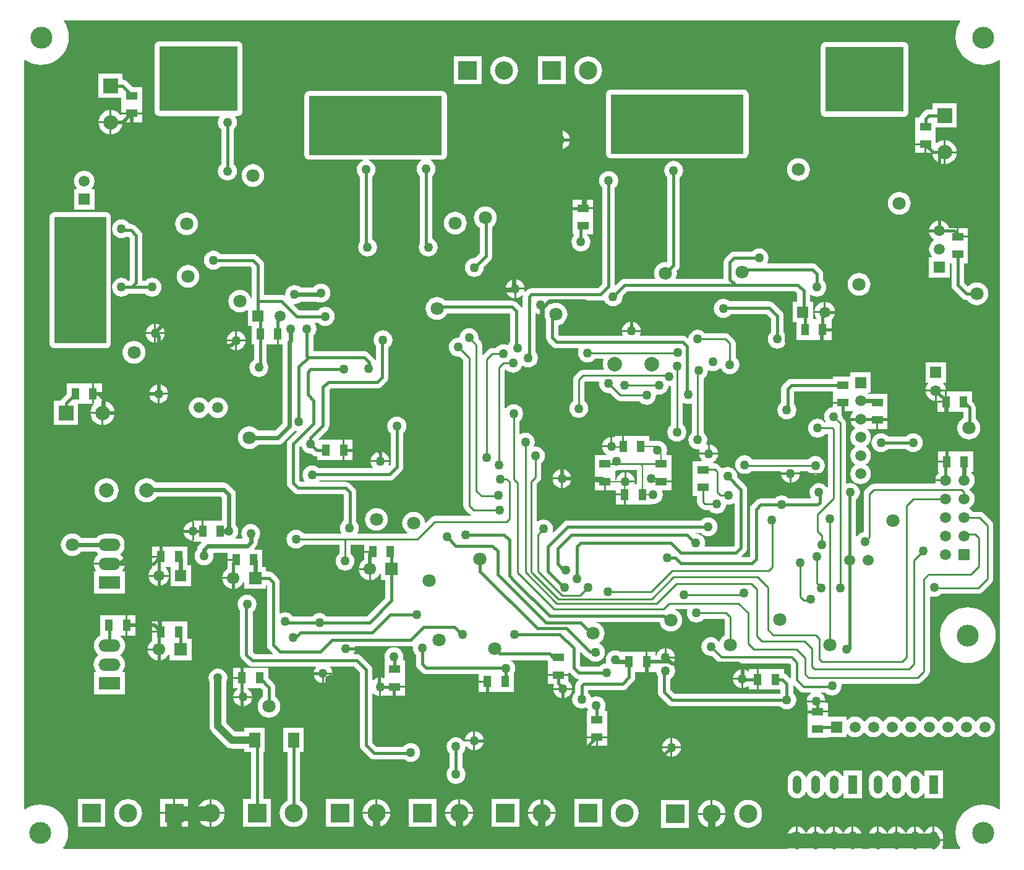
<source format=gbl>
%FSLAX24Y24*%
%MOIN*%
G70*
G01*
G75*
G04 Layer_Physical_Order=2*
G04 Layer_Color=16711680*
%ADD10O,0.0110X0.0866*%
%ADD11R,0.0110X0.0866*%
%ADD12R,0.0866X0.0110*%
%ADD13R,0.0787X0.0394*%
%ADD14R,0.0472X0.0709*%
%ADD15R,0.0591X0.0472*%
%ADD16R,0.0512X0.0433*%
%ADD17R,0.0591X0.0433*%
%ADD18R,0.0472X0.0906*%
%ADD19R,0.1575X0.0866*%
%ADD20R,0.2165X0.1772*%
%ADD21R,0.0236X0.0591*%
%ADD22O,0.0236X0.0591*%
%ADD23R,0.0433X0.0591*%
%ADD24O,0.0236X0.0787*%
%ADD25R,0.0236X0.0787*%
%ADD26R,0.0591X0.0787*%
%ADD27R,0.0787X0.0591*%
%ADD28R,0.0709X0.0472*%
%ADD29O,0.0591X0.0236*%
%ADD30R,0.0591X0.0236*%
%ADD31R,0.1772X0.2165*%
%ADD32R,0.0394X0.0787*%
%ADD33R,0.0787X0.1575*%
%ADD34R,0.0472X0.0591*%
%ADD35R,0.0433X0.0512*%
%ADD36R,0.0787X0.0236*%
%ADD37O,0.0787X0.0236*%
%ADD38R,0.0315X0.0335*%
%ADD39C,0.0157*%
%ADD40C,0.0098*%
%ADD41C,0.0394*%
%ADD42C,0.0079*%
%ADD43C,0.0197*%
%ADD44C,0.0236*%
%ADD45C,0.0118*%
%ADD46C,0.0138*%
%ADD47C,0.0100*%
%ADD48R,0.1339X0.1063*%
%ADD49R,0.3071X0.1772*%
%ADD50R,0.1299X0.1535*%
%ADD51R,0.1575X0.1417*%
%ADD52R,0.0193X0.0151*%
%ADD53R,0.1116X0.0604*%
%ADD54R,0.1063X0.0906*%
%ADD55R,0.0512X0.0157*%
%ADD56C,0.1181*%
%ADD57C,0.0600*%
%ADD58C,0.0709*%
%ADD59C,0.0787*%
%ADD60R,0.0787X0.0787*%
%ADD61R,0.1181X0.0669*%
%ADD62O,0.1181X0.0669*%
%ADD63C,0.0591*%
%ADD64R,0.0591X0.0591*%
%ADD65R,0.0984X0.0984*%
%ADD66C,0.0984*%
%ADD67R,0.0472X0.0984*%
%ADD68O,0.0472X0.0984*%
%ADD69C,0.0669*%
%ADD70R,0.0669X0.0669*%
%ADD71R,0.0591X0.0591*%
%ADD72R,0.0787X0.0787*%
%ADD73C,0.0500*%
%ADD74C,0.0787*%
%ADD75R,0.4213X0.3504*%
%ADD76R,0.7165X0.3189*%
%ADD77R,0.1732X0.1811*%
%ADD78R,0.2795X0.6811*%
G36*
X50763Y44914D02*
X50666Y44756D01*
X50576Y44539D01*
X50521Y44310D01*
X50503Y44075D01*
X50521Y43840D01*
X50576Y43611D01*
X50666Y43394D01*
X50790Y43193D01*
X50942Y43014D01*
X51122Y42861D01*
X51322Y42738D01*
X51540Y42648D01*
X51769Y42593D01*
X52004Y42574D01*
X52238Y42593D01*
X52467Y42648D01*
X52685Y42738D01*
X52867Y42850D01*
X52911Y42825D01*
Y2451D01*
X52867Y2427D01*
X52685Y2538D01*
X52467Y2628D01*
X52238Y2683D01*
X52004Y2702D01*
X51769Y2683D01*
X51540Y2628D01*
X51322Y2538D01*
X51122Y2415D01*
X50942Y2262D01*
X50790Y2083D01*
X50666Y1882D01*
X50576Y1665D01*
X50521Y1436D01*
X50503Y1201D01*
X50521Y966D01*
X50576Y737D01*
X50666Y520D01*
X50764Y361D01*
X50739Y318D01*
X49825D01*
X49798Y359D01*
X49814Y399D01*
X49831Y528D01*
Y733D01*
X49335D01*
Y783D01*
X49285D01*
Y1529D01*
X49206Y1519D01*
X49086Y1469D01*
X48984Y1390D01*
X48905Y1288D01*
X48860Y1179D01*
X48810D01*
X48765Y1288D01*
X48686Y1390D01*
X48583Y1469D01*
X48463Y1519D01*
X48385Y1529D01*
Y783D01*
X48285D01*
Y1529D01*
X48206Y1519D01*
X48086Y1469D01*
X47984Y1390D01*
X47905Y1288D01*
X47860Y1179D01*
X47810D01*
X47765Y1288D01*
X47686Y1390D01*
X47583Y1469D01*
X47463Y1519D01*
X47385Y1529D01*
Y783D01*
X47285D01*
Y1529D01*
X47206Y1519D01*
X47086Y1469D01*
X46984Y1390D01*
X46905Y1288D01*
X46860Y1179D01*
X46810D01*
X46765Y1288D01*
X46686Y1390D01*
X46583Y1469D01*
X46463Y1519D01*
X46385Y1529D01*
Y783D01*
X46335D01*
Y733D01*
X45838D01*
Y528D01*
X45855Y399D01*
X45872Y359D01*
X45844Y318D01*
X45455D01*
X45428Y359D01*
X45444Y399D01*
X45461Y528D01*
Y733D01*
X44964D01*
Y783D01*
X44915D01*
Y1529D01*
X44836Y1519D01*
X44716Y1469D01*
X44614Y1390D01*
X44535Y1288D01*
X44490Y1179D01*
X44440D01*
X44394Y1288D01*
X44316Y1390D01*
X44213Y1469D01*
X44093Y1519D01*
X44015Y1529D01*
Y783D01*
X43915D01*
Y1529D01*
X43836Y1519D01*
X43716Y1469D01*
X43614Y1390D01*
X43535Y1288D01*
X43490Y1179D01*
X43440D01*
X43394Y1288D01*
X43316Y1390D01*
X43213Y1469D01*
X43093Y1519D01*
X43015Y1529D01*
Y783D01*
X42915D01*
Y1529D01*
X42836Y1519D01*
X42716Y1469D01*
X42614Y1390D01*
X42535Y1288D01*
X42490Y1179D01*
X42440D01*
X42394Y1288D01*
X42316Y1390D01*
X42213Y1469D01*
X42093Y1519D01*
X42015Y1529D01*
Y783D01*
X41965D01*
Y733D01*
X41468D01*
Y528D01*
X41485Y399D01*
X41502Y359D01*
X41474Y318D01*
X2441D01*
X2417Y361D01*
X2514Y520D01*
X2604Y737D01*
X2659Y966D01*
X2678Y1201D01*
X2659Y1436D01*
X2604Y1665D01*
X2514Y1882D01*
X2391Y2083D01*
X2238Y2262D01*
X2059Y2415D01*
X1858Y2538D01*
X1641Y2628D01*
X1412Y2683D01*
X1177Y2702D01*
X942Y2683D01*
X713Y2628D01*
X496Y2538D01*
X361Y2456D01*
X318Y2480D01*
Y42820D01*
X361Y42844D01*
X535Y42738D01*
X752Y42648D01*
X981Y42593D01*
X1216Y42574D01*
X1451Y42593D01*
X1680Y42648D01*
X1898Y42738D01*
X2098Y42861D01*
X2277Y43014D01*
X2430Y43193D01*
X2553Y43394D01*
X2643Y43611D01*
X2698Y43840D01*
X2717Y44075D01*
X2698Y44310D01*
X2643Y44539D01*
X2553Y44756D01*
X2430Y44957D01*
X2431Y44958D01*
X50739D01*
X50763Y44914D01*
D02*
G37*
%LPC*%
G36*
X29646Y9634D02*
X28543D01*
Y9212D01*
X28852D01*
X28880Y9170D01*
X28838Y9069D01*
X28827Y8987D01*
X29834D01*
X29824Y9069D01*
X29773Y9192D01*
X29692Y9298D01*
X29646Y9333D01*
Y9634D01*
D02*
G37*
G36*
X16367Y9714D02*
X15914D01*
X15924Y9632D01*
X15975Y9509D01*
X16056Y9403D01*
X16162Y9322D01*
X16285Y9271D01*
X16367Y9260D01*
Y9714D01*
D02*
G37*
G36*
X38966Y9438D02*
X38512D01*
X38523Y9356D01*
X38574Y9233D01*
X38655Y9127D01*
X38761Y9046D01*
X38884Y8995D01*
X38966Y8985D01*
Y9438D01*
D02*
G37*
G36*
X5355Y12913D02*
X5354Y12913D01*
X5354D01*
Y12913D01*
X5354D01*
X5354D01*
X4409D01*
Y11817D01*
X4318Y11768D01*
X4228Y11694D01*
X4154Y11604D01*
X4099Y11502D01*
X4065Y11390D01*
X4054Y11275D01*
X4065Y11159D01*
X4099Y11047D01*
X4154Y10945D01*
X4228Y10855D01*
X4268Y10822D01*
X4302Y10758D01*
Y10744D01*
X4218Y10674D01*
X4144Y10584D01*
X4089Y10482D01*
X4055Y10370D01*
X4044Y10255D01*
X4055Y10139D01*
X4089Y10027D01*
X4144Y9925D01*
X4180Y9880D01*
X4159Y9835D01*
X4057D01*
Y8654D01*
X5750D01*
Y9835D01*
X5627D01*
X5606Y9880D01*
X5642Y9925D01*
X5697Y10027D01*
X5731Y10139D01*
X5742Y10255D01*
X5731Y10370D01*
X5697Y10482D01*
X5642Y10584D01*
X5569Y10674D01*
X5479Y10748D01*
Y10776D01*
X5489Y10781D01*
X5579Y10855D01*
X5652Y10945D01*
X5707Y11047D01*
X5741Y11159D01*
X5753Y11275D01*
X5741Y11390D01*
X5707Y11502D01*
X5652Y11604D01*
X5579Y11694D01*
X5489Y11768D01*
X5500Y11811D01*
X5777D01*
Y12362D01*
Y12913D01*
X5355D01*
Y12913D01*
D02*
G37*
G36*
X25225Y9281D02*
X24803D01*
Y8780D01*
X25225D01*
Y9281D01*
D02*
G37*
G36*
X16921Y9714D02*
X16467D01*
Y9260D01*
X16549Y9271D01*
X16672Y9322D01*
X16778Y9403D01*
X16859Y9509D01*
X16910Y9632D01*
X16921Y9714D01*
D02*
G37*
G36*
X39792Y10000D02*
X39369D01*
Y9911D01*
X39325Y9889D01*
X39271Y9930D01*
X39148Y9981D01*
X39066Y9992D01*
Y9488D01*
Y8985D01*
X39148Y8995D01*
X39271Y9046D01*
X39325Y9088D01*
X39369Y9065D01*
Y8898D01*
X39792D01*
Y9449D01*
Y10000D01*
D02*
G37*
G36*
X12554Y10079D02*
D01*
D01*
X12554Y10079D01*
X12520Y10079D01*
X12520D01*
X12519D01*
X12485Y10079D01*
X12485Y10079D01*
Y10079D01*
X12097D01*
Y9527D01*
X12047D01*
Y9478D01*
X11574D01*
Y8976D01*
X11794D01*
X11810Y8929D01*
X11726Y8865D01*
X11645Y8759D01*
X11594Y8636D01*
X11583Y8554D01*
X12590D01*
X12579Y8636D01*
X12529Y8759D01*
X12447Y8865D01*
X12342Y8946D01*
X12348Y8976D01*
X12519D01*
X12519Y8976D01*
Y8976D01*
D01*
X12520D01*
X12554Y8976D01*
Y8976D01*
X12554D01*
X12554D01*
Y8976D01*
D01*
D01*
D01*
X13067D01*
X13166Y8877D01*
Y8504D01*
X13163Y8502D01*
X13070Y8426D01*
X12994Y8333D01*
X12937Y8227D01*
X12903Y8112D01*
X12891Y7992D01*
X12903Y7872D01*
X12937Y7757D01*
X12994Y7651D01*
X13070Y7559D01*
X13163Y7482D01*
X13269Y7426D01*
X13384Y7391D01*
X13504Y7379D01*
X13624Y7391D01*
X13739Y7426D01*
X13845Y7482D01*
X13938Y7559D01*
X14014Y7651D01*
X14070Y7757D01*
X14105Y7872D01*
X14117Y7992D01*
X14105Y8112D01*
X14070Y8227D01*
X14014Y8333D01*
X13938Y8426D01*
X13845Y8502D01*
X13841Y8504D01*
Y9016D01*
X13841Y9016D01*
X13830Y9104D01*
X13796Y9185D01*
X13743Y9255D01*
X13743Y9255D01*
X13465Y9532D01*
Y10079D01*
X12554D01*
X12554Y10079D01*
D02*
G37*
G36*
X11997Y10079D02*
X11574D01*
Y9578D01*
X11997D01*
Y10079D01*
D02*
G37*
G36*
X20236Y11180D02*
X20104Y11162D01*
X19981Y11111D01*
X19875Y11030D01*
X19794Y10924D01*
X19743Y10801D01*
X19726Y10669D01*
X19743Y10537D01*
X19753Y10515D01*
X19725Y10473D01*
X19724D01*
Y9562D01*
X19724Y9562D01*
X19724D01*
X19724Y9550D01*
X19683Y9522D01*
X19620Y9548D01*
X19538Y9559D01*
Y9055D01*
Y8551D01*
X19620Y8562D01*
X19703Y8596D01*
X19724Y8582D01*
Y8582D01*
X20226D01*
Y9055D01*
X20275D01*
Y9104D01*
X20827D01*
Y9493D01*
X20827Y9493D01*
D01*
D01*
X20827Y9527D01*
Y9527D01*
Y9528D01*
X20827Y9528D01*
X20827Y9562D01*
X20827D01*
D01*
Y9562D01*
X20827D01*
D01*
Y10473D01*
X20748D01*
X20720Y10515D01*
X20729Y10537D01*
X20746Y10669D01*
X20729Y10801D01*
X20678Y10924D01*
X20597Y11030D01*
X20491Y11111D01*
X20368Y11162D01*
X20236Y11180D01*
D02*
G37*
G36*
X38966Y9992D02*
X38884Y9981D01*
X38761Y9930D01*
X38655Y9849D01*
X38574Y9743D01*
X38523Y9620D01*
X38512Y9538D01*
X38966D01*
Y9992D01*
D02*
G37*
G36*
X20827Y9004D02*
X20326D01*
Y8582D01*
X20827D01*
Y9004D01*
D02*
G37*
G36*
X24517Y6645D02*
X24435Y6635D01*
X24312Y6584D01*
X24206Y6503D01*
X24125Y6397D01*
X24074Y6274D01*
X24063Y6192D01*
X24517D01*
Y6645D01*
D02*
G37*
G36*
X24617D02*
Y6192D01*
X25071D01*
X25060Y6274D01*
X25009Y6397D01*
X24928Y6503D01*
X24822Y6584D01*
X24699Y6635D01*
X24617Y6645D01*
D02*
G37*
G36*
X31732Y6288D02*
X31231D01*
Y5866D01*
X31732D01*
Y6288D01*
D02*
G37*
G36*
X35247Y6291D02*
Y5837D01*
X35701D01*
X35690Y5919D01*
X35639Y6043D01*
X35558Y6148D01*
X35452Y6229D01*
X35329Y6280D01*
X35247Y6291D01*
D02*
G37*
G36*
X31131Y6288D02*
X30630D01*
Y5866D01*
X31131D01*
Y6288D01*
D02*
G37*
G36*
X43622Y7667D02*
X42520D01*
Y7245D01*
D01*
X42520Y7245D01*
X42520Y7243D01*
X42520D01*
Y6299D01*
X43622D01*
Y6339D01*
X44646D01*
Y6491D01*
X44693Y6508D01*
X44701Y6497D01*
X44817Y6408D01*
X44951Y6353D01*
X45094Y6334D01*
X45238Y6353D01*
X45372Y6408D01*
X45488Y6497D01*
X45569Y6603D01*
X45619D01*
X45701Y6497D01*
X45817Y6408D01*
X45951Y6353D01*
X46094Y6334D01*
X46238Y6353D01*
X46372Y6408D01*
X46488Y6497D01*
X46569Y6603D01*
X46619D01*
X46701Y6497D01*
X46817Y6408D01*
X46951Y6353D01*
X47094Y6334D01*
X47238Y6353D01*
X47372Y6408D01*
X47488Y6497D01*
X47569Y6603D01*
X47619D01*
X47701Y6497D01*
X47817Y6408D01*
X47951Y6353D01*
X48094Y6334D01*
X48238Y6353D01*
X48372Y6408D01*
X48488Y6497D01*
X48569Y6603D01*
X48619D01*
X48701Y6497D01*
X48817Y6408D01*
X48951Y6353D01*
X49094Y6334D01*
X49238Y6353D01*
X49372Y6408D01*
X49488Y6497D01*
X49569Y6603D01*
X49619D01*
X49701Y6497D01*
X49817Y6408D01*
X49951Y6353D01*
X50094Y6334D01*
X50238Y6353D01*
X50372Y6408D01*
X50488Y6497D01*
X50569Y6603D01*
X50619D01*
X50701Y6497D01*
X50817Y6408D01*
X50951Y6353D01*
X51094Y6334D01*
X51238Y6353D01*
X51372Y6408D01*
X51488Y6497D01*
X51569Y6603D01*
X51619D01*
X51701Y6497D01*
X51817Y6408D01*
X51951Y6353D01*
X52094Y6334D01*
X52238Y6353D01*
X52372Y6408D01*
X52488Y6497D01*
X52576Y6612D01*
X52631Y6746D01*
X52650Y6890D01*
X52631Y7034D01*
X52576Y7168D01*
X52488Y7283D01*
X52372Y7371D01*
X52238Y7427D01*
X52094Y7446D01*
X51951Y7427D01*
X51817Y7371D01*
X51701Y7283D01*
X51619Y7176D01*
X51569D01*
X51488Y7283D01*
X51372Y7371D01*
X51238Y7427D01*
X51094Y7446D01*
X50951Y7427D01*
X50817Y7371D01*
X50701Y7283D01*
X50619Y7176D01*
X50569D01*
X50488Y7283D01*
X50372Y7371D01*
X50238Y7427D01*
X50094Y7446D01*
X49951Y7427D01*
X49817Y7371D01*
X49701Y7283D01*
X49619Y7176D01*
X49569D01*
X49488Y7283D01*
X49372Y7371D01*
X49238Y7427D01*
X49094Y7446D01*
X48951Y7427D01*
X48817Y7371D01*
X48701Y7283D01*
X48619Y7176D01*
X48569D01*
X48488Y7283D01*
X48372Y7371D01*
X48238Y7427D01*
X48094Y7446D01*
X47951Y7427D01*
X47817Y7371D01*
X47701Y7283D01*
X47619Y7176D01*
X47569D01*
X47488Y7283D01*
X47372Y7371D01*
X47238Y7427D01*
X47094Y7446D01*
X46951Y7427D01*
X46817Y7371D01*
X46701Y7283D01*
X46619Y7176D01*
X46569D01*
X46488Y7283D01*
X46372Y7371D01*
X46238Y7427D01*
X46094Y7446D01*
X45951Y7427D01*
X45817Y7371D01*
X45701Y7283D01*
X45619Y7176D01*
X45569D01*
X45488Y7283D01*
X45372Y7371D01*
X45238Y7427D01*
X45094Y7446D01*
X44951Y7427D01*
X44817Y7371D01*
X44701Y7283D01*
X44693Y7272D01*
X44646Y7288D01*
Y7441D01*
X43622D01*
Y7667D01*
D02*
G37*
G36*
X29281Y8887D02*
X28827D01*
X28838Y8805D01*
X28889Y8682D01*
X28970Y8576D01*
X29076Y8495D01*
X29199Y8444D01*
X29281Y8433D01*
Y8887D01*
D02*
G37*
G36*
X29834D02*
X29381D01*
Y8433D01*
X29463Y8444D01*
X29586Y8495D01*
X29692Y8576D01*
X29773Y8682D01*
X29824Y8805D01*
X29834Y8887D01*
D02*
G37*
G36*
X12590Y8454D02*
X12137D01*
Y8000D01*
X12219Y8011D01*
X12342Y8062D01*
X12447Y8143D01*
X12529Y8249D01*
X12579Y8372D01*
X12590Y8454D01*
D02*
G37*
G36*
X43497Y8227D02*
X43496Y8218D01*
X42488D01*
X42499Y8136D01*
X42520Y8086D01*
Y7767D01*
X43622D01*
Y8190D01*
X43530D01*
X43497Y8227D01*
D02*
G37*
G36*
X12037Y8454D02*
X11583D01*
X11594Y8372D01*
X11645Y8249D01*
X11726Y8143D01*
X11831Y8062D01*
X11955Y8011D01*
X12037Y8000D01*
Y8454D01*
D02*
G37*
G36*
X9359Y17391D02*
X8906D01*
X8917Y17309D01*
X8968Y17186D01*
X9049Y17080D01*
X9154Y16999D01*
X9277Y16948D01*
X9359Y16937D01*
Y17391D01*
D02*
G37*
G36*
X19291Y18684D02*
X19172Y18672D01*
X19057Y18637D01*
X18951Y18581D01*
X18858Y18504D01*
X18781Y18412D01*
X18725Y18306D01*
X18690Y18190D01*
X18678Y18071D01*
X18690Y17951D01*
X18725Y17836D01*
X18781Y17730D01*
X18858Y17637D01*
X18951Y17561D01*
X19057Y17504D01*
X19172Y17469D01*
X19291Y17458D01*
X19411Y17469D01*
X19526Y17504D01*
X19632Y17561D01*
X19725Y17637D01*
X19801Y17730D01*
X19858Y17836D01*
X19893Y17951D01*
X19905Y18071D01*
X19893Y18190D01*
X19858Y18306D01*
X19801Y18412D01*
X19725Y18504D01*
X19632Y18581D01*
X19526Y18637D01*
X19411Y18672D01*
X19291Y18684D01*
D02*
G37*
G36*
X8184Y16614D02*
D01*
D01*
X8184Y16614D01*
X8150Y16614D01*
X8150D01*
X8149D01*
X8115Y16614D01*
X8115Y16614D01*
Y16614D01*
X7727D01*
Y16063D01*
X7677D01*
Y16013D01*
X7204D01*
Y15512D01*
X7204Y15512D01*
X7204D01*
X7218Y15472D01*
X7166Y15432D01*
X7078Y15317D01*
X7023Y15183D01*
X7010Y15089D01*
X8109D01*
X8097Y15183D01*
X8041Y15317D01*
X7953Y15432D01*
X7911Y15464D01*
X7927Y15512D01*
X8149D01*
Y15512D01*
X8150D01*
X8166D01*
X8188D01*
X8188D01*
X8188Y15512D01*
Y14488D01*
X9291D01*
Y15591D01*
X9117D01*
Y15985D01*
X9104Y16082D01*
X9095Y16104D01*
Y16614D01*
X8184D01*
X8184Y16614D01*
D02*
G37*
G36*
X2899Y17321D02*
X2779Y17309D01*
X2664Y17274D01*
X2558Y17217D01*
X2465Y17141D01*
X2389Y17048D01*
X2332Y16942D01*
X2297Y16827D01*
X2286Y16708D01*
X2297Y16588D01*
X2332Y16473D01*
X2389Y16367D01*
X2465Y16274D01*
X2558Y16198D01*
X2664Y16141D01*
X2779Y16106D01*
X2899Y16094D01*
X3018Y16106D01*
X3133Y16141D01*
X3239Y16198D01*
X3332Y16274D01*
X3379Y16330D01*
X4193D01*
X4228Y16288D01*
X4268Y16255D01*
X4302Y16191D01*
Y16177D01*
X4218Y16107D01*
X4144Y16017D01*
X4089Y15915D01*
X4055Y15803D01*
X4049Y15738D01*
X5738D01*
X5731Y15803D01*
X5697Y15915D01*
X5642Y16017D01*
X5569Y16107D01*
X5479Y16181D01*
Y16209D01*
X5489Y16214D01*
X5579Y16288D01*
X5652Y16378D01*
X5707Y16481D01*
X5741Y16592D01*
X5753Y16708D01*
X5741Y16823D01*
X5707Y16935D01*
X5652Y17037D01*
X5579Y17127D01*
X5489Y17201D01*
X5386Y17256D01*
X5275Y17290D01*
X5159Y17301D01*
X4647D01*
X4532Y17290D01*
X4420Y17256D01*
X4318Y17201D01*
X4228Y17127D01*
X4193Y17085D01*
X3379D01*
X3332Y17141D01*
X3239Y17217D01*
X3133Y17274D01*
X3018Y17309D01*
X2899Y17321D01*
D02*
G37*
G36*
X7627Y16614D02*
X7204D01*
Y16113D01*
X7627D01*
Y16614D01*
D02*
G37*
G36*
X9359Y17945D02*
X9277Y17934D01*
X9154Y17883D01*
X9049Y17802D01*
X8968Y17696D01*
X8917Y17573D01*
X8906Y17491D01*
X9359D01*
Y17945D01*
D02*
G37*
G36*
X29241Y20226D02*
X28788D01*
X28798Y20144D01*
X28849Y20020D01*
X28931Y19915D01*
X29036Y19834D01*
X29159Y19783D01*
X29241Y19772D01*
Y20226D01*
D02*
G37*
G36*
X29795D02*
X29341D01*
Y19772D01*
X29423Y19783D01*
X29546Y19834D01*
X29652Y19915D01*
X29733Y20020D01*
X29784Y20144D01*
X29795Y20226D01*
D02*
G37*
G36*
X31564Y20067D02*
X31063D01*
Y19645D01*
X31564D01*
Y20067D01*
D02*
G37*
G36*
X32627Y19359D02*
X32204D01*
Y18858D01*
X32627D01*
Y19359D01*
D02*
G37*
G36*
X4744Y20298D02*
X4617Y20286D01*
X4494Y20249D01*
X4381Y20188D01*
X4283Y20107D01*
X4201Y20008D01*
X4141Y19895D01*
X4104Y19773D01*
X4091Y19646D01*
X4104Y19518D01*
X4141Y19396D01*
X4201Y19283D01*
X4283Y19184D01*
X4381Y19103D01*
X4494Y19043D01*
X4617Y19005D01*
X4744Y18993D01*
X4871Y19005D01*
X4994Y19043D01*
X5107Y19103D01*
X5206Y19184D01*
X5287Y19283D01*
X5347Y19396D01*
X5384Y19518D01*
X5397Y19646D01*
X5384Y19773D01*
X5347Y19895D01*
X5287Y20008D01*
X5206Y20107D01*
X5107Y20188D01*
X4994Y20249D01*
X4871Y20286D01*
X4744Y20298D01*
D02*
G37*
G36*
X18887Y15344D02*
X18349D01*
X18355Y15278D01*
X18389Y15167D01*
X18444Y15064D01*
X18517Y14974D01*
X18607Y14900D01*
X18710Y14845D01*
X18821Y14812D01*
X18887Y14805D01*
Y15344D01*
D02*
G37*
G36*
X34932Y11134D02*
Y10680D01*
X35386D01*
X35375Y10762D01*
X35324Y10885D01*
X35243Y10991D01*
X35137Y11072D01*
X35014Y11123D01*
X34932Y11134D01*
D02*
G37*
G36*
X6300Y12312D02*
X5877D01*
Y11811D01*
X6300D01*
Y12312D01*
D02*
G37*
G36*
X7509Y11013D02*
X6971D01*
X6977Y10947D01*
X7011Y10836D01*
X7066Y10733D01*
X7139Y10643D01*
X7229Y10570D01*
X7332Y10515D01*
X7443Y10481D01*
X7509Y10475D01*
Y11013D01*
D02*
G37*
G36*
X51177Y13332D02*
X50942Y13313D01*
X50713Y13258D01*
X50496Y13168D01*
X50295Y13045D01*
X50116Y12892D01*
X49963Y12713D01*
X49840Y12512D01*
X49750Y12295D01*
X49695Y12066D01*
X49676Y11831D01*
X49695Y11596D01*
X49750Y11367D01*
X49840Y11150D01*
X49963Y10949D01*
X50116Y10770D01*
X50295Y10617D01*
X50496Y10494D01*
X50713Y10404D01*
X50942Y10349D01*
X51177Y10330D01*
X51412Y10349D01*
X51641Y10404D01*
X51858Y10494D01*
X52059Y10617D01*
X52238Y10770D01*
X52391Y10949D01*
X52514Y11150D01*
X52604Y11367D01*
X52659Y11596D01*
X52678Y11831D01*
X52659Y12066D01*
X52604Y12295D01*
X52514Y12512D01*
X52391Y12713D01*
X52238Y12892D01*
X52059Y13045D01*
X51858Y13168D01*
X51641Y13258D01*
X51412Y13313D01*
X51177Y13332D01*
D02*
G37*
G36*
X8150Y12559D02*
X8149Y12559D01*
X8149D01*
Y12559D01*
X8149D01*
X8149D01*
X7727D01*
Y12008D01*
X7677D01*
Y11958D01*
X7204D01*
Y11536D01*
X7139Y11483D01*
X7066Y11393D01*
X7011Y11290D01*
X6977Y11179D01*
X6971Y11113D01*
X7559D01*
Y11063D01*
X7609D01*
Y10475D01*
X7675Y10481D01*
X7786Y10515D01*
X7889Y10570D01*
X7979Y10643D01*
X8052Y10733D01*
X8101Y10824D01*
X8150Y10812D01*
Y10472D01*
X9331D01*
Y11654D01*
X9095D01*
Y12559D01*
X8150D01*
Y12559D01*
D02*
G37*
G36*
X7627Y12559D02*
X7204D01*
Y12058D01*
X7627D01*
Y12559D01*
D02*
G37*
G36*
X7510Y14989D02*
X7010D01*
X7023Y14895D01*
X7078Y14761D01*
X7166Y14646D01*
X7282Y14558D01*
X7416Y14502D01*
X7510Y14490D01*
Y14989D01*
D02*
G37*
G36*
X8109D02*
X7610D01*
Y14490D01*
X7703Y14502D01*
X7838Y14558D01*
X7953Y14646D01*
X8041Y14761D01*
X8097Y14895D01*
X8109Y14989D01*
D02*
G37*
G36*
X11525Y14871D02*
X10986D01*
X10993Y14805D01*
X11027Y14694D01*
X11081Y14592D01*
X11155Y14502D01*
X11245Y14428D01*
X11348Y14373D01*
X11459Y14339D01*
X11525Y14333D01*
Y14871D01*
D02*
G37*
G36*
X6300Y12913D02*
X5877D01*
Y12412D01*
X6300D01*
Y12913D01*
D02*
G37*
G36*
X5738Y15638D02*
X4049D01*
X4055Y15572D01*
X4089Y15461D01*
X4144Y15358D01*
X4180Y15313D01*
X4159Y15268D01*
X4057D01*
Y14087D01*
X5750D01*
Y15268D01*
X5627D01*
X5606Y15313D01*
X5642Y15358D01*
X5697Y15461D01*
X5731Y15572D01*
X5738Y15638D01*
D02*
G37*
G36*
X18071Y2992D02*
X16575D01*
Y1496D01*
X18071D01*
Y2992D01*
D02*
G37*
G36*
X22533D02*
X21037D01*
Y1496D01*
X22533D01*
Y2992D01*
D02*
G37*
G36*
X10748Y10038D02*
X10616Y10020D01*
X10493Y9969D01*
X10387Y9888D01*
X10306Y9783D01*
X10255Y9660D01*
X10238Y9528D01*
X10255Y9395D01*
X10291Y9308D01*
Y6929D01*
X10291Y6929D01*
X10307Y6811D01*
X10353Y6701D01*
X10425Y6606D01*
X11173Y5858D01*
D01*
X11173D01*
X11173Y5858D01*
X11173Y5858D01*
X11173D01*
D01*
X11173D01*
X11173Y5858D01*
Y5858D01*
X11173Y5858D01*
Y5858D01*
X11268Y5786D01*
X11378Y5740D01*
X11433Y5733D01*
X11496Y5724D01*
X11496Y5724D01*
X12180D01*
Y5531D01*
X12523D01*
Y2992D01*
X12113D01*
Y1496D01*
X13609D01*
Y2992D01*
X13198D01*
Y5531D01*
X13283D01*
Y6831D01*
X12180D01*
Y6638D01*
X11685D01*
X11205Y7118D01*
Y9308D01*
X11241Y9395D01*
X11258Y9528D01*
X11241Y9660D01*
X11190Y9783D01*
X11109Y9888D01*
X11003Y9969D01*
X10880Y10020D01*
X10748Y10038D01*
D02*
G37*
G36*
X8349Y2194D02*
X7651D01*
Y1496D01*
X8349D01*
Y2194D01*
D02*
G37*
G36*
X9147D02*
X8449D01*
Y1496D01*
X9147D01*
Y2194D01*
D02*
G37*
G36*
X26995Y2992D02*
X25499D01*
Y1496D01*
X26995D01*
Y2992D01*
D02*
G37*
G36*
X19241Y2194D02*
X18545D01*
X18554Y2097D01*
X18597Y1956D01*
X18666Y1827D01*
X18760Y1713D01*
X18874Y1619D01*
X19004Y1550D01*
X19145Y1507D01*
X19241Y1497D01*
Y2194D01*
D02*
G37*
G36*
X20038D02*
X19341D01*
Y1497D01*
X19438Y1507D01*
X19579Y1550D01*
X19709Y1619D01*
X19823Y1713D01*
X19916Y1827D01*
X19986Y1956D01*
X20029Y2097D01*
X20038Y2194D01*
D02*
G37*
G36*
X11114D02*
X10417D01*
Y1497D01*
X10514Y1507D01*
X10655Y1550D01*
X10785Y1619D01*
X10899Y1713D01*
X10992Y1827D01*
X11062Y1956D01*
X11105Y2097D01*
X11114Y2194D01*
D02*
G37*
G36*
X31457Y2992D02*
X29961D01*
Y1496D01*
X31457D01*
Y2992D01*
D02*
G37*
G36*
X10317Y2194D02*
X9621D01*
X9630Y2097D01*
X9673Y1956D01*
X9742Y1827D01*
X9836Y1713D01*
X9950Y1619D01*
X10080Y1550D01*
X10221Y1507D01*
X10317Y1497D01*
Y2194D01*
D02*
G37*
G36*
X4685Y2992D02*
X3189D01*
Y1496D01*
X4685D01*
Y2992D01*
D02*
G37*
G36*
X49385Y1529D02*
Y833D01*
X49831D01*
Y1039D01*
X49814Y1168D01*
X49765Y1288D01*
X49686Y1390D01*
X49583Y1469D01*
X49463Y1519D01*
X49385Y1529D01*
D02*
G37*
G36*
X39331Y2956D02*
X39184Y2942D01*
X39043Y2899D01*
X38913Y2830D01*
X38799Y2736D01*
X38706Y2622D01*
X38636Y2492D01*
X38593Y2351D01*
X38579Y2205D01*
X38593Y2058D01*
X38636Y1917D01*
X38706Y1787D01*
X38799Y1673D01*
X38913Y1580D01*
X39043Y1510D01*
X39184Y1468D01*
X39331Y1453D01*
X39477Y1468D01*
X39618Y1510D01*
X39748Y1580D01*
X39862Y1673D01*
X39956Y1787D01*
X40025Y1917D01*
X40068Y2058D01*
X40082Y2205D01*
X40068Y2351D01*
X40025Y2492D01*
X39956Y2622D01*
X39862Y2736D01*
X39748Y2830D01*
X39618Y2899D01*
X39477Y2942D01*
X39331Y2956D01*
D02*
G37*
G36*
X46285Y1529D02*
X46206Y1519D01*
X46086Y1469D01*
X45984Y1390D01*
X45905Y1288D01*
X45855Y1168D01*
X45838Y1039D01*
Y833D01*
X46285D01*
Y1529D01*
D02*
G37*
G36*
X41915D02*
X41836Y1519D01*
X41716Y1469D01*
X41614Y1390D01*
X41535Y1288D01*
X41485Y1168D01*
X41468Y1039D01*
Y833D01*
X41915D01*
Y1529D01*
D02*
G37*
G36*
X45015D02*
Y833D01*
X45461D01*
Y1039D01*
X45444Y1168D01*
X45394Y1288D01*
X45316Y1390D01*
X45213Y1469D01*
X45093Y1519D01*
X45015Y1529D01*
D02*
G37*
G36*
X36142Y2953D02*
X34646D01*
Y1457D01*
X36142D01*
Y2953D01*
D02*
G37*
G36*
X15379Y6831D02*
X14276D01*
Y5531D01*
X14492D01*
Y2912D01*
X14412Y2869D01*
X14298Y2776D01*
X14204Y2662D01*
X14135Y2532D01*
X14092Y2391D01*
X14078Y2244D01*
X14092Y2097D01*
X14135Y1956D01*
X14204Y1827D01*
X14298Y1713D01*
X14412Y1619D01*
X14542Y1550D01*
X14683Y1507D01*
X14829Y1492D01*
X14976Y1507D01*
X15117Y1550D01*
X15247Y1619D01*
X15361Y1713D01*
X15454Y1827D01*
X15524Y1956D01*
X15567Y2097D01*
X15581Y2244D01*
X15567Y2391D01*
X15524Y2532D01*
X15454Y2662D01*
X15361Y2776D01*
X15247Y2869D01*
X15167Y2912D01*
Y5531D01*
X15379D01*
Y6831D01*
D02*
G37*
G36*
X32677Y2996D02*
X32531Y2981D01*
X32390Y2939D01*
X32260Y2869D01*
X32146Y2776D01*
X32052Y2662D01*
X31983Y2532D01*
X31940Y2391D01*
X31926Y2244D01*
X31940Y2097D01*
X31983Y1956D01*
X32052Y1827D01*
X32146Y1713D01*
X32260Y1619D01*
X32390Y1550D01*
X32531Y1507D01*
X32677Y1492D01*
X32824Y1507D01*
X32965Y1550D01*
X33095Y1619D01*
X33209Y1713D01*
X33302Y1827D01*
X33372Y1956D01*
X33414Y2097D01*
X33429Y2244D01*
X33414Y2391D01*
X33372Y2532D01*
X33302Y2662D01*
X33209Y2776D01*
X33095Y2869D01*
X32965Y2939D01*
X32824Y2981D01*
X32677Y2996D01*
D02*
G37*
G36*
X5906D02*
X5759Y2981D01*
X5618Y2939D01*
X5488Y2869D01*
X5374Y2776D01*
X5281Y2662D01*
X5211Y2532D01*
X5168Y2391D01*
X5154Y2244D01*
X5168Y2097D01*
X5211Y1956D01*
X5281Y1827D01*
X5374Y1713D01*
X5488Y1619D01*
X5618Y1550D01*
X5759Y1507D01*
X5906Y1492D01*
X6052Y1507D01*
X6193Y1550D01*
X6323Y1619D01*
X6437Y1713D01*
X6530Y1827D01*
X6600Y1956D01*
X6643Y2097D01*
X6657Y2244D01*
X6643Y2391D01*
X6600Y2532D01*
X6530Y2662D01*
X6437Y2776D01*
X6323Y2869D01*
X6193Y2939D01*
X6052Y2981D01*
X5906Y2996D01*
D02*
G37*
G36*
X37312Y2155D02*
X36615D01*
X36625Y2058D01*
X36668Y1917D01*
X36737Y1787D01*
X36831Y1673D01*
X36945Y1580D01*
X37075Y1510D01*
X37216Y1468D01*
X37312Y1458D01*
Y2155D01*
D02*
G37*
G36*
X38109D02*
X37412D01*
Y1458D01*
X37509Y1468D01*
X37650Y1510D01*
X37780Y1580D01*
X37894Y1673D01*
X37987Y1787D01*
X38057Y1917D01*
X38099Y2058D01*
X38109Y2155D01*
D02*
G37*
G36*
X28265Y2991D02*
Y2294D01*
X28962D01*
X28952Y2391D01*
X28910Y2532D01*
X28840Y2662D01*
X28747Y2776D01*
X28633Y2869D01*
X28503Y2939D01*
X28362Y2981D01*
X28265Y2991D01*
D02*
G37*
G36*
X43965Y4536D02*
X43836Y4519D01*
X43716Y4469D01*
X43614Y4390D01*
X43535Y4288D01*
X43490Y4179D01*
X43485D01*
Y4179D01*
D01*
D01*
X43485D01*
X43458D01*
X43433Y4196D01*
X43394Y4288D01*
X43316Y4390D01*
X43213Y4469D01*
X43093Y4519D01*
X42965Y4536D01*
X42836Y4519D01*
X42716Y4469D01*
X42614Y4390D01*
X42535Y4288D01*
X42490Y4179D01*
X42485D01*
Y4179D01*
D01*
D01*
X42485D01*
X42458D01*
X42433Y4196D01*
X42394Y4288D01*
X42316Y4390D01*
X42213Y4469D01*
X42093Y4519D01*
X41965Y4536D01*
X41836Y4519D01*
X41716Y4469D01*
X41614Y4390D01*
X41535Y4288D01*
X41485Y4168D01*
X41468Y4039D01*
Y3528D01*
X41485Y3399D01*
X41535Y3279D01*
X41614Y3177D01*
X41716Y3098D01*
X41836Y3048D01*
X41965Y3031D01*
X42093Y3048D01*
X42213Y3098D01*
X42316Y3177D01*
X42394Y3279D01*
X42440Y3388D01*
X42444D01*
Y3388D01*
D01*
D01*
X42444D01*
X42485D01*
Y3388D01*
X42490D01*
X42535Y3279D01*
X42614Y3177D01*
X42716Y3098D01*
X42836Y3048D01*
X42965Y3031D01*
X43093Y3048D01*
X43213Y3098D01*
X43316Y3177D01*
X43394Y3279D01*
X43440Y3388D01*
X43444D01*
Y3388D01*
D01*
D01*
X43444D01*
X43485D01*
Y3388D01*
X43490D01*
X43535Y3279D01*
X43614Y3177D01*
X43716Y3098D01*
X43836Y3048D01*
X43965Y3031D01*
X44093Y3048D01*
X44213Y3098D01*
X44316Y3177D01*
X44394Y3279D01*
X44423Y3349D01*
X44472Y3340D01*
Y3035D01*
X45457D01*
Y4531D01*
X44472D01*
Y4227D01*
X44423Y4218D01*
X44394Y4288D01*
X44316Y4390D01*
X44213Y4469D01*
X44093Y4519D01*
X43965Y4536D01*
D02*
G37*
G36*
X28165Y2991D02*
X28069Y2981D01*
X27928Y2939D01*
X27798Y2869D01*
X27684Y2776D01*
X27590Y2662D01*
X27521Y2532D01*
X27478Y2391D01*
X27468Y2294D01*
X28165D01*
Y2991D01*
D02*
G37*
G36*
X23703D02*
X23607Y2981D01*
X23466Y2939D01*
X23336Y2869D01*
X23222Y2776D01*
X23128Y2662D01*
X23059Y2532D01*
X23016Y2391D01*
X23007Y2294D01*
X23703D01*
Y2991D01*
D02*
G37*
G36*
X23803D02*
Y2294D01*
X24500D01*
X24490Y2391D01*
X24448Y2532D01*
X24378Y2662D01*
X24285Y2776D01*
X24171Y2869D01*
X24041Y2939D01*
X23900Y2981D01*
X23803Y2991D01*
D02*
G37*
G36*
X48335Y4536D02*
X48206Y4519D01*
X48086Y4469D01*
X47984Y4390D01*
X47905Y4288D01*
X47860Y4179D01*
X47855D01*
Y4179D01*
D01*
D01*
X47855D01*
X47828D01*
X47803Y4196D01*
X47765Y4288D01*
X47686Y4390D01*
X47583Y4469D01*
X47463Y4519D01*
X47335Y4536D01*
X47206Y4519D01*
X47086Y4469D01*
X46984Y4390D01*
X46905Y4288D01*
X46860Y4179D01*
X46855D01*
Y4179D01*
D01*
D01*
X46855D01*
X46828D01*
X46803Y4196D01*
X46765Y4288D01*
X46686Y4390D01*
X46583Y4469D01*
X46463Y4519D01*
X46335Y4536D01*
X46206Y4519D01*
X46086Y4469D01*
X45984Y4390D01*
X45905Y4288D01*
X45855Y4168D01*
X45838Y4039D01*
Y3528D01*
X45855Y3399D01*
X45905Y3279D01*
X45984Y3177D01*
X46086Y3098D01*
X46206Y3048D01*
X46335Y3031D01*
X46463Y3048D01*
X46583Y3098D01*
X46686Y3177D01*
X46765Y3279D01*
X46810Y3388D01*
X46814D01*
Y3388D01*
D01*
D01*
X46814D01*
X46855D01*
Y3388D01*
X46860D01*
X46905Y3279D01*
X46984Y3177D01*
X47086Y3098D01*
X47206Y3048D01*
X47335Y3031D01*
X47463Y3048D01*
X47583Y3098D01*
X47686Y3177D01*
X47765Y3279D01*
X47810Y3388D01*
X47814D01*
Y3388D01*
D01*
D01*
X47814D01*
X47855D01*
Y3388D01*
X47860D01*
X47905Y3279D01*
X47984Y3177D01*
X48086Y3098D01*
X48206Y3048D01*
X48335Y3031D01*
X48463Y3048D01*
X48583Y3098D01*
X48686Y3177D01*
X48765Y3279D01*
X48793Y3349D01*
X48843Y3340D01*
Y3035D01*
X49827D01*
Y4531D01*
X48843D01*
Y4227D01*
X48793Y4218D01*
X48765Y4288D01*
X48686Y4390D01*
X48583Y4469D01*
X48463Y4519D01*
X48335Y4536D01*
D02*
G37*
G36*
X25071Y6092D02*
X24617D01*
Y5638D01*
X24699Y5649D01*
X24822Y5700D01*
X24928Y5781D01*
X25009Y5887D01*
X25060Y6010D01*
X25071Y6092D01*
D02*
G37*
G36*
X35147Y6291D02*
X35065Y6280D01*
X34942Y6229D01*
X34836Y6148D01*
X34755Y6043D01*
X34704Y5919D01*
X34693Y5837D01*
X35147D01*
Y6291D01*
D02*
G37*
G36*
X23583Y6337D02*
X23451Y6320D01*
X23328Y6269D01*
X23222Y6188D01*
X23141Y6082D01*
X23090Y5959D01*
X23072Y5827D01*
X23090Y5695D01*
X23141Y5572D01*
X23222Y5466D01*
X23245Y5448D01*
Y4709D01*
X23222Y4692D01*
X23141Y4586D01*
X23090Y4463D01*
X23072Y4331D01*
X23090Y4199D01*
X23141Y4076D01*
X23222Y3970D01*
X23328Y3889D01*
X23451Y3838D01*
X23583Y3820D01*
X23715Y3838D01*
X23838Y3889D01*
X23943Y3970D01*
X24025Y4076D01*
X24076Y4199D01*
X24093Y4331D01*
X24076Y4463D01*
X24025Y4586D01*
X23943Y4692D01*
X23920Y4709D01*
Y5448D01*
X23943Y5466D01*
X24025Y5572D01*
X24076Y5695D01*
X24093Y5827D01*
X24089Y5854D01*
X24136Y5873D01*
X24206Y5781D01*
X24312Y5700D01*
X24435Y5649D01*
X24517Y5638D01*
Y6092D01*
X24063D01*
X24060Y6115D01*
X24014Y6096D01*
X23943Y6188D01*
X23838Y6269D01*
X23715Y6320D01*
X23583Y6337D01*
D02*
G37*
G36*
X35147Y5737D02*
X34693D01*
X34704Y5655D01*
X34755Y5532D01*
X34836Y5427D01*
X34942Y5345D01*
X35065Y5295D01*
X35147Y5284D01*
Y5737D01*
D02*
G37*
G36*
X35701D02*
X35247D01*
Y5284D01*
X35329Y5295D01*
X35452Y5345D01*
X35558Y5427D01*
X35639Y5532D01*
X35690Y5655D01*
X35701Y5737D01*
D02*
G37*
G36*
X19341Y2991D02*
Y2294D01*
X20038D01*
X20029Y2391D01*
X19986Y2532D01*
X19916Y2662D01*
X19823Y2776D01*
X19709Y2869D01*
X19579Y2939D01*
X19438Y2981D01*
X19341Y2991D01*
D02*
G37*
G36*
X28962Y2194D02*
X28265D01*
Y1497D01*
X28362Y1507D01*
X28503Y1550D01*
X28633Y1619D01*
X28747Y1713D01*
X28840Y1827D01*
X28910Y1956D01*
X28952Y2097D01*
X28962Y2194D01*
D02*
G37*
G36*
X37312Y2951D02*
X37216Y2942D01*
X37075Y2899D01*
X36945Y2830D01*
X36831Y2736D01*
X36737Y2622D01*
X36668Y2492D01*
X36625Y2351D01*
X36615Y2255D01*
X37312D01*
Y2951D01*
D02*
G37*
G36*
X28165Y2194D02*
X27468D01*
X27478Y2097D01*
X27521Y1956D01*
X27590Y1827D01*
X27684Y1713D01*
X27798Y1619D01*
X27928Y1550D01*
X28069Y1507D01*
X28165Y1497D01*
Y2194D01*
D02*
G37*
G36*
X23703D02*
X23007D01*
X23016Y2097D01*
X23059Y1956D01*
X23128Y1827D01*
X23222Y1713D01*
X23336Y1619D01*
X23466Y1550D01*
X23607Y1507D01*
X23703Y1497D01*
Y2194D01*
D02*
G37*
G36*
X24500D02*
X23803D01*
Y1497D01*
X23900Y1507D01*
X24041Y1550D01*
X24171Y1619D01*
X24285Y1713D01*
X24378Y1827D01*
X24448Y1956D01*
X24490Y2097D01*
X24500Y2194D01*
D02*
G37*
G36*
X37412Y2951D02*
Y2255D01*
X38109D01*
X38099Y2351D01*
X38057Y2492D01*
X37987Y2622D01*
X37894Y2736D01*
X37780Y2830D01*
X37650Y2899D01*
X37509Y2942D01*
X37412Y2951D01*
D02*
G37*
G36*
X10417Y2991D02*
Y2294D01*
X11114D01*
X11105Y2391D01*
X11062Y2532D01*
X10992Y2662D01*
X10899Y2776D01*
X10785Y2869D01*
X10655Y2939D01*
X10514Y2981D01*
X10417Y2991D01*
D02*
G37*
G36*
X19241D02*
X19145Y2981D01*
X19004Y2939D01*
X18874Y2869D01*
X18760Y2776D01*
X18666Y2662D01*
X18597Y2532D01*
X18554Y2391D01*
X18545Y2294D01*
X19241D01*
Y2991D01*
D02*
G37*
G36*
X10317D02*
X10221Y2981D01*
X10080Y2939D01*
X9950Y2869D01*
X9836Y2776D01*
X9742Y2662D01*
X9673Y2532D01*
X9630Y2391D01*
X9621Y2294D01*
X10317D01*
Y2991D01*
D02*
G37*
G36*
X8349Y2992D02*
X7651D01*
Y2294D01*
X8349D01*
Y2992D01*
D02*
G37*
G36*
X9147D02*
X8449D01*
Y2294D01*
X9147D01*
Y2992D01*
D02*
G37*
G36*
X41564Y20501D02*
X41110D01*
X41121Y20419D01*
X41172Y20296D01*
X41253Y20190D01*
X41359Y20109D01*
X41482Y20058D01*
X41564Y20047D01*
Y20501D01*
D02*
G37*
G36*
X9055Y34629D02*
X8935Y34617D01*
X8820Y34582D01*
X8714Y34526D01*
X8622Y34449D01*
X8545Y34356D01*
X8489Y34250D01*
X8454Y34135D01*
X8442Y34016D01*
X8454Y33896D01*
X8489Y33781D01*
X8545Y33675D01*
X8622Y33582D01*
X8714Y33506D01*
X8820Y33449D01*
X8935Y33414D01*
X9055Y33403D01*
X9175Y33414D01*
X9290Y33449D01*
X9396Y33506D01*
X9489Y33582D01*
X9565Y33675D01*
X9622Y33781D01*
X9657Y33896D01*
X9668Y34016D01*
X9657Y34135D01*
X9622Y34250D01*
X9565Y34356D01*
X9489Y34449D01*
X9396Y34526D01*
X9290Y34582D01*
X9175Y34617D01*
X9055Y34629D01*
D02*
G37*
G36*
X23543Y34668D02*
X23424Y34657D01*
X23309Y34622D01*
X23203Y34565D01*
X23110Y34489D01*
X23033Y34396D01*
X22977Y34290D01*
X22942Y34175D01*
X22930Y34055D01*
X22942Y33935D01*
X22977Y33820D01*
X23033Y33714D01*
X23110Y33622D01*
X23203Y33545D01*
X23309Y33489D01*
X23424Y33454D01*
X23543Y33442D01*
X23663Y33454D01*
X23778Y33489D01*
X23884Y33545D01*
X23977Y33622D01*
X24053Y33714D01*
X24110Y33820D01*
X24145Y33935D01*
X24156Y34055D01*
X24145Y34175D01*
X24110Y34290D01*
X24053Y34396D01*
X23977Y34489D01*
X23884Y34565D01*
X23778Y34622D01*
X23663Y34657D01*
X23543Y34668D01*
D02*
G37*
G36*
X51181Y33780D02*
X50680D01*
Y33358D01*
X51181D01*
Y33780D01*
D02*
G37*
G36*
X30984Y34793D02*
X29882D01*
Y34405D01*
X29882Y34405D01*
X29882D01*
X29882Y34371D01*
Y34369D01*
X29882Y34369D01*
X29882Y34369D01*
Y33425D01*
X29922D01*
X29944Y33380D01*
X29873Y33287D01*
X29822Y33164D01*
X29805Y33031D01*
X29822Y32899D01*
X29873Y32776D01*
X29954Y32671D01*
X30060Y32590D01*
X30183Y32539D01*
X30315Y32521D01*
X30447Y32539D01*
X30570Y32590D01*
X30676Y32671D01*
X30757Y32776D01*
X30808Y32899D01*
X30825Y33031D01*
X30808Y33164D01*
X30757Y33287D01*
X30676Y33392D01*
X30652Y33410D01*
Y33425D01*
X30984D01*
Y34335D01*
X30984Y34335D01*
D01*
D01*
X30984Y34369D01*
Y34369D01*
Y34370D01*
X30984Y34371D01*
X30984Y34405D01*
X30984D01*
D01*
Y34405D01*
X30984D01*
D01*
Y34793D01*
D02*
G37*
G36*
X49686Y34179D02*
Y33630D01*
X49636D01*
Y33580D01*
X49086D01*
X49099Y33486D01*
X49154Y33352D01*
X49243Y33237D01*
X49339Y33163D01*
Y33113D01*
X49243Y33039D01*
X49154Y32924D01*
X49099Y32790D01*
X49080Y32646D01*
X49099Y32502D01*
X49154Y32368D01*
X49239Y32257D01*
X49217Y32213D01*
X49084D01*
Y31110D01*
X50187D01*
Y31889D01*
X50292D01*
Y30709D01*
X50292Y30709D01*
X50304Y30621D01*
X50338Y30540D01*
X50391Y30470D01*
X50864Y29998D01*
X50864Y29998D01*
X50903Y29967D01*
X50934Y29944D01*
X50967Y29930D01*
X51015Y29910D01*
X51102Y29899D01*
X51142D01*
X51144Y29896D01*
X51220Y29803D01*
X51313Y29726D01*
X51419Y29670D01*
X51534Y29635D01*
X51654Y29623D01*
X51773Y29635D01*
X51888Y29670D01*
X51994Y29726D01*
X52087Y29803D01*
X52163Y29896D01*
X52220Y30002D01*
X52255Y30117D01*
X52267Y30236D01*
X52255Y30356D01*
X52220Y30471D01*
X52163Y30577D01*
X52087Y30670D01*
X51994Y30746D01*
X51888Y30803D01*
X51773Y30838D01*
X51654Y30849D01*
X51534Y30838D01*
X51419Y30803D01*
X51313Y30746D01*
X51220Y30670D01*
X51210Y30658D01*
X51160Y30656D01*
X50967Y30848D01*
Y31889D01*
X51181D01*
Y32834D01*
D01*
Y32834D01*
X51181Y32834D01*
Y32835D01*
X51181D01*
Y33258D01*
X50630D01*
Y33308D01*
X50580D01*
Y33780D01*
X50170D01*
X50117Y33908D01*
X50029Y34023D01*
X49914Y34111D01*
X49780Y34167D01*
X49686Y34179D01*
D02*
G37*
G36*
X49586D02*
X49492Y34167D01*
X49358Y34111D01*
X49243Y34023D01*
X49154Y33908D01*
X49099Y33774D01*
X49086Y33680D01*
X49586D01*
Y34179D01*
D02*
G37*
G36*
X30984Y35316D02*
X30483D01*
Y34893D01*
X30984D01*
Y35316D01*
D02*
G37*
G36*
X12638Y37227D02*
X12518Y37216D01*
X12403Y37181D01*
X12297Y37124D01*
X12204Y37048D01*
X12128Y36955D01*
X12071Y36849D01*
X12036Y36734D01*
X12025Y36614D01*
X12036Y36495D01*
X12071Y36380D01*
X12128Y36274D01*
X12204Y36181D01*
X12297Y36104D01*
X12403Y36048D01*
X12518Y36013D01*
X12638Y36001D01*
X12757Y36013D01*
X12872Y36048D01*
X12978Y36104D01*
X13071Y36181D01*
X13148Y36274D01*
X13204Y36380D01*
X13239Y36495D01*
X13251Y36614D01*
X13239Y36734D01*
X13204Y36849D01*
X13148Y36955D01*
X13071Y37048D01*
X12978Y37124D01*
X12872Y37181D01*
X12757Y37216D01*
X12638Y37227D01*
D02*
G37*
G36*
X30383Y35316D02*
X29882D01*
Y34893D01*
X30383D01*
Y35316D01*
D02*
G37*
G36*
X47480Y35731D02*
X47361Y35720D01*
X47246Y35685D01*
X47140Y35628D01*
X47047Y35552D01*
X46970Y35459D01*
X46914Y35353D01*
X46879Y35238D01*
X46867Y35118D01*
X46879Y34998D01*
X46914Y34883D01*
X46970Y34777D01*
X47047Y34685D01*
X47140Y34608D01*
X47246Y34552D01*
X47361Y34517D01*
X47480Y34505D01*
X47600Y34517D01*
X47715Y34552D01*
X47821Y34608D01*
X47914Y34685D01*
X47990Y34777D01*
X48047Y34883D01*
X48082Y34998D01*
X48094Y35118D01*
X48082Y35238D01*
X48047Y35353D01*
X47990Y35459D01*
X47914Y35552D01*
X47821Y35628D01*
X47715Y35685D01*
X47600Y35720D01*
X47480Y35731D01*
D02*
G37*
G36*
X3543Y36875D02*
X3399Y36856D01*
X3265Y36800D01*
X3150Y36712D01*
X3062Y36597D01*
X3006Y36463D01*
X2987Y36319D01*
X3006Y36175D01*
X3062Y36041D01*
X3146Y35931D01*
X3124Y35886D01*
X2992D01*
Y34783D01*
X4094D01*
Y35886D01*
X3962D01*
X3940Y35931D01*
X4025Y36041D01*
X4080Y36175D01*
X4099Y36319D01*
X4080Y36463D01*
X4025Y36597D01*
X3936Y36712D01*
X3821Y36800D01*
X3687Y36856D01*
X3543Y36875D01*
D02*
G37*
G36*
X22835Y41164D02*
X15669D01*
X15602Y41155D01*
X15540Y41129D01*
X15487Y41088D01*
X15446Y41035D01*
X15420Y40972D01*
X15411Y40906D01*
Y37717D01*
X15420Y37650D01*
X15446Y37587D01*
X15487Y37534D01*
X15540Y37493D01*
X15602Y37467D01*
X15669Y37458D01*
X18568D01*
X18578Y37409D01*
X18485Y37371D01*
X18379Y37290D01*
X18298Y37184D01*
X18247Y37061D01*
X18230Y36929D01*
X18247Y36797D01*
X18298Y36674D01*
X18379Y36568D01*
X18403Y36550D01*
Y33044D01*
X18377Y33011D01*
X18326Y32888D01*
X18309Y32756D01*
X18326Y32624D01*
X18377Y32501D01*
X18458Y32395D01*
X18564Y32314D01*
X18687Y32263D01*
X18819Y32246D01*
X18951Y32263D01*
X19074Y32314D01*
X19180Y32395D01*
X19261Y32501D01*
X19312Y32624D01*
X19329Y32756D01*
X19312Y32888D01*
X19261Y33011D01*
X19180Y33117D01*
X19078Y33195D01*
Y36550D01*
X19101Y36568D01*
X19182Y36674D01*
X19233Y36797D01*
X19250Y36929D01*
X19233Y37061D01*
X19182Y37184D01*
X19101Y37290D01*
X18995Y37371D01*
X18903Y37409D01*
X18912Y37458D01*
X21704D01*
X21713Y37410D01*
X21608Y37329D01*
X21527Y37224D01*
X21476Y37101D01*
X21458Y36969D01*
X21476Y36836D01*
X21527Y36713D01*
X21608Y36608D01*
X21631Y36590D01*
Y32978D01*
X21594Y32888D01*
X21576Y32756D01*
X21594Y32624D01*
X21645Y32501D01*
X21726Y32395D01*
X21831Y32314D01*
X21955Y32263D01*
X22087Y32246D01*
X22219Y32263D01*
X22342Y32314D01*
X22447Y32395D01*
X22529Y32501D01*
X22580Y32624D01*
X22597Y32756D01*
X22580Y32888D01*
X22529Y33011D01*
X22447Y33117D01*
X22342Y33198D01*
X22306Y33213D01*
Y36590D01*
X22329Y36608D01*
X22410Y36713D01*
X22461Y36836D01*
X22479Y36969D01*
X22461Y37101D01*
X22410Y37224D01*
X22329Y37329D01*
X22224Y37410D01*
X22233Y37458D01*
X22835D01*
X22901Y37467D01*
X22964Y37493D01*
X23017Y37534D01*
X23058Y37587D01*
X23084Y37650D01*
X23093Y37717D01*
Y40906D01*
X23084Y40972D01*
X23058Y41035D01*
X23017Y41088D01*
X22964Y41129D01*
X22901Y41155D01*
X22835Y41164D01*
D02*
G37*
G36*
X26722Y30462D02*
X26268D01*
X26279Y30380D01*
X26330Y30257D01*
X26411Y30151D01*
X26517Y30070D01*
X26640Y30019D01*
X26722Y30008D01*
Y30462D01*
D02*
G37*
G36*
X45315Y31361D02*
X45195Y31349D01*
X45080Y31315D01*
X44974Y31258D01*
X44881Y31182D01*
X44805Y31089D01*
X44748Y30983D01*
X44714Y30868D01*
X44702Y30748D01*
X44714Y30628D01*
X44748Y30513D01*
X44805Y30407D01*
X44881Y30314D01*
X44974Y30238D01*
X45080Y30182D01*
X45195Y30147D01*
X45315Y30135D01*
X45435Y30147D01*
X45550Y30182D01*
X45656Y30238D01*
X45749Y30314D01*
X45825Y30407D01*
X45881Y30513D01*
X45916Y30628D01*
X45928Y30748D01*
X45916Y30868D01*
X45881Y30983D01*
X45825Y31089D01*
X45749Y31182D01*
X45656Y31258D01*
X45550Y31315D01*
X45435Y31349D01*
X45315Y31361D01*
D02*
G37*
G36*
X43514Y29801D02*
Y29302D01*
X44013D01*
X44001Y29396D01*
X43945Y29530D01*
X43857Y29645D01*
X43742Y29733D01*
X43608Y29789D01*
X43514Y29801D01*
D02*
G37*
G36*
X33081Y28732D02*
Y28278D01*
X33535D01*
X33524Y28360D01*
X33473Y28483D01*
X33392Y28589D01*
X33287Y28670D01*
X33163Y28721D01*
X33081Y28732D01*
D02*
G37*
G36*
X43414Y29801D02*
X43320Y29789D01*
X43186Y29733D01*
X43071Y29645D01*
X42983Y29530D01*
X42927Y29396D01*
X42915Y29302D01*
X43414D01*
Y29801D01*
D02*
G37*
G36*
X26722Y31016D02*
X26640Y31005D01*
X26517Y30954D01*
X26411Y30873D01*
X26330Y30767D01*
X26279Y30644D01*
X26268Y30562D01*
X26722D01*
Y31016D01*
D02*
G37*
G36*
X35315Y37400D02*
X35183Y37383D01*
X35060Y37332D01*
X34954Y37251D01*
X34873Y37145D01*
X34822Y37022D01*
X34805Y36890D01*
X34822Y36758D01*
X34873Y36635D01*
X34954Y36529D01*
X34977Y36511D01*
Y31980D01*
X34940Y31946D01*
X34882Y31952D01*
X34762Y31940D01*
X34647Y31905D01*
X34541Y31848D01*
X34448Y31772D01*
X34372Y31679D01*
X34315Y31573D01*
X34280Y31458D01*
X34269Y31339D01*
X34280Y31219D01*
X34315Y31104D01*
X34323Y31089D01*
X34298Y31046D01*
X32677D01*
X32677Y31046D01*
X32590Y31035D01*
X32508Y31001D01*
X32438Y30947D01*
X32438Y30947D01*
X32195Y30704D01*
X32149Y30723D01*
Y32165D01*
Y35960D01*
X32172Y35978D01*
X32253Y36083D01*
X32304Y36207D01*
X32321Y36339D01*
X32304Y36471D01*
X32253Y36594D01*
X32172Y36699D01*
X32066Y36780D01*
X31943Y36831D01*
X31811Y36849D01*
X31679Y36831D01*
X31556Y36780D01*
X31450Y36699D01*
X31369Y36594D01*
X31318Y36471D01*
X31301Y36339D01*
X31318Y36207D01*
X31369Y36083D01*
X31450Y35978D01*
X31473Y35960D01*
Y32165D01*
Y32008D01*
Y30770D01*
X31238Y30534D01*
X27638D01*
X27638Y30534D01*
X27550Y30523D01*
X27469Y30489D01*
X27399Y30436D01*
X27399Y30436D01*
X27299Y30336D01*
X27258Y30364D01*
X27265Y30380D01*
X27275Y30462D01*
X26822D01*
Y30008D01*
X26904Y30019D01*
X27027Y30070D01*
X27132Y30151D01*
X27145Y30167D01*
X27191Y30148D01*
X27182Y30079D01*
X27182Y30079D01*
Y29486D01*
X27135Y29470D01*
X27089Y29530D01*
X26853Y29766D01*
X26783Y29820D01*
X26702Y29854D01*
X26614Y29865D01*
X26614Y29865D01*
X23007D01*
X22993Y29882D01*
X22900Y29959D01*
X22794Y30015D01*
X22679Y30050D01*
X22559Y30062D01*
X22439Y30050D01*
X22324Y30015D01*
X22218Y29959D01*
X22125Y29882D01*
X22049Y29789D01*
X21993Y29683D01*
X21958Y29568D01*
X21946Y29449D01*
X21958Y29329D01*
X21993Y29214D01*
X22049Y29108D01*
X22125Y29015D01*
X22218Y28939D01*
X22324Y28882D01*
X22439Y28847D01*
X22559Y28836D01*
X22679Y28847D01*
X22794Y28882D01*
X22900Y28939D01*
X22993Y29015D01*
X23069Y29108D01*
X23113Y29190D01*
X26474D01*
X26513Y29152D01*
Y27663D01*
X26448Y27578D01*
X26409Y27483D01*
X26362Y27464D01*
X26274Y27501D01*
X26142Y27518D01*
X26010Y27501D01*
X25887Y27450D01*
X25781Y27369D01*
X25740Y27316D01*
X25551D01*
X25472Y27305D01*
X25397Y27274D01*
X25334Y27225D01*
X25039Y26931D01*
X24993Y26950D01*
Y27480D01*
X24982Y27560D01*
X24973Y27582D01*
X24952Y27634D01*
X24903Y27698D01*
X24793Y27808D01*
X24802Y27874D01*
X24784Y28006D01*
X24733Y28129D01*
X24652Y28235D01*
X24546Y28316D01*
X24423Y28367D01*
X24291Y28384D01*
X24159Y28367D01*
X24036Y28316D01*
X23931Y28235D01*
X23849Y28129D01*
X23798Y28006D01*
X23784Y27897D01*
X23744Y27867D01*
X23701Y27872D01*
X23569Y27855D01*
X23446Y27804D01*
X23340Y27723D01*
X23259Y27617D01*
X23208Y27494D01*
X23191Y27362D01*
X23208Y27230D01*
X23259Y27107D01*
X23340Y27001D01*
X23446Y26920D01*
X23569Y26869D01*
X23701Y26852D01*
X23767Y26861D01*
X23984Y26644D01*
Y18819D01*
X23994Y18739D01*
X24003Y18718D01*
X24025Y18665D01*
X24074Y18601D01*
X24310Y18365D01*
X24310Y18365D01*
X24359Y18328D01*
X24374Y18316D01*
X24390Y18310D01*
X24380Y18261D01*
X22441D01*
X22361Y18250D01*
X22324Y18235D01*
X22287Y18219D01*
X22223Y18170D01*
X21955Y17902D01*
X21908Y17919D01*
X21901Y17994D01*
X21866Y18109D01*
X21809Y18215D01*
X21733Y18308D01*
X21640Y18384D01*
X21534Y18441D01*
X21419Y18475D01*
X21299Y18487D01*
X21180Y18475D01*
X21065Y18441D01*
X20959Y18384D01*
X20866Y18308D01*
X20789Y18215D01*
X20733Y18109D01*
X20698Y17994D01*
X20686Y17874D01*
X20698Y17754D01*
X20733Y17639D01*
X20789Y17533D01*
X20866Y17440D01*
X20959Y17364D01*
X20959Y17364D01*
X20946Y17316D01*
X18310D01*
X18282Y17357D01*
X18328Y17466D01*
X18345Y17598D01*
X18328Y17730D01*
X18277Y17854D01*
X18212Y17938D01*
Y19528D01*
X18200Y19615D01*
X18200Y19615D01*
Y19615D01*
X18200D01*
X18200Y19615D01*
D01*
D01*
D01*
Y19615D01*
X18200D01*
D01*
X18200D01*
D01*
D01*
D01*
X18166Y19696D01*
X18143Y19727D01*
X18113Y19766D01*
X18113Y19766D01*
X17876Y20002D01*
X17807Y20056D01*
X17725Y20090D01*
X17638Y20101D01*
X17638Y20101D01*
X16236D01*
X16214Y20146D01*
X16236Y20174D01*
X20000D01*
X20000Y20174D01*
X20087Y20186D01*
X20169Y20220D01*
X20239Y20273D01*
X20632Y20667D01*
X20632Y20667D01*
X20663Y20706D01*
X20686Y20737D01*
X20720Y20818D01*
X20731Y20906D01*
Y22732D01*
X20755Y22749D01*
X20836Y22855D01*
X20887Y22978D01*
X20904Y23110D01*
X20887Y23242D01*
X20836Y23365D01*
X20755Y23471D01*
X20649Y23552D01*
X20526Y23603D01*
X20394Y23621D01*
X20262Y23603D01*
X20139Y23552D01*
X20033Y23471D01*
X19952Y23365D01*
X19901Y23242D01*
X19883Y23110D01*
X19901Y22978D01*
X19952Y22855D01*
X20033Y22749D01*
X20056Y22732D01*
Y21045D01*
X19988Y20977D01*
X19947Y21005D01*
X19981Y21088D01*
X19992Y21170D01*
X18985D01*
X18995Y21088D01*
X19046Y20965D01*
X19101Y20894D01*
X19079Y20849D01*
X16167D01*
X16082Y20914D01*
X15959Y20965D01*
X15827Y20983D01*
X15695Y20965D01*
X15572Y20914D01*
X15466Y20833D01*
X15385Y20728D01*
X15334Y20605D01*
X15316Y20472D01*
X15334Y20340D01*
X15385Y20217D01*
X15439Y20146D01*
X15417Y20101D01*
X15219D01*
X15141Y20179D01*
Y21986D01*
X15203Y22048D01*
X15250Y22032D01*
X15255Y21994D01*
X15306Y21871D01*
X15387Y21765D01*
X15493Y21684D01*
X15616Y21633D01*
X15748Y21616D01*
X15777Y21620D01*
X15824Y21572D01*
X15894Y21519D01*
X15976Y21485D01*
X16063Y21473D01*
X16063Y21473D01*
X16102D01*
Y21260D01*
X17047D01*
X17047Y21260D01*
Y21260D01*
D01*
X17048D01*
X17082Y21260D01*
Y21260D01*
X17082D01*
X17082D01*
Y21260D01*
D01*
D01*
D01*
X17470D01*
Y21811D01*
Y22362D01*
X17082D01*
X17082Y22362D01*
D01*
D01*
X17082Y22362D01*
X17048Y22362D01*
X17047D01*
X17047D01*
X17013Y22362D01*
X17013Y22362D01*
Y22362D01*
X16198D01*
X16190Y22381D01*
X16162Y22417D01*
X16656Y22911D01*
X16656Y22911D01*
X16710Y22981D01*
X16743Y23062D01*
D01*
X16743D01*
D01*
D01*
D01*
D01*
X16743D01*
D01*
D01*
D01*
D01*
Y23062D01*
X16743D01*
D01*
Y23062D01*
D01*
D01*
D01*
D01*
D01*
D01*
D01*
D01*
D01*
D01*
D01*
D01*
Y23062D01*
D01*
X16743D01*
D01*
D01*
D01*
D01*
X16743Y23062D01*
X16755Y23150D01*
X16755Y23150D01*
Y25057D01*
X16833Y25135D01*
X19331D01*
X19331Y25135D01*
X19418Y25146D01*
X19499Y25180D01*
X19569Y25234D01*
X19845Y25509D01*
X19845Y25509D01*
X19899Y25579D01*
X19932Y25661D01*
X19944Y25748D01*
X19944Y25748D01*
Y27347D01*
X20006Y27395D01*
X20088Y27501D01*
X20139Y27624D01*
X20156Y27756D01*
X20139Y27888D01*
X20088Y28011D01*
X20006Y28117D01*
X19901Y28198D01*
X19778Y28249D01*
X19646Y28266D01*
X19514Y28249D01*
X19391Y28198D01*
X19285Y28117D01*
X19204Y28011D01*
X19153Y27888D01*
X19135Y27756D01*
X19153Y27624D01*
X19204Y27501D01*
X19269Y27416D01*
Y26642D01*
X19220Y26632D01*
X19190Y26704D01*
X19190Y26704D01*
D01*
D01*
D01*
D01*
X19190Y26704D01*
D01*
D01*
Y26704D01*
D01*
X19190D01*
D01*
X19190D01*
D01*
D01*
X19136Y26774D01*
X19136Y26774D01*
X18861Y27050D01*
X18791Y27103D01*
X18709Y27137D01*
X18622Y27149D01*
X18622Y27149D01*
X15889D01*
Y27968D01*
X15912Y27986D01*
X15993Y28091D01*
X16044Y28214D01*
X16061Y28346D01*
X16044Y28479D01*
X15993Y28602D01*
X15969Y28633D01*
X15991Y28678D01*
X16157D01*
X16175Y28655D01*
X16280Y28574D01*
X16403Y28523D01*
X16535Y28505D01*
X16667Y28523D01*
X16790Y28574D01*
X16896Y28655D01*
X16977Y28761D01*
X17028Y28884D01*
X17046Y29016D01*
X17028Y29148D01*
X16977Y29271D01*
X16896Y29377D01*
X16790Y29458D01*
X16667Y29509D01*
X16535Y29526D01*
X16403Y29509D01*
X16280Y29458D01*
X16175Y29377D01*
X16157Y29353D01*
X15140D01*
X14850Y29643D01*
X14872Y29688D01*
X14882Y29687D01*
X15014Y29704D01*
X15137Y29755D01*
X15221Y29820D01*
X16078D01*
X16167Y29783D01*
X16299Y29765D01*
X16431Y29783D01*
X16554Y29834D01*
X16660Y29915D01*
X16741Y30020D01*
X16792Y30144D01*
X16809Y30276D01*
X16792Y30408D01*
X16741Y30531D01*
X16660Y30636D01*
X16554Y30717D01*
X16431Y30768D01*
X16299Y30786D01*
X16167Y30768D01*
X16044Y30717D01*
X15938Y30636D01*
X15891Y30574D01*
X15221D01*
X15137Y30639D01*
X15014Y30690D01*
X14882Y30707D01*
X14750Y30690D01*
X14627Y30639D01*
X14521Y30558D01*
X14440Y30452D01*
X14389Y30329D01*
X14372Y30197D01*
X14375Y30168D01*
X14336Y30137D01*
X14261Y30169D01*
X14173Y30180D01*
X14173Y30180D01*
X13251D01*
Y31771D01*
X13251Y31771D01*
X13240Y31858D01*
X13206Y31940D01*
X13153Y32010D01*
X12876Y32286D01*
X12807Y32340D01*
X12725Y32373D01*
X12638Y32385D01*
X12638Y32385D01*
X10890D01*
X10873Y32408D01*
X10767Y32489D01*
X10644Y32540D01*
X10512Y32558D01*
X10380Y32540D01*
X10257Y32489D01*
X10151Y32408D01*
X10070Y32302D01*
X10019Y32179D01*
X10002Y32047D01*
X10019Y31915D01*
X10070Y31792D01*
X10151Y31686D01*
X10257Y31605D01*
X10380Y31554D01*
X10512Y31537D01*
X10644Y31554D01*
X10767Y31605D01*
X10873Y31686D01*
X10890Y31710D01*
X12498D01*
X12576Y31631D01*
Y29981D01*
X12527Y29974D01*
X12496Y30077D01*
X12439Y30183D01*
X12363Y30276D01*
X12270Y30352D01*
X12164Y30409D01*
X12049Y30444D01*
X11929Y30456D01*
X11810Y30444D01*
X11694Y30409D01*
X11588Y30352D01*
X11496Y30276D01*
X11419Y30183D01*
X11363Y30077D01*
X11328Y29962D01*
X11316Y29843D01*
X11328Y29723D01*
X11363Y29608D01*
X11419Y29502D01*
X11496Y29409D01*
X11588Y29333D01*
X11694Y29276D01*
X11810Y29241D01*
X11929Y29229D01*
X12049Y29241D01*
X12164Y29276D01*
X12270Y29333D01*
X12318Y29372D01*
X12363Y29350D01*
Y28504D01*
X12558D01*
Y27520D01*
X12693D01*
Y26698D01*
X12592Y26621D01*
X12511Y26515D01*
X12460Y26392D01*
X12442Y26260D01*
X12460Y26128D01*
X12511Y26005D01*
X12592Y25899D01*
X12698Y25818D01*
X12821Y25767D01*
X12953Y25750D01*
X13085Y25767D01*
X13208Y25818D01*
X13314Y25899D01*
X13395Y26005D01*
X13446Y26128D01*
X13463Y26260D01*
X13446Y26392D01*
X13395Y26515D01*
X13368Y26549D01*
Y27520D01*
X13503D01*
Y27520D01*
X13503D01*
X13503Y27520D01*
X13505D01*
Y27520D01*
X13927D01*
Y28071D01*
X14027D01*
Y27520D01*
X14229D01*
Y23266D01*
X13820Y22858D01*
X12921D01*
X12875Y22914D01*
X12782Y22990D01*
X12676Y23047D01*
X12561Y23082D01*
X12441Y23094D01*
X12321Y23082D01*
X12206Y23047D01*
X12100Y22990D01*
X12007Y22914D01*
X11931Y22821D01*
X11874Y22715D01*
X11840Y22600D01*
X11828Y22480D01*
X11840Y22361D01*
X11874Y22246D01*
X11931Y22140D01*
X12007Y22047D01*
X12100Y21970D01*
X12206Y21914D01*
X12321Y21879D01*
X12441Y21867D01*
X12561Y21879D01*
X12676Y21914D01*
X12782Y21970D01*
X12875Y22047D01*
X12921Y22103D01*
X13976D01*
X14074Y22116D01*
X14165Y22154D01*
X14243Y22214D01*
Y22214D01*
X14243D01*
D01*
D01*
D01*
D01*
D01*
D01*
X14243D01*
D01*
X14243D01*
Y22214D01*
D01*
D01*
D01*
D01*
Y22214D01*
D01*
D01*
D01*
D01*
D01*
D01*
Y22214D01*
D01*
D01*
X14243D01*
D01*
D01*
D01*
X14873Y22843D01*
X14906Y22887D01*
X14986Y22854D01*
X14990Y22853D01*
X15006Y22806D01*
X14564Y22365D01*
X14511Y22295D01*
X14477Y22213D01*
X14466Y22126D01*
X14466Y22126D01*
Y20039D01*
X14466Y20039D01*
X14477Y19952D01*
X14511Y19871D01*
X14564Y19801D01*
X14840Y19525D01*
X14840Y19525D01*
X14910Y19471D01*
D01*
D01*
Y19471D01*
X14910Y19471D01*
D01*
D01*
X14910D01*
Y19471D01*
D01*
X14910D01*
Y19471D01*
X14991Y19438D01*
X15079Y19426D01*
X15079Y19426D01*
X17498D01*
X17536Y19388D01*
Y18007D01*
X17474Y17959D01*
X17393Y17854D01*
X17342Y17730D01*
X17324Y17598D01*
X17342Y17466D01*
X17387Y17357D01*
X17359Y17316D01*
X15362D01*
X15321Y17369D01*
X15216Y17450D01*
X15093Y17501D01*
X14961Y17518D01*
X14829Y17501D01*
X14705Y17450D01*
X14600Y17369D01*
X14519Y17263D01*
X14468Y17140D01*
X14450Y17008D01*
X14468Y16876D01*
X14519Y16753D01*
X14600Y16647D01*
X14705Y16566D01*
X14829Y16515D01*
X14961Y16498D01*
X15093Y16515D01*
X15216Y16566D01*
X15321Y16647D01*
X15362Y16700D01*
X17291D01*
Y16228D01*
X17238Y16188D01*
X17157Y16082D01*
X17106Y15959D01*
X17088Y15827D01*
X17106Y15695D01*
X17157Y15572D01*
X17238Y15466D01*
X17343Y15385D01*
X17466Y15334D01*
X17598Y15316D01*
X17730Y15334D01*
X17854Y15385D01*
X17959Y15466D01*
X18040Y15572D01*
X18091Y15695D01*
X18109Y15827D01*
X18091Y15959D01*
X18040Y16082D01*
X17959Y16188D01*
X17906Y16228D01*
Y16700D01*
X18621D01*
Y16389D01*
X19094D01*
Y16289D01*
X18621D01*
Y15895D01*
X18607Y15887D01*
X18517Y15813D01*
X18444Y15723D01*
X18389Y15621D01*
X18355Y15509D01*
X18349Y15444D01*
X18937D01*
Y15394D01*
X18987D01*
Y14805D01*
X19053Y14812D01*
X19164Y14845D01*
X19267Y14900D01*
X19357Y14974D01*
X19430Y15064D01*
X19479Y15155D01*
X19528Y15143D01*
Y14803D01*
X19781D01*
Y13841D01*
X18797Y12857D01*
X16599D01*
X16581Y12881D01*
X16476Y12962D01*
X16353Y13013D01*
X16220Y13030D01*
X16088Y13013D01*
X15965Y12962D01*
X15860Y12881D01*
X15842Y12857D01*
X14779D01*
X14731Y12920D01*
X14625Y13001D01*
X14502Y13052D01*
X14370Y13069D01*
X14238Y13052D01*
X14119Y13003D01*
X14078Y13031D01*
Y14685D01*
X14078Y14685D01*
X14066Y14772D01*
X14032Y14854D01*
X13979Y14924D01*
X13743Y15160D01*
X13673Y15214D01*
X13591Y15247D01*
X13504Y15259D01*
X13504Y15259D01*
X13346D01*
Y15512D01*
X13150D01*
Y16457D01*
X12725D01*
X12706Y16503D01*
X12786Y16584D01*
X12846Y16662D01*
X12884Y16753D01*
X12897Y16850D01*
D01*
D01*
D01*
D01*
D01*
X12897D01*
D01*
D01*
D01*
D01*
Y16850D01*
X12897D01*
D01*
Y16850D01*
D01*
D01*
D01*
D01*
D01*
D01*
D01*
D01*
D01*
D01*
D01*
D01*
Y16850D01*
D01*
X12897D01*
D01*
D01*
D01*
D01*
X12897Y16850D01*
Y16983D01*
X12962Y17068D01*
X13013Y17191D01*
X13030Y17323D01*
X13013Y17455D01*
X12962Y17578D01*
X12881Y17684D01*
X12775Y17765D01*
X12652Y17816D01*
X12520Y17833D01*
X12388Y17816D01*
X12265Y17765D01*
X12159Y17684D01*
X12078Y17578D01*
X12027Y17455D01*
X12009Y17323D01*
X12027Y17191D01*
X12076Y17072D01*
X12048Y17031D01*
X11713D01*
X11697Y17078D01*
X11699Y17080D01*
X11780Y17186D01*
X11831Y17309D01*
X11849Y17441D01*
X11831Y17573D01*
X11780Y17696D01*
X11716Y17780D01*
Y19409D01*
X11703Y19507D01*
X11692Y19534D01*
X11665Y19598D01*
X11605Y19676D01*
X11330Y19952D01*
X11252Y20012D01*
Y20012D01*
X11252D01*
D01*
D01*
D01*
D01*
X11252D01*
Y20012D01*
D01*
D01*
X11252Y20012D01*
X11252Y20012D01*
X11252Y20012D01*
D01*
X11161Y20049D01*
X11063Y20062D01*
X7408D01*
X7371Y20107D01*
X7272Y20188D01*
X7159Y20249D01*
X7037Y20286D01*
X6909Y20298D01*
X6782Y20286D01*
X6660Y20249D01*
X6547Y20188D01*
X6448Y20107D01*
X6367Y20008D01*
X6306Y19895D01*
X6269Y19773D01*
X6257Y19646D01*
X6269Y19518D01*
X6306Y19396D01*
X6367Y19283D01*
X6448Y19184D01*
X6547Y19103D01*
X6660Y19043D01*
X6782Y19005D01*
X6909Y18993D01*
X7037Y19005D01*
X7159Y19043D01*
X7272Y19103D01*
X7371Y19184D01*
X7452Y19283D01*
X7465Y19308D01*
X10907D01*
X10961Y19253D01*
Y17992D01*
X10394D01*
D01*
D01*
X10394Y17992D01*
X10393D01*
Y17992D01*
X9971D01*
Y17441D01*
X9871D01*
Y17992D01*
X9448D01*
Y17984D01*
X9411Y17951D01*
X9459Y17945D01*
Y17441D01*
Y16937D01*
X9411Y16931D01*
X9448Y16898D01*
Y16890D01*
X9834D01*
X9853Y16844D01*
X9733Y16723D01*
X9673Y16645D01*
X9636Y16554D01*
X9623Y16457D01*
Y16442D01*
X9558Y16358D01*
X9507Y16234D01*
X9490Y16102D01*
X9507Y15970D01*
X9558Y15847D01*
X9639Y15742D01*
X9745Y15660D01*
X9868Y15609D01*
X10000Y15592D01*
X10132Y15609D01*
X10255Y15660D01*
X10361Y15742D01*
X10442Y15847D01*
X10493Y15970D01*
X10510Y16102D01*
X10493Y16234D01*
X10493Y16235D01*
X10521Y16276D01*
X11259D01*
Y15956D01*
X11732D01*
Y15856D01*
X11259D01*
Y15422D01*
X11245Y15415D01*
X11155Y15341D01*
X11081Y15251D01*
X11027Y15148D01*
X10993Y15037D01*
X10986Y14971D01*
X11575D01*
Y14921D01*
X11625D01*
Y14333D01*
X11691Y14339D01*
X11802Y14373D01*
X11904Y14428D01*
X11994Y14502D01*
X12068Y14592D01*
X12117Y14683D01*
X12165Y14670D01*
Y14331D01*
X13346D01*
Y14536D01*
X13361Y14542D01*
X13403Y14514D01*
Y11299D01*
X13403Y11299D01*
X13414Y11212D01*
X13448Y11130D01*
X13501Y11061D01*
X13706Y10856D01*
X13687Y10810D01*
X12738D01*
X12621Y10927D01*
Y13095D01*
X12684Y13143D01*
X12765Y13249D01*
X12816Y13372D01*
X12833Y13504D01*
X12816Y13636D01*
X12765Y13759D01*
X12684Y13865D01*
X12578Y13946D01*
X12455Y13997D01*
X12323Y14014D01*
X12191Y13997D01*
X12068Y13946D01*
X11962Y13865D01*
X11881Y13759D01*
X11830Y13636D01*
X11813Y13504D01*
X11830Y13372D01*
X11881Y13249D01*
X11946Y13164D01*
Y10787D01*
X11946Y10787D01*
X11957Y10700D01*
X11991Y10619D01*
X12045Y10549D01*
X12360Y10234D01*
X12360Y10234D01*
X12430Y10180D01*
D01*
D01*
Y10180D01*
X12430Y10180D01*
D01*
D01*
X12430D01*
Y10180D01*
D01*
X12430D01*
Y10180D01*
X12511Y10146D01*
X12598Y10135D01*
X12598Y10135D01*
X16008D01*
X16030Y10090D01*
X15975Y10019D01*
X15924Y9896D01*
X15914Y9814D01*
X16921D01*
X16910Y9896D01*
X16859Y10019D01*
X16778Y10125D01*
X16782Y10135D01*
X18089D01*
X18403Y9821D01*
Y5906D01*
X18403Y5906D01*
X18414Y5818D01*
X18448Y5737D01*
X18501Y5667D01*
X18935Y5234D01*
X18935Y5234D01*
X19004Y5180D01*
D01*
D01*
Y5180D01*
X19004Y5180D01*
D01*
D01*
X19004D01*
Y5180D01*
D01*
X19004D01*
Y5180D01*
X19086Y5146D01*
X19173Y5135D01*
X19173Y5135D01*
X20802D01*
X20887Y5070D01*
X21010Y5019D01*
X21142Y5002D01*
X21274Y5019D01*
X21397Y5070D01*
X21503Y5151D01*
X21584Y5257D01*
X21635Y5380D01*
X21652Y5512D01*
X21635Y5644D01*
X21584Y5767D01*
X21503Y5873D01*
X21397Y5954D01*
X21274Y6005D01*
X21142Y6022D01*
X21010Y6005D01*
X20887Y5954D01*
X20781Y5873D01*
X20733Y5810D01*
X19313D01*
X19078Y6045D01*
Y8681D01*
X19125Y8697D01*
X19127Y8694D01*
X19233Y8613D01*
X19356Y8562D01*
X19438Y8551D01*
Y9055D01*
Y9559D01*
X19356Y9548D01*
X19233Y9497D01*
X19127Y9416D01*
X19125Y9413D01*
X19078Y9429D01*
Y9961D01*
X19078Y9961D01*
X19066Y10048D01*
X19032Y10129D01*
X18979Y10199D01*
X18467Y10711D01*
X18397Y10765D01*
X18316Y10798D01*
X18228Y10810D01*
X18228Y10810D01*
X18109D01*
X18081Y10852D01*
X18131Y10970D01*
X18141Y11052D01*
X17638D01*
Y11152D01*
X18141D01*
X18131Y11234D01*
X18133Y11237D01*
X21142D01*
X21142Y11237D01*
X21229Y11249D01*
X21232Y11250D01*
X21272Y11220D01*
X21261Y11142D01*
X21279Y11010D01*
X21330Y10887D01*
X21411Y10781D01*
X21434Y10763D01*
Y10276D01*
X21434Y10276D01*
X21446Y10188D01*
X21479Y10107D01*
X21533Y10037D01*
X21730Y9840D01*
X21800Y9786D01*
X21881Y9753D01*
X21969Y9741D01*
X21969Y9741D01*
X24803D01*
Y9381D01*
X25275D01*
Y9331D01*
X25325D01*
Y8780D01*
X25747D01*
Y8780D01*
X25747D01*
X25747Y8780D01*
X25749D01*
Y8780D01*
X26694D01*
Y9774D01*
X26702Y9784D01*
X26753Y9907D01*
X26770Y10039D01*
X26753Y10171D01*
X26702Y10295D01*
X26621Y10400D01*
X26515Y10481D01*
X26517Y10489D01*
X28482D01*
X28543Y10428D01*
Y10158D01*
D01*
X28543Y10158D01*
X28543Y10157D01*
X28543D01*
Y9734D01*
X29646D01*
Y9812D01*
X29692Y9831D01*
X29958Y9564D01*
X29958Y9564D01*
X30028Y9511D01*
X30109Y9477D01*
X30186Y9467D01*
X30197Y9435D01*
X30197Y9414D01*
X30116Y9333D01*
X30062Y9263D01*
X30028Y9182D01*
X30017Y9094D01*
X30017Y9094D01*
Y8765D01*
X29994Y8747D01*
X29912Y8641D01*
X29861Y8518D01*
X29844Y8386D01*
X29861Y8254D01*
X29912Y8131D01*
X29994Y8025D01*
X30099Y7944D01*
X30222Y7893D01*
X30354Y7876D01*
X30486Y7893D01*
X30603Y7941D01*
X30647Y7916D01*
X30649Y7899D01*
X30691Y7798D01*
X30663Y7757D01*
X30630D01*
Y6846D01*
X30630Y6846D01*
X30630D01*
X30630Y6812D01*
Y6810D01*
X30630Y6810D01*
X30630Y6810D01*
Y6388D01*
X31732D01*
Y6776D01*
X31732Y6776D01*
D01*
D01*
X31732Y6810D01*
Y6810D01*
Y6811D01*
X31732Y6812D01*
X31732Y6846D01*
X31732D01*
D01*
Y6846D01*
X31732D01*
D01*
Y7757D01*
X31620D01*
X31593Y7798D01*
X31635Y7899D01*
X31652Y8031D01*
X31635Y8164D01*
X31584Y8287D01*
X31503Y8392D01*
X31397Y8473D01*
X31274Y8524D01*
X31142Y8542D01*
X31010Y8524D01*
X30893Y8476D01*
X30849Y8501D01*
X30847Y8518D01*
X30796Y8641D01*
X30715Y8747D01*
X30692Y8765D01*
Y8875D01*
X32559D01*
X32559Y8875D01*
X32646Y8887D01*
X32728Y8920D01*
X32798Y8974D01*
X33151Y9328D01*
X33151Y9328D01*
X33205Y9398D01*
X33239Y9479D01*
X33250Y9566D01*
Y9843D01*
X33385D01*
X33385Y9843D01*
Y9843D01*
D01*
X33386D01*
X33421Y9843D01*
Y9843D01*
X33421D01*
X33421D01*
Y9843D01*
D01*
D01*
D01*
X33809D01*
Y10394D01*
Y10945D01*
X33421D01*
X33421Y10945D01*
D01*
D01*
X33421Y10945D01*
X33386Y10945D01*
X33386D01*
X33385D01*
X33351Y10945D01*
X33351Y10945D01*
Y10945D01*
X32440D01*
X32440Y10945D01*
Y10945D01*
X32435Y10942D01*
X32420Y10954D01*
X32297Y11005D01*
X32165Y11022D01*
X32033Y11005D01*
X31910Y10954D01*
X31805Y10873D01*
X31723Y10767D01*
X31672Y10644D01*
X31655Y10512D01*
X31672Y10380D01*
X31684Y10352D01*
X31659Y10309D01*
X31561Y10296D01*
X31438Y10245D01*
X31332Y10164D01*
X31314Y10141D01*
X30337D01*
X30259Y10219D01*
Y10931D01*
X30305Y10950D01*
X30568Y10687D01*
X30568Y10687D01*
X30608Y10656D01*
X30638Y10633D01*
X30672Y10619D01*
X30690Y10611D01*
X30742Y10545D01*
X30847Y10464D01*
X30970Y10413D01*
X31102Y10395D01*
X31234Y10413D01*
X31358Y10464D01*
X31463Y10545D01*
X31544Y10650D01*
X31595Y10773D01*
X31613Y10906D01*
X31595Y11038D01*
X31544Y11161D01*
X31463Y11266D01*
X31358Y11347D01*
X31317Y11364D01*
X31315Y11414D01*
X31325Y11419D01*
X31418Y11496D01*
X31494Y11588D01*
X31551Y11694D01*
X31586Y11810D01*
X31597Y11929D01*
X31586Y12049D01*
X31551Y12164D01*
X31494Y12270D01*
X31418Y12363D01*
X31325Y12439D01*
X31219Y12496D01*
X31108Y12529D01*
Y12529D01*
X31108D01*
D01*
D01*
X31108D01*
X31104Y12531D01*
Y12531D01*
X31104Y12536D01*
X34554D01*
X34556Y12518D01*
X34591Y12403D01*
X34648Y12297D01*
X34724Y12204D01*
X34817Y12128D01*
X34923Y12071D01*
X35038Y12036D01*
X35157Y12025D01*
X35277Y12036D01*
X35392Y12071D01*
X35498Y12128D01*
X35591Y12204D01*
X35667Y12297D01*
X35724Y12403D01*
X35759Y12518D01*
X35771Y12638D01*
X35759Y12757D01*
X35724Y12872D01*
X35667Y12978D01*
X35591Y13071D01*
X35498Y13148D01*
X35392Y13204D01*
X35397Y13236D01*
X36027D01*
X36055Y13194D01*
X36043Y13164D01*
X36025Y13032D01*
X36043Y12899D01*
X36094Y12776D01*
X36175Y12671D01*
X36280Y12590D01*
X36403Y12539D01*
X36535Y12521D01*
X36667Y12539D01*
X36791Y12590D01*
X36896Y12671D01*
X36937Y12724D01*
X38022D01*
X38078Y12668D01*
Y11827D01*
X38045Y11809D01*
X37952Y11733D01*
X37876Y11640D01*
X37819Y11534D01*
X37807Y11494D01*
X37758Y11485D01*
X37684Y11581D01*
X37578Y11662D01*
X37455Y11713D01*
X37323Y11731D01*
X37191Y11713D01*
X37068Y11662D01*
X36962Y11581D01*
X36881Y11476D01*
X36830Y11353D01*
X36813Y11220D01*
X36830Y11088D01*
X36881Y10965D01*
X36962Y10860D01*
X37068Y10779D01*
X37191Y10728D01*
X37323Y10710D01*
X37377Y10717D01*
X37689Y10405D01*
D01*
X37689D01*
X37689Y10405D01*
X37689Y10405D01*
X37689D01*
D01*
X37689D01*
X37689Y10405D01*
Y10405D01*
X37689Y10405D01*
Y10405D01*
X37755Y10355D01*
X37799Y10336D01*
X37831Y10323D01*
X37913Y10312D01*
X41561D01*
X41651Y10223D01*
Y9522D01*
X41605Y9503D01*
X41420Y9687D01*
X41350Y9741D01*
X41268Y9775D01*
X41260Y9776D01*
Y10000D01*
X40350D01*
X40350Y10000D01*
D01*
D01*
X40350Y10000D01*
X40316Y10000D01*
X40315D01*
X40314D01*
X40280Y10000D01*
X40280Y10000D01*
Y10000D01*
X39892D01*
Y9449D01*
Y8898D01*
X40314D01*
Y8898D01*
X40316D01*
X40350Y8898D01*
Y8898D01*
X40350D01*
X40350D01*
Y8898D01*
D01*
D01*
D01*
X41080D01*
Y8725D01*
X41057Y8707D01*
X41039Y8684D01*
X35376D01*
X35141Y8919D01*
Y9482D01*
X35243Y9560D01*
X35324Y9666D01*
X35375Y9789D01*
X35392Y9921D01*
X35375Y10053D01*
X35324Y10176D01*
X35248Y10276D01*
X35324Y10375D01*
X35375Y10498D01*
X35386Y10580D01*
X34882D01*
Y10630D01*
X34832D01*
Y11134D01*
X34750Y11123D01*
X34627Y11072D01*
X34521Y10991D01*
X34440Y10885D01*
X34389Y10762D01*
X34381Y10703D01*
X34331Y10706D01*
Y10945D01*
X33909D01*
Y10394D01*
Y9843D01*
X34331D01*
Y9845D01*
X34381Y9848D01*
X34389Y9789D01*
X34440Y9666D01*
X34466Y9633D01*
Y8780D01*
X34466Y8780D01*
X34477Y8692D01*
X34511Y8611D01*
X34564Y8541D01*
X34998Y8108D01*
X34998Y8108D01*
X35067Y8054D01*
X35149Y8020D01*
X35236Y8009D01*
X35236Y8009D01*
X41039D01*
X41057Y7986D01*
X41162Y7905D01*
X41285Y7854D01*
X41417Y7836D01*
X41549Y7854D01*
X41672Y7905D01*
X41778Y7986D01*
X41859Y8091D01*
X41910Y8214D01*
X41928Y8346D01*
X41910Y8479D01*
X41859Y8602D01*
X41778Y8707D01*
X41755Y8725D01*
Y9108D01*
X41801Y9128D01*
X42098Y8830D01*
Y8830D01*
D01*
Y8830D01*
X42098Y8830D01*
D01*
D01*
X42098D01*
X42098Y8830D01*
Y8830D01*
X42098Y8830D01*
Y8830D01*
X42164Y8780D01*
X42241Y8748D01*
Y8748D01*
X42241Y8748D01*
D01*
D01*
D01*
X42241D01*
Y8748D01*
X42241Y8748D01*
X42241Y8748D01*
X42323Y8737D01*
X42695D01*
X42712Y8690D01*
X42631Y8629D01*
X42550Y8523D01*
X42499Y8400D01*
X42488Y8318D01*
X43496D01*
X43485Y8400D01*
X43434Y8523D01*
X43353Y8629D01*
X43247Y8710D01*
X43253Y8737D01*
X43495D01*
X43497Y8734D01*
X43603Y8653D01*
X43726Y8602D01*
X43858Y8584D01*
X43990Y8602D01*
X44113Y8653D01*
X44219Y8734D01*
X44300Y8839D01*
X44351Y8962D01*
X44369Y9094D01*
X44357Y9182D01*
X44390Y9220D01*
X48465D01*
X48544Y9230D01*
X48566Y9239D01*
X48618Y9261D01*
X48682Y9310D01*
X49037Y9664D01*
X49085Y9728D01*
X49107Y9780D01*
X49116Y9802D01*
X49127Y9882D01*
Y13918D01*
X49168Y13945D01*
X49238Y13917D01*
X49370Y13899D01*
X49502Y13917D01*
X49625Y13968D01*
X49731Y14049D01*
X49741Y14062D01*
X51732D01*
X51812Y14073D01*
X51843Y14086D01*
X51886Y14104D01*
X51950Y14152D01*
X52462Y14664D01*
X52511Y14728D01*
X52532Y14780D01*
X52541Y14802D01*
X52543Y14812D01*
X52552Y14882D01*
X52552Y14882D01*
Y17756D01*
X52552Y17756D01*
X52547Y17796D01*
X52541Y17836D01*
X52522Y17882D01*
X52511Y17910D01*
X52499Y17925D01*
X52462Y17974D01*
X52462Y17974D01*
X52037Y18399D01*
X51973Y18448D01*
X51920Y18469D01*
X51899Y18478D01*
X51819Y18489D01*
X51443D01*
X51377Y18574D01*
X51262Y18663D01*
Y18700D01*
X51377Y18788D01*
X51466Y18903D01*
X51521Y19037D01*
X51540Y19181D01*
X51521Y19325D01*
X51466Y19459D01*
X51377Y19574D01*
X51262Y19663D01*
X51258Y19664D01*
X51251Y19681D01*
X51255Y19697D01*
X51262Y19700D01*
X51377Y19788D01*
X51466Y19903D01*
X51521Y20037D01*
X51540Y20181D01*
X51521Y20325D01*
X51466Y20459D01*
X51377Y20574D01*
X51361Y20586D01*
Y20630D01*
X51457D01*
Y21732D01*
X50512D01*
D01*
D01*
X50512Y21732D01*
X50511D01*
Y21732D01*
X50089D01*
Y21181D01*
X50039D01*
Y21131D01*
X49566D01*
Y20630D01*
X49586D01*
X49602Y20583D01*
X49591Y20574D01*
X49503Y20459D01*
X49447Y20325D01*
X49435Y20231D01*
X49984D01*
Y20131D01*
X49435D01*
X49447Y20037D01*
X49448Y20034D01*
X49421Y19993D01*
X46102D01*
X46102Y19993D01*
X46063Y19988D01*
X46023Y19982D01*
X45986Y19967D01*
X45948Y19952D01*
X45912Y19924D01*
X45885Y19903D01*
X45885Y19903D01*
X45649Y19666D01*
X45600Y19603D01*
X45582Y19559D01*
X45569Y19528D01*
X45558Y19449D01*
Y17391D01*
X45498Y17383D01*
X45375Y17332D01*
X45269Y17251D01*
X45200Y17160D01*
X45152Y17176D01*
Y19128D01*
X45203Y19167D01*
X45284Y19272D01*
X45335Y19395D01*
X45353Y19528D01*
X45335Y19660D01*
X45284Y19783D01*
X45203Y19888D01*
X45098Y19969D01*
X44975Y20020D01*
X44843Y20038D01*
X44710Y20020D01*
X44641Y19992D01*
X44599Y20019D01*
Y22677D01*
X44599Y22677D01*
X44599Y22677D01*
Y23268D01*
X44589Y23347D01*
X44573Y23384D01*
X44558Y23422D01*
X44509Y23485D01*
X44439Y23556D01*
X44447Y23622D01*
X44430Y23754D01*
X44379Y23877D01*
X44389Y23897D01*
X44399D01*
Y24319D01*
X43898D01*
Y24127D01*
X43805Y24115D01*
X43682Y24064D01*
X43576Y23983D01*
X43495Y23877D01*
X43444Y23754D01*
X43427Y23622D01*
X43444Y23490D01*
X43495Y23367D01*
X43512Y23345D01*
X43504Y23328D01*
X43454Y23323D01*
X43432Y23353D01*
X43326Y23434D01*
X43203Y23485D01*
X43071Y23502D01*
X42939Y23485D01*
X42816Y23434D01*
X42710Y23353D01*
X42629Y23247D01*
X42578Y23124D01*
X42561Y22992D01*
X42578Y22860D01*
X42629Y22737D01*
X42710Y22631D01*
X42816Y22550D01*
X42939Y22499D01*
X43071Y22482D01*
X43203Y22499D01*
X43326Y22550D01*
X43432Y22631D01*
X43472Y22684D01*
X43629D01*
Y22480D01*
Y21457D01*
Y19811D01*
X43582Y19795D01*
X43510Y19888D01*
X43405Y19969D01*
X43282Y20020D01*
X43150Y20038D01*
X43018Y20020D01*
X42894Y19969D01*
X42789Y19888D01*
X42708Y19783D01*
X42657Y19660D01*
X42639Y19528D01*
X42657Y19395D01*
X42708Y19272D01*
X42732Y19241D01*
X42710Y19196D01*
X41520D01*
X41503Y19219D01*
X41397Y19300D01*
X41274Y19351D01*
X41142Y19369D01*
X41010Y19351D01*
X40887Y19300D01*
X40781Y19219D01*
X40763Y19196D01*
X40000D01*
X40000Y19196D01*
X39913Y19184D01*
X39831Y19151D01*
X39761Y19097D01*
X39761Y19097D01*
X39525Y18861D01*
X39471Y18791D01*
X39438Y18709D01*
X39426Y18622D01*
X39426Y18622D01*
Y16085D01*
X39388Y16046D01*
X38990D01*
X38971Y16092D01*
X39176Y16297D01*
X39176Y16297D01*
X39229Y16367D01*
X39263Y16448D01*
D01*
X39263D01*
D01*
D01*
D01*
D01*
X39263D01*
D01*
D01*
D01*
D01*
Y16448D01*
X39263D01*
D01*
Y16448D01*
D01*
D01*
D01*
D01*
D01*
D01*
D01*
D01*
D01*
D01*
D01*
D01*
Y16448D01*
D01*
X39263D01*
D01*
D01*
D01*
D01*
X39263Y16448D01*
X39275Y16535D01*
X39275Y16535D01*
Y19685D01*
X39263Y19772D01*
X39229Y19854D01*
X39206Y19884D01*
X39176Y19924D01*
X39176Y19924D01*
X38735Y20365D01*
X38739Y20394D01*
X38721Y20526D01*
X38670Y20649D01*
X38589Y20755D01*
X38483Y20836D01*
X38360Y20887D01*
X38228Y20904D01*
X38096Y20887D01*
X37973Y20836D01*
X37958Y20824D01*
X37908Y20830D01*
X37895Y20848D01*
X37737Y21005D01*
X37674Y21054D01*
X37621Y21076D01*
X37599Y21085D01*
X37520Y21095D01*
X37441D01*
Y21164D01*
X37460Y21172D01*
X37566Y21253D01*
X37647Y21359D01*
X37698Y21482D01*
X37708Y21564D01*
X36701D01*
X36712Y21482D01*
X36763Y21359D01*
X36834Y21266D01*
X36812Y21221D01*
X36339D01*
Y20276D01*
D01*
X36339Y20276D01*
X36339Y20275D01*
X36339D01*
Y19330D01*
X36582D01*
Y19016D01*
X36593Y18936D01*
X36602Y18914D01*
X36623Y18862D01*
X36672Y18798D01*
X36790Y18680D01*
X36854Y18631D01*
X36897Y18613D01*
X36928Y18600D01*
X37008Y18590D01*
X37236D01*
X37277Y18537D01*
X37383Y18456D01*
X37506Y18405D01*
X37638Y18387D01*
X37770Y18405D01*
X37893Y18456D01*
X37999Y18537D01*
X38080Y18642D01*
X38131Y18766D01*
X38141Y18841D01*
X38180Y18871D01*
X38268Y18860D01*
X38400Y18877D01*
X38523Y18928D01*
X38555Y18953D01*
X38599Y18930D01*
Y16675D01*
X38522Y16597D01*
X37000D01*
X36972Y16639D01*
X36989Y16679D01*
X37006Y16811D01*
X36989Y16943D01*
X36938Y17066D01*
X36857Y17172D01*
X36751Y17253D01*
X36628Y17304D01*
X36496Y17321D01*
X36514Y17340D01*
X36787D01*
X36805Y17316D01*
X36910Y17235D01*
X37033Y17184D01*
X37165Y17167D01*
X37297Y17184D01*
X37420Y17235D01*
X37526Y17316D01*
X37607Y17422D01*
X37658Y17545D01*
X37676Y17677D01*
X37658Y17809D01*
X37607Y17932D01*
X37526Y18038D01*
X37420Y18119D01*
X37297Y18170D01*
X37165Y18187D01*
X37033Y18170D01*
X36910Y18119D01*
X36805Y18038D01*
X36787Y18015D01*
X29606D01*
X29519Y18003D01*
X29438Y17969D01*
X29407Y17946D01*
X29368Y17916D01*
X29368Y17916D01*
X28835Y17383D01*
X28793Y17411D01*
X28800Y17427D01*
X28817Y17559D01*
X28800Y17691D01*
X28749Y17814D01*
X28668Y17920D01*
X28562Y18001D01*
X28439Y18052D01*
X28307Y18069D01*
X28175Y18052D01*
X28052Y18001D01*
X27990Y17954D01*
X27946Y17976D01*
Y19991D01*
X28092Y20137D01*
X28141Y20200D01*
X28159Y20244D01*
X28171Y20275D01*
X28182Y20354D01*
Y21095D01*
X28235Y21135D01*
X28316Y21241D01*
X28367Y21364D01*
X28384Y21496D01*
X28367Y21628D01*
X28316Y21751D01*
X28235Y21857D01*
X28129Y21938D01*
X28006Y21989D01*
X27874Y22006D01*
X27816Y21999D01*
X27785Y22038D01*
X27816Y22112D01*
X27833Y22244D01*
X27816Y22376D01*
X27765Y22499D01*
X27684Y22605D01*
X27578Y22686D01*
X27455Y22737D01*
X27323Y22754D01*
X27191Y22737D01*
X27068Y22686D01*
X27046Y22669D01*
X27001Y22691D01*
Y23378D01*
X27054Y23419D01*
X27135Y23524D01*
X27186Y23647D01*
X27203Y23780D01*
X27186Y23912D01*
X27135Y24035D01*
X27054Y24140D01*
X26948Y24221D01*
X26825Y24272D01*
X26693Y24290D01*
X26561Y24272D01*
X26438Y24221D01*
X26332Y24140D01*
X26261Y24047D01*
X26213Y24063D01*
Y26116D01*
X26250Y26151D01*
X26283Y26149D01*
X26293Y26135D01*
X26398Y26054D01*
X26521Y26003D01*
X26654Y25986D01*
X26786Y26003D01*
X26909Y26054D01*
X27014Y26135D01*
X27095Y26241D01*
X27139Y26346D01*
X27187Y26359D01*
X27225Y26330D01*
X27348Y26279D01*
X27480Y26261D01*
X27612Y26279D01*
X27735Y26330D01*
X27841Y26411D01*
X27922Y26517D01*
X27973Y26640D01*
X27991Y26772D01*
X27973Y26904D01*
X27922Y27027D01*
X27857Y27111D01*
Y29174D01*
X27899Y29202D01*
X28018Y29153D01*
X28100Y29142D01*
Y29646D01*
X28200D01*
Y29142D01*
X28282Y29153D01*
X28324Y29170D01*
X28364Y29140D01*
X28363Y29134D01*
X28375Y29014D01*
X28410Y28899D01*
X28442Y28839D01*
Y27874D01*
X28442Y27874D01*
X28453Y27787D01*
X28487Y27705D01*
X28541Y27635D01*
X28777Y27399D01*
X28847Y27345D01*
X28928Y27312D01*
X29016Y27300D01*
X29016Y27300D01*
X30182D01*
X30209Y27259D01*
X30176Y27179D01*
X30159Y27047D01*
X30176Y26915D01*
X30227Y26792D01*
X30308Y26686D01*
X30414Y26605D01*
X30537Y26554D01*
X30669Y26537D01*
X30801Y26554D01*
X30924Y26605D01*
X31030Y26686D01*
X31071Y26739D01*
X31515D01*
X31544Y26699D01*
X31509Y26584D01*
X31497Y26457D01*
X31509Y26329D01*
X31547Y26207D01*
X31562Y26177D01*
X31537Y26135D01*
X30433D01*
X30353Y26124D01*
X30301Y26102D01*
X30279Y26093D01*
X30215Y26044D01*
X29979Y25808D01*
X29930Y25744D01*
X29912Y25701D01*
X29900Y25670D01*
X29889Y25591D01*
Y24457D01*
X29836Y24416D01*
X29755Y24310D01*
X29704Y24187D01*
X29687Y24055D01*
X29704Y23923D01*
X29755Y23800D01*
X29836Y23694D01*
X29942Y23613D01*
X30065Y23562D01*
X30197Y23545D01*
X30329Y23562D01*
X30452Y23613D01*
X30558Y23694D01*
X30639Y23800D01*
X30690Y23923D01*
X30707Y24055D01*
X30690Y24187D01*
X30639Y24310D01*
X30558Y24416D01*
X30505Y24457D01*
Y25463D01*
X30561Y25519D01*
X31279D01*
X31312Y25481D01*
X31301Y25394D01*
X31318Y25262D01*
X31369Y25139D01*
X31450Y25033D01*
X31556Y24952D01*
X31679Y24901D01*
X31811Y24883D01*
X31877Y24892D01*
X32223Y24546D01*
X32287Y24497D01*
X32340Y24476D01*
X32361Y24467D01*
X32441Y24456D01*
X33457D01*
X33497Y24403D01*
X33603Y24322D01*
X33726Y24271D01*
X33858Y24254D01*
X33990Y24271D01*
X34113Y24322D01*
X34219Y24403D01*
X34300Y24509D01*
X34351Y24632D01*
X34369Y24764D01*
X34366Y24786D01*
X34401Y24821D01*
X34528Y24805D01*
X34660Y24822D01*
X34783Y24873D01*
X34888Y24954D01*
X34969Y25060D01*
X35020Y25183D01*
X35034Y25283D01*
X35079Y25277D01*
X35147Y25286D01*
X35184Y25253D01*
Y23177D01*
X35131Y23136D01*
X35050Y23031D01*
X34999Y22908D01*
X34982Y22776D01*
X34999Y22644D01*
X35050Y22520D01*
X35131Y22415D01*
X35237Y22334D01*
X35360Y22283D01*
X35492Y22265D01*
X35624Y22283D01*
X35747Y22334D01*
X35853Y22415D01*
X35934Y22520D01*
X35985Y22644D01*
X36002Y22776D01*
X35985Y22908D01*
X35934Y23031D01*
X35853Y23136D01*
X35800Y23177D01*
Y24341D01*
X35845Y24363D01*
X35847Y24361D01*
X35970Y24310D01*
X36102Y24293D01*
X36234Y24310D01*
X36265Y24323D01*
X36306Y24295D01*
Y22764D01*
X36253Y22723D01*
X36172Y22617D01*
X36121Y22494D01*
X36104Y22362D01*
X36121Y22230D01*
X36172Y22107D01*
X36253Y22001D01*
X36359Y21920D01*
X36482Y21869D01*
X36614Y21852D01*
X36714Y21865D01*
X36745Y21825D01*
X36712Y21746D01*
X36701Y21664D01*
X37155D01*
Y22118D01*
X37105Y22111D01*
X37074Y22151D01*
X37107Y22230D01*
X37124Y22362D01*
X37107Y22494D01*
X37056Y22617D01*
X36975Y22723D01*
X36922Y22764D01*
Y25671D01*
X37014Y25742D01*
X37095Y25847D01*
X37146Y25970D01*
X37163Y26099D01*
X37170Y26103D01*
X37236Y26112D01*
X37309Y26082D01*
X37441Y26065D01*
X37573Y26082D01*
X37696Y26133D01*
X37802Y26214D01*
X37824Y26243D01*
X37874Y26237D01*
X37905Y26162D01*
X37986Y26057D01*
X38091Y25975D01*
X38214Y25924D01*
X38346Y25907D01*
X38479Y25924D01*
X38602Y25975D01*
X38707Y26057D01*
X38788Y26162D01*
X38839Y26285D01*
X38857Y26417D01*
X38839Y26549D01*
X38788Y26672D01*
X38707Y26778D01*
X38654Y26819D01*
Y27559D01*
X38644Y27639D01*
X38635Y27660D01*
X38613Y27713D01*
X38564Y27777D01*
X38328Y28013D01*
X38264Y28062D01*
X38221Y28080D01*
X38190Y28093D01*
X38110Y28103D01*
X37016D01*
X36975Y28156D01*
X36869Y28237D01*
X36746Y28288D01*
X36614Y28306D01*
X36482Y28288D01*
X36359Y28237D01*
X36253Y28156D01*
X36172Y28050D01*
X36121Y27927D01*
X36112Y27854D01*
X36064Y27838D01*
X36026Y27876D01*
X35956Y27930D01*
X35875Y27964D01*
X35787Y27975D01*
X35787Y27975D01*
X33519D01*
X33491Y28017D01*
X33524Y28096D01*
X33535Y28178D01*
X32528D01*
X32538Y28096D01*
X32571Y28017D01*
X32544Y27975D01*
X29156D01*
X29117Y28014D01*
Y28539D01*
X29211Y28567D01*
X29317Y28624D01*
X29410Y28700D01*
X29486Y28793D01*
X29543Y28899D01*
X29578Y29014D01*
X29590Y29134D01*
X29578Y29253D01*
X29543Y29369D01*
X29486Y29475D01*
X29410Y29567D01*
X29317Y29644D01*
X29211Y29700D01*
X29096Y29735D01*
X28976Y29747D01*
X28857Y29735D01*
X28742Y29700D01*
X28697Y29677D01*
X28653Y29699D01*
X28642Y29778D01*
X28626Y29818D01*
X28654Y29859D01*
X31378D01*
X31378Y29859D01*
X31465Y29871D01*
X31535Y29900D01*
X31582Y29881D01*
X31605Y29824D01*
X31686Y29718D01*
X31792Y29637D01*
X31915Y29586D01*
X32047Y29568D01*
X32179Y29586D01*
X32302Y29637D01*
X32408Y29718D01*
X32489Y29824D01*
X32540Y29947D01*
X32558Y30079D01*
X32554Y30108D01*
X32817Y30371D01*
X38661D01*
X38661Y30371D01*
X38661Y30371D01*
X41868D01*
X41985Y30254D01*
Y29803D01*
X41733D01*
Y28701D01*
X41929D01*
Y27756D01*
X42873D01*
X42873Y27756D01*
Y27756D01*
D01*
X42875D01*
X42909Y27756D01*
Y27756D01*
X42909D01*
X42909D01*
Y27756D01*
D01*
D01*
D01*
X43297D01*
Y28307D01*
X43347D01*
Y28357D01*
X43820D01*
Y28830D01*
X43857Y28859D01*
X43945Y28974D01*
X44001Y29108D01*
X44013Y29202D01*
X42915D01*
X42927Y29108D01*
X42983Y28974D01*
X43037Y28903D01*
X43015Y28858D01*
X42909D01*
X42909Y28858D01*
D01*
D01*
X42909Y28858D01*
X42875Y28858D01*
X42874D01*
X42873D01*
X42857D01*
X42835Y28880D01*
Y29803D01*
X42660D01*
Y30181D01*
X42705Y30203D01*
X42776Y30149D01*
X42899Y30098D01*
X43032Y30080D01*
X43164Y30098D01*
X43287Y30149D01*
X43392Y30230D01*
X43473Y30335D01*
X43524Y30458D01*
X43542Y30591D01*
X43524Y30723D01*
X43473Y30846D01*
X43392Y30951D01*
X43369Y30969D01*
Y31299D01*
X43369Y31299D01*
X43358Y31387D01*
X43324Y31468D01*
X43270Y31538D01*
X43034Y31774D01*
X42964Y31828D01*
X42883Y31861D01*
X42795Y31873D01*
X42795Y31873D01*
X40393D01*
X40365Y31915D01*
X40414Y32033D01*
X40432Y32165D01*
X40414Y32297D01*
X40363Y32420D01*
X40282Y32526D01*
X40176Y32607D01*
X40053Y32658D01*
X39921Y32676D01*
X39789Y32658D01*
X39666Y32607D01*
X39560Y32526D01*
X39543Y32503D01*
X38583D01*
X38583Y32503D01*
X38495Y32491D01*
X38414Y32458D01*
X38344Y32404D01*
X38344Y32404D01*
X38108Y32168D01*
X38054Y32098D01*
X38020Y32016D01*
X38009Y31929D01*
X38009Y31929D01*
Y31046D01*
X35466D01*
X35440Y31089D01*
X35448Y31104D01*
X35483Y31219D01*
X35495Y31339D01*
X35483Y31458D01*
X35482Y31462D01*
X35554Y31533D01*
X35607Y31603D01*
X35641Y31684D01*
X35652Y31772D01*
X35652Y31772D01*
Y36511D01*
X35676Y36529D01*
X35757Y36635D01*
X35808Y36758D01*
X35825Y36890D01*
X35808Y37022D01*
X35757Y37145D01*
X35676Y37251D01*
X35570Y37332D01*
X35447Y37383D01*
X35315Y37400D01*
D02*
G37*
G36*
X25157Y34944D02*
X25038Y34932D01*
X24923Y34897D01*
X24817Y34841D01*
X24724Y34764D01*
X24648Y34671D01*
X24591Y34565D01*
X24556Y34450D01*
X24544Y34331D01*
X24556Y34211D01*
X24591Y34096D01*
X24648Y33990D01*
X24724Y33897D01*
X24817Y33821D01*
X24859Y33798D01*
Y32423D01*
X24596Y32160D01*
X24567Y32164D01*
X24435Y32146D01*
X24312Y32095D01*
X24206Y32014D01*
X24125Y31909D01*
X24074Y31786D01*
X24057Y31654D01*
X24074Y31521D01*
X24125Y31398D01*
X24206Y31293D01*
X24312Y31212D01*
X24435Y31161D01*
X24567Y31143D01*
X24699Y31161D01*
X24822Y31212D01*
X24928Y31293D01*
X25009Y31398D01*
X25060Y31521D01*
X25077Y31654D01*
X25073Y31683D01*
X25436Y32045D01*
X25436Y32045D01*
X25466Y32084D01*
X25489Y32115D01*
X25523Y32196D01*
X25534Y32283D01*
Y33851D01*
X25591Y33897D01*
X25667Y33990D01*
X25724Y34096D01*
X25759Y34211D01*
X25771Y34331D01*
X25759Y34450D01*
X25724Y34565D01*
X25667Y34671D01*
X25591Y34764D01*
X25498Y34841D01*
X25392Y34897D01*
X25277Y34932D01*
X25157Y34944D01*
D02*
G37*
G36*
X5551Y34250D02*
X5419Y34233D01*
X5296Y34182D01*
X5190Y34101D01*
X5109Y33995D01*
X5058Y33872D01*
X5041Y33740D01*
X5058Y33608D01*
X5109Y33485D01*
X5190Y33379D01*
X5296Y33298D01*
X5419Y33247D01*
X5551Y33230D01*
X5683Y33247D01*
X5806Y33298D01*
X5840Y33324D01*
X5923D01*
X6001Y33246D01*
Y30971D01*
X5965Y30937D01*
X5965Y30937D01*
X5921Y30940D01*
X5912Y30951D01*
X5806Y31032D01*
X5683Y31083D01*
X5551Y31101D01*
X5419Y31083D01*
X5296Y31032D01*
X5190Y30951D01*
X5109Y30846D01*
X5058Y30723D01*
X5041Y30591D01*
X5058Y30458D01*
X5109Y30335D01*
X5190Y30230D01*
X5296Y30149D01*
X5419Y30098D01*
X5551Y30080D01*
X5683Y30098D01*
X5806Y30149D01*
X5912Y30230D01*
X5930Y30253D01*
X6102D01*
X6102Y30253D01*
X6102Y30253D01*
X6826D01*
X6844Y30230D01*
X6950Y30149D01*
X7073Y30098D01*
X7205Y30080D01*
X7337Y30098D01*
X7460Y30149D01*
X7566Y30230D01*
X7647Y30335D01*
X7698Y30458D01*
X7715Y30591D01*
X7698Y30723D01*
X7647Y30846D01*
X7566Y30951D01*
X7460Y31032D01*
X7337Y31083D01*
X7205Y31101D01*
X7073Y31083D01*
X6950Y31032D01*
X6844Y30951D01*
X6826Y30928D01*
X6676D01*
Y33386D01*
X6676Y33386D01*
X6665Y33473D01*
X6631Y33555D01*
X6577Y33624D01*
X6577Y33624D01*
X6302Y33900D01*
X6232Y33954D01*
X6150Y33987D01*
X6063Y33999D01*
X6063Y33999D01*
X5990D01*
X5912Y34101D01*
X5806Y34182D01*
X5683Y34233D01*
X5551Y34250D01*
D02*
G37*
G36*
X26822Y31016D02*
Y30562D01*
X27275D01*
X27265Y30644D01*
X27214Y30767D01*
X27132Y30873D01*
X27027Y30954D01*
X26904Y31005D01*
X26822Y31016D01*
D02*
G37*
G36*
X9134Y31794D02*
X9014Y31783D01*
X8899Y31748D01*
X8793Y31691D01*
X8700Y31615D01*
X8624Y31522D01*
X8567Y31416D01*
X8532Y31301D01*
X8521Y31181D01*
X8532Y31061D01*
X8567Y30946D01*
X8624Y30840D01*
X8700Y30748D01*
X8793Y30671D01*
X8899Y30615D01*
X9014Y30580D01*
X9134Y30568D01*
X9253Y30580D01*
X9369Y30615D01*
X9475Y30671D01*
X9567Y30748D01*
X9644Y30840D01*
X9700Y30946D01*
X9735Y31061D01*
X9747Y31181D01*
X9735Y31301D01*
X9700Y31416D01*
X9644Y31522D01*
X9567Y31615D01*
X9475Y31691D01*
X9369Y31748D01*
X9253Y31783D01*
X9134Y31794D01*
D02*
G37*
G36*
X4911Y40136D02*
X4833Y40128D01*
X4711Y40091D01*
X4598Y40031D01*
X4499Y39950D01*
X4418Y39851D01*
X4358Y39738D01*
X4320Y39616D01*
X4313Y39538D01*
X4911D01*
Y40136D01*
D02*
G37*
G36*
X47717Y43801D02*
X43504D01*
X43437Y43793D01*
X43375Y43767D01*
X43321Y43726D01*
X43280Y43672D01*
X43255Y43610D01*
X43246Y43543D01*
Y40039D01*
X43255Y39973D01*
X43280Y39910D01*
X43321Y39857D01*
X43375Y39816D01*
X43437Y39790D01*
X43504Y39781D01*
X47717D01*
X47783Y39790D01*
X47846Y39816D01*
X47899Y39857D01*
X47940Y39910D01*
X47966Y39973D01*
X47975Y40039D01*
Y43543D01*
X47966Y43610D01*
X47940Y43672D01*
X47899Y43726D01*
X47846Y43767D01*
X47783Y43793D01*
X47717Y43801D01*
D02*
G37*
G36*
X6654Y39910D02*
X6152D01*
Y39488D01*
X6654D01*
Y39910D01*
D02*
G37*
G36*
X5608Y39438D02*
X5011D01*
Y38840D01*
X5088Y38848D01*
X5210Y38885D01*
X5323Y38945D01*
X5422Y39027D01*
X5503Y39126D01*
X5564Y39238D01*
X5601Y39361D01*
X5608Y39438D01*
D02*
G37*
G36*
X5011Y40136D02*
Y39538D01*
X5608D01*
X5613Y39488D01*
X5613Y39488D01*
X6052D01*
Y39910D01*
X5551D01*
Y39863D01*
X5503Y39851D01*
X5422Y39950D01*
X5323Y40031D01*
X5210Y40091D01*
X5088Y40128D01*
X5011Y40136D01*
D02*
G37*
G36*
X5610Y42106D02*
X4311D01*
Y40807D01*
X5551D01*
Y40468D01*
X5551Y40468D01*
X5551D01*
X5551Y40434D01*
Y40432D01*
X5551Y40432D01*
X5551Y40432D01*
Y40010D01*
X6654D01*
Y40398D01*
X6654Y40398D01*
D01*
D01*
X6654Y40432D01*
Y40432D01*
Y40433D01*
X6654Y40434D01*
X6654Y40468D01*
X6654D01*
D01*
Y40468D01*
X6654D01*
D01*
Y41379D01*
X6146D01*
X5829Y41695D01*
X5759Y41749D01*
X5678Y41783D01*
X5610Y41792D01*
Y42106D01*
D02*
G37*
G36*
X24961Y43031D02*
X23465D01*
Y41535D01*
X24961D01*
Y43031D01*
D02*
G37*
G36*
X29488D02*
X27992D01*
Y41535D01*
X29488D01*
Y43031D01*
D02*
G37*
G36*
X30709Y43035D02*
X30562Y43021D01*
X30421Y42978D01*
X30291Y42908D01*
X30177Y42815D01*
X30084Y42701D01*
X30014Y42571D01*
X29971Y42430D01*
X29957Y42283D01*
X29971Y42137D01*
X30014Y41996D01*
X30084Y41866D01*
X30177Y41752D01*
X30291Y41658D01*
X30421Y41589D01*
X30562Y41546D01*
X30709Y41532D01*
X30855Y41546D01*
X30996Y41589D01*
X31126Y41658D01*
X31240Y41752D01*
X31334Y41866D01*
X31403Y41996D01*
X31446Y42137D01*
X31460Y42283D01*
X31446Y42430D01*
X31403Y42571D01*
X31334Y42701D01*
X31240Y42815D01*
X31126Y42908D01*
X30996Y42978D01*
X30855Y43021D01*
X30709Y43035D01*
D02*
G37*
G36*
X50571Y40492D02*
X49272D01*
Y40180D01*
X49055D01*
X49055Y40180D01*
X48968Y40169D01*
X48886Y40135D01*
X48816Y40081D01*
X48659Y39924D01*
X48605Y39854D01*
X48572Y39772D01*
X48565Y39725D01*
X48346D01*
Y38814D01*
X48346Y38814D01*
X48346D01*
X48346Y38780D01*
Y38779D01*
X48346Y38779D01*
X48346Y38779D01*
Y38356D01*
X48898D01*
Y38307D01*
X48948D01*
Y37834D01*
X49272D01*
X49268Y37874D01*
X49273Y37924D01*
X49871D01*
Y38522D01*
X49794Y38514D01*
X49671Y38477D01*
X49559Y38417D01*
X49494Y38364D01*
X49449Y38385D01*
Y38745D01*
X49449Y38745D01*
D01*
D01*
X49449Y38779D01*
Y38779D01*
Y38780D01*
X49449Y38780D01*
X49449Y38814D01*
X49449D01*
D01*
Y38814D01*
X49449D01*
D01*
Y39193D01*
X50571D01*
Y40492D01*
D02*
G37*
G36*
X26181Y43035D02*
X26034Y43021D01*
X25893Y42978D01*
X25764Y42908D01*
X25650Y42815D01*
X25556Y42701D01*
X25487Y42571D01*
X25444Y42430D01*
X25429Y42283D01*
X25444Y42137D01*
X25487Y41996D01*
X25556Y41866D01*
X25650Y41752D01*
X25764Y41658D01*
X25893Y41589D01*
X26034Y41546D01*
X26181Y41532D01*
X26328Y41546D01*
X26469Y41589D01*
X26599Y41658D01*
X26713Y41752D01*
X26806Y41866D01*
X26876Y41996D01*
X26918Y42137D01*
X26933Y42283D01*
X26918Y42430D01*
X26876Y42571D01*
X26806Y42701D01*
X26713Y42815D01*
X26599Y42908D01*
X26469Y42978D01*
X26328Y43021D01*
X26181Y43035D01*
D02*
G37*
G36*
X4911Y39438D02*
X4313D01*
X4320Y39361D01*
X4358Y39238D01*
X4418Y39126D01*
X4499Y39027D01*
X4598Y38945D01*
X4711Y38885D01*
X4833Y38848D01*
X4911Y38840D01*
Y39438D01*
D02*
G37*
G36*
X50569Y37824D02*
X49971D01*
Y37226D01*
X50049Y37234D01*
X50171Y37271D01*
X50284Y37331D01*
X50383Y37412D01*
X50464Y37511D01*
X50524Y37624D01*
X50561Y37747D01*
X50569Y37824D01*
D02*
G37*
G36*
X39094Y41242D02*
X31929D01*
X31862Y41234D01*
X31800Y41208D01*
X31747Y41167D01*
X31706Y41113D01*
X31680Y41051D01*
X31671Y40984D01*
Y37795D01*
X31680Y37728D01*
X31706Y37666D01*
X31747Y37613D01*
X31800Y37572D01*
X31862Y37546D01*
X31929Y37537D01*
X39094D01*
X39161Y37546D01*
X39224Y37572D01*
X39277Y37613D01*
X39318Y37666D01*
X39344Y37728D01*
X39353Y37795D01*
Y40984D01*
X39344Y41051D01*
X39318Y41113D01*
X39277Y41167D01*
X39224Y41208D01*
X39161Y41234D01*
X39094Y41242D01*
D02*
G37*
G36*
X49871Y37824D02*
X49273D01*
X49281Y37747D01*
X49318Y37624D01*
X49379Y37511D01*
X49460Y37412D01*
X49559Y37331D01*
X49671Y37271D01*
X49794Y37234D01*
X49871Y37226D01*
Y37824D01*
D02*
G37*
G36*
X42047Y37542D02*
X41928Y37531D01*
X41813Y37496D01*
X41707Y37439D01*
X41614Y37363D01*
X41537Y37270D01*
X41481Y37164D01*
X41446Y37049D01*
X41434Y36929D01*
X41446Y36810D01*
X41481Y36694D01*
X41537Y36588D01*
X41614Y36496D01*
X41707Y36419D01*
X41813Y36363D01*
X41928Y36328D01*
X42047Y36316D01*
X42167Y36328D01*
X42282Y36363D01*
X42388Y36419D01*
X42481Y36496D01*
X42557Y36588D01*
X42614Y36694D01*
X42649Y36810D01*
X42660Y36929D01*
X42649Y37049D01*
X42614Y37164D01*
X42557Y37270D01*
X42481Y37363D01*
X42388Y37439D01*
X42282Y37496D01*
X42167Y37531D01*
X42047Y37542D01*
D02*
G37*
G36*
X11811Y43841D02*
X7598D01*
X7532Y43832D01*
X7469Y43806D01*
X7416Y43765D01*
X7375Y43712D01*
X7349Y43649D01*
X7340Y43583D01*
Y40079D01*
X7349Y40012D01*
X7375Y39950D01*
X7416Y39896D01*
X7469Y39855D01*
X7532Y39829D01*
X7598Y39821D01*
X10821D01*
X10843Y39776D01*
X10818Y39743D01*
X10767Y39620D01*
X10750Y39488D01*
X10767Y39356D01*
X10818Y39233D01*
X10899Y39127D01*
X10922Y39110D01*
Y37229D01*
X10899Y37211D01*
X10818Y37106D01*
X10767Y36982D01*
X10750Y36850D01*
X10767Y36718D01*
X10818Y36595D01*
X10899Y36490D01*
X11005Y36408D01*
X11128Y36358D01*
X11260Y36340D01*
X11392Y36358D01*
X11515Y36408D01*
X11621Y36490D01*
X11702Y36595D01*
X11753Y36718D01*
X11770Y36850D01*
X11753Y36982D01*
X11702Y37106D01*
X11621Y37211D01*
X11597Y37229D01*
Y39110D01*
X11621Y39127D01*
X11702Y39233D01*
X11753Y39356D01*
X11770Y39488D01*
X11753Y39620D01*
X11702Y39743D01*
X11677Y39776D01*
X11699Y39821D01*
X11811D01*
X11878Y39829D01*
X11940Y39855D01*
X11994Y39896D01*
X12035Y39950D01*
X12060Y40012D01*
X12069Y40079D01*
Y43583D01*
X12060Y43649D01*
X12035Y43712D01*
X11994Y43765D01*
X11940Y43806D01*
X11878Y43832D01*
X11811Y43841D01*
D02*
G37*
G36*
X48848Y38256D02*
X48346D01*
Y37834D01*
X48848D01*
Y38256D01*
D02*
G37*
G36*
X29163Y39047D02*
X29081Y39036D01*
X28957Y38985D01*
X28852Y38904D01*
X28771Y38798D01*
X28720Y38675D01*
X28709Y38593D01*
X29163D01*
Y39047D01*
D02*
G37*
G36*
X29263D02*
Y38593D01*
X29716D01*
X29705Y38675D01*
X29655Y38798D01*
X29573Y38904D01*
X29468Y38985D01*
X29345Y39036D01*
X29263Y39047D01*
D02*
G37*
G36*
X29716Y38493D02*
X29263D01*
Y38040D01*
X29345Y38050D01*
X29468Y38101D01*
X29573Y38182D01*
X29655Y38288D01*
X29705Y38411D01*
X29716Y38493D01*
D02*
G37*
G36*
X49971Y38522D02*
Y37924D01*
X50569D01*
X50561Y38001D01*
X50524Y38124D01*
X50464Y38237D01*
X50383Y38336D01*
X50284Y38417D01*
X50171Y38477D01*
X50049Y38514D01*
X49971Y38522D01*
D02*
G37*
G36*
X29163Y38493D02*
X28709D01*
X28720Y38411D01*
X28771Y38288D01*
X28852Y38182D01*
X28957Y38101D01*
X29081Y38050D01*
X29163Y38040D01*
Y38493D01*
D02*
G37*
G36*
X4478Y23769D02*
X3880D01*
X3887Y23692D01*
X3925Y23569D01*
X3985Y23456D01*
X4066Y23357D01*
X4165Y23276D01*
X4278Y23216D01*
X4400Y23179D01*
X4478Y23171D01*
Y23769D01*
D02*
G37*
G36*
X5175D02*
X4578D01*
Y23171D01*
X4655Y23179D01*
X4777Y23216D01*
X4890Y23276D01*
X4989Y23357D01*
X5070Y23456D01*
X5131Y23569D01*
X5168Y23692D01*
X5175Y23769D01*
D02*
G37*
G36*
X46850Y23375D02*
X46349D01*
Y22952D01*
X46850D01*
Y23375D01*
D02*
G37*
G36*
X31918Y22512D02*
X31836Y22501D01*
X31713Y22450D01*
X31608Y22369D01*
X31527Y22263D01*
X31476Y22140D01*
X31465Y22058D01*
X31918D01*
Y22512D01*
D02*
G37*
G36*
X48228Y22715D02*
X48096Y22698D01*
X47973Y22647D01*
X47868Y22566D01*
X47850Y22542D01*
X46875D01*
X46857Y22566D01*
X46751Y22647D01*
X46628Y22698D01*
X46496Y22715D01*
X46364Y22698D01*
X46241Y22647D01*
X46135Y22566D01*
X46054Y22460D01*
X46003Y22337D01*
X45986Y22205D01*
X46003Y22073D01*
X46054Y21950D01*
X46135Y21844D01*
X46241Y21763D01*
X46364Y21712D01*
X46496Y21694D01*
X46628Y21712D01*
X46751Y21763D01*
X46857Y21844D01*
X46875Y21867D01*
X47850D01*
X47868Y21844D01*
X47973Y21763D01*
X48096Y21712D01*
X48228Y21694D01*
X48360Y21712D01*
X48483Y21763D01*
X48589Y21844D01*
X48670Y21950D01*
X48721Y22073D01*
X48739Y22205D01*
X48721Y22337D01*
X48670Y22460D01*
X48589Y22566D01*
X48483Y22647D01*
X48360Y22698D01*
X48228Y22715D01*
D02*
G37*
G36*
X49949Y24359D02*
X49527D01*
Y23858D01*
X49949D01*
Y24359D01*
D02*
G37*
G36*
X8063Y24793D02*
X7609D01*
Y24339D01*
X7691Y24350D01*
X7814Y24401D01*
X7920Y24482D01*
X8001Y24587D01*
X8052Y24710D01*
X8063Y24793D01*
D02*
G37*
G36*
X10736Y24650D02*
X10592Y24631D01*
X10458Y24576D01*
X10343Y24488D01*
X10261Y24381D01*
X10211D01*
X10129Y24488D01*
X10014Y24576D01*
X9880Y24631D01*
X9736Y24650D01*
X9592Y24631D01*
X9458Y24576D01*
X9343Y24488D01*
X9255Y24372D01*
X9199Y24238D01*
X9180Y24094D01*
X9199Y23951D01*
X9255Y23817D01*
X9343Y23701D01*
X9458Y23613D01*
X9592Y23557D01*
X9736Y23539D01*
X9880Y23557D01*
X10014Y23613D01*
X10129Y23701D01*
X10211Y23808D01*
X10261D01*
X10343Y23701D01*
X10458Y23613D01*
X10592Y23557D01*
X10736Y23539D01*
X10880Y23557D01*
X11014Y23613D01*
X11129Y23701D01*
X11218Y23817D01*
X11273Y23951D01*
X11292Y24094D01*
X11273Y24238D01*
X11218Y24372D01*
X11129Y24488D01*
X11014Y24576D01*
X10880Y24631D01*
X10736Y24650D01*
D02*
G37*
G36*
X7509Y24793D02*
X7055D01*
X7066Y24710D01*
X7117Y24587D01*
X7198Y24482D01*
X7304Y24401D01*
X7427Y24350D01*
X7509Y24339D01*
Y24793D01*
D02*
G37*
G36*
X4489Y24793D02*
X4066D01*
Y24291D01*
X4016D01*
X4038Y24246D01*
X3985Y24182D01*
X3925Y24069D01*
X3887Y23946D01*
X3880Y23869D01*
X4478D01*
Y24467D01*
X4526Y24471D01*
X4489Y24505D01*
Y24793D01*
D02*
G37*
G36*
X4578Y24467D02*
Y23869D01*
X5175D01*
X5168Y23946D01*
X5131Y24069D01*
X5070Y24182D01*
X4989Y24280D01*
X4890Y24362D01*
X4777Y24422D01*
X4655Y24459D01*
X4578Y24467D01*
D02*
G37*
G36*
X39134Y21534D02*
X39002Y21517D01*
X38879Y21466D01*
X38773Y21384D01*
X38692Y21279D01*
X38641Y21156D01*
X38624Y21024D01*
X38641Y20892D01*
X38692Y20768D01*
X38773Y20663D01*
X38879Y20582D01*
X39002Y20531D01*
X39134Y20513D01*
X39266Y20531D01*
X39389Y20582D01*
X39495Y20663D01*
X39505Y20677D01*
X41082D01*
X41115Y20639D01*
X41110Y20601D01*
X42118D01*
X42113Y20639D01*
X42146Y20677D01*
X42551D01*
X42592Y20623D01*
X42698Y20542D01*
X42821Y20491D01*
X42953Y20474D01*
X43085Y20491D01*
X43208Y20542D01*
X43314Y20623D01*
X43395Y20729D01*
X43446Y20852D01*
X43463Y20984D01*
X43446Y21116D01*
X43395Y21239D01*
X43314Y21345D01*
X43208Y21426D01*
X43085Y21477D01*
X42953Y21495D01*
X42821Y21477D01*
X42698Y21426D01*
X42592Y21345D01*
X42551Y21292D01*
X39566D01*
X39495Y21384D01*
X39389Y21466D01*
X39266Y21517D01*
X39134Y21534D01*
D02*
G37*
G36*
X49989Y21732D02*
X49566D01*
Y21231D01*
X49989D01*
Y21732D01*
D02*
G37*
G36*
X29341Y20779D02*
Y20326D01*
X29795D01*
X29784Y20408D01*
X29733Y20531D01*
X29652Y20636D01*
X29546Y20717D01*
X29423Y20768D01*
X29341Y20779D01*
D02*
G37*
G36*
X42118Y20501D02*
X41664D01*
Y20047D01*
X41746Y20058D01*
X41869Y20109D01*
X41975Y20190D01*
X42056Y20296D01*
X42107Y20419D01*
X42118Y20501D01*
D02*
G37*
G36*
X29241Y20779D02*
X29159Y20768D01*
X29036Y20717D01*
X28931Y20636D01*
X28849Y20531D01*
X28798Y20408D01*
X28788Y20326D01*
X29241D01*
Y20779D01*
D02*
G37*
G36*
X17993Y21761D02*
X17570D01*
Y21260D01*
X17993D01*
Y21761D01*
D02*
G37*
G36*
Y22362D02*
X17570D01*
Y21861D01*
X17993D01*
Y22362D01*
D02*
G37*
G36*
X33071Y22559D02*
X33071Y22559D01*
X33070D01*
Y22559D01*
X33070D01*
X33070D01*
X32648D01*
Y22008D01*
X32548D01*
Y22559D01*
X32125D01*
Y22535D01*
X32088Y22502D01*
X32018Y22512D01*
Y22008D01*
X31969D01*
Y21958D01*
X31465D01*
X31476Y21876D01*
X31527Y21753D01*
X31608Y21647D01*
X31691Y21583D01*
X31675Y21536D01*
X31063D01*
Y20625D01*
X31063Y20625D01*
X31063D01*
X31063Y20591D01*
Y20590D01*
X31063Y20590D01*
X31063Y20590D01*
Y20167D01*
X31614D01*
Y20118D01*
X31664D01*
Y19645D01*
X32165D01*
Y19645D01*
X32169D01*
X32204Y19610D01*
Y19459D01*
X32677D01*
Y19410D01*
X32727D01*
Y18858D01*
X33149D01*
Y18858D01*
X33149D01*
X33149Y18858D01*
X33150D01*
Y18858D01*
X34095D01*
Y18877D01*
X34133Y18910D01*
X34213Y18899D01*
X34345Y18917D01*
X34468Y18968D01*
X34573Y19049D01*
X34655Y19154D01*
X34705Y19277D01*
X34723Y19409D01*
X34705Y19542D01*
X34680Y19603D01*
X34708Y19645D01*
X35197D01*
Y20067D01*
X34646D01*
Y20167D01*
X35197D01*
Y20590D01*
D01*
Y20590D01*
X35197Y20590D01*
Y20591D01*
X35197D01*
Y21536D01*
X34943D01*
Y21654D01*
X34941Y21676D01*
X34942Y21679D01*
X34959Y21811D01*
X34942Y21943D01*
X34891Y22066D01*
X34810Y22172D01*
X34704Y22253D01*
X34581Y22304D01*
X34449Y22321D01*
X34317Y22304D01*
X34314Y22303D01*
X34291Y22306D01*
X34016D01*
Y22559D01*
X33071D01*
Y22559D01*
D02*
G37*
G36*
X37255Y22118D02*
Y21664D01*
X37708D01*
X37698Y21746D01*
X37647Y21869D01*
X37566Y21975D01*
X37460Y22056D01*
X37337Y22107D01*
X37255Y22118D01*
D02*
G37*
G36*
X19438Y21724D02*
X19356Y21713D01*
X19233Y21662D01*
X19127Y21581D01*
X19046Y21476D01*
X18995Y21353D01*
X18985Y21270D01*
X19438D01*
Y21724D01*
D02*
G37*
G36*
X19538D02*
Y21270D01*
X19992D01*
X19981Y21353D01*
X19930Y21476D01*
X19849Y21581D01*
X19743Y21662D01*
X19620Y21713D01*
X19538Y21724D01*
D02*
G37*
G36*
X7312Y28060D02*
X6859D01*
X6869Y27978D01*
X6920Y27855D01*
X7001Y27749D01*
X7107Y27668D01*
X7230Y27617D01*
X7312Y27607D01*
Y28060D01*
D02*
G37*
G36*
X7866D02*
X7412D01*
Y27607D01*
X7494Y27617D01*
X7617Y27668D01*
X7723Y27749D01*
X7804Y27855D01*
X7855Y27978D01*
X7866Y28060D01*
D02*
G37*
G36*
X4724Y34628D02*
X1929D01*
X1862Y34619D01*
X1800Y34594D01*
X1747Y34553D01*
X1706Y34499D01*
X1680Y34437D01*
X1671Y34370D01*
Y27559D01*
X1680Y27492D01*
X1706Y27430D01*
X1747Y27377D01*
X1800Y27336D01*
X1862Y27310D01*
X1929Y27301D01*
X4724D01*
X4791Y27310D01*
X4853Y27336D01*
X4907Y27377D01*
X4948Y27430D01*
X4974Y27492D01*
X4983Y27559D01*
Y34370D01*
X4974Y34437D01*
X4948Y34499D01*
X4907Y34553D01*
X4853Y34594D01*
X4791Y34619D01*
X4724Y34628D01*
D02*
G37*
G36*
X12236Y27667D02*
X11782D01*
Y27213D01*
X11864Y27224D01*
X11987Y27275D01*
X12093Y27356D01*
X12174Y27461D01*
X12225Y27584D01*
X12236Y27667D01*
D02*
G37*
G36*
X37992Y29959D02*
X37860Y29942D01*
X37737Y29891D01*
X37631Y29810D01*
X37550Y29704D01*
X37499Y29581D01*
X37482Y29449D01*
X37499Y29317D01*
X37550Y29194D01*
X37631Y29088D01*
X37737Y29007D01*
X37860Y28956D01*
X37992Y28939D01*
X38124Y28956D01*
X38247Y29007D01*
X38353Y29088D01*
X38401Y29151D01*
X40333D01*
X40568Y28915D01*
Y28174D01*
X40545Y28156D01*
X40464Y28050D01*
X40413Y27927D01*
X40395Y27795D01*
X40413Y27663D01*
X40464Y27540D01*
X40545Y27434D01*
X40650Y27353D01*
X40773Y27302D01*
X40906Y27285D01*
X41038Y27302D01*
X41161Y27353D01*
X41266Y27434D01*
X41347Y27540D01*
X41398Y27663D01*
X41416Y27795D01*
X41398Y27927D01*
X41347Y28050D01*
X41266Y28156D01*
X41243Y28174D01*
Y29055D01*
X41243Y29055D01*
X41232Y29142D01*
X41198Y29224D01*
X41198Y29224D01*
D01*
D01*
D01*
D01*
X41198Y29224D01*
D01*
D01*
Y29224D01*
D01*
X41198D01*
D01*
X41198D01*
D01*
D01*
X41144Y29294D01*
X41144Y29294D01*
X40711Y29727D01*
X40641Y29780D01*
X40560Y29814D01*
X40472Y29826D01*
X40472Y29826D01*
X38332D01*
X38247Y29891D01*
X38124Y29942D01*
X37992Y29959D01*
D02*
G37*
G36*
X43820Y28257D02*
X43397D01*
Y27756D01*
X43820D01*
Y28257D01*
D02*
G37*
G36*
X7412Y28614D02*
Y28160D01*
X7866D01*
X7855Y28242D01*
X7804Y28365D01*
X7723Y28471D01*
X7617Y28552D01*
X7494Y28603D01*
X7412Y28614D01*
D02*
G37*
G36*
X32981Y28732D02*
X32899Y28721D01*
X32776Y28670D01*
X32671Y28589D01*
X32589Y28483D01*
X32538Y28360D01*
X32528Y28278D01*
X32981D01*
Y28732D01*
D02*
G37*
G36*
X7312Y28614D02*
X7230Y28603D01*
X7107Y28552D01*
X7001Y28471D01*
X6920Y28365D01*
X6869Y28242D01*
X6859Y28160D01*
X7312D01*
Y28614D01*
D02*
G37*
G36*
X11682Y28220D02*
X11600Y28209D01*
X11477Y28158D01*
X11371Y28077D01*
X11290Y27972D01*
X11239Y27849D01*
X11229Y27767D01*
X11682D01*
Y28220D01*
D02*
G37*
G36*
X11782D02*
Y27767D01*
X12236D01*
X12225Y27849D01*
X12174Y27972D01*
X12093Y28077D01*
X11987Y28158D01*
X11864Y28209D01*
X11782Y28220D01*
D02*
G37*
G36*
X7509Y25346D02*
X7427Y25335D01*
X7304Y25284D01*
X7198Y25203D01*
X7117Y25098D01*
X7066Y24975D01*
X7055Y24893D01*
X7509D01*
Y25346D01*
D02*
G37*
G36*
X7609D02*
Y24893D01*
X8063D01*
X8052Y24975D01*
X8001Y25098D01*
X7920Y25203D01*
X7814Y25284D01*
X7691Y25335D01*
X7609Y25346D01*
D02*
G37*
G36*
X45945Y26004D02*
X44843D01*
Y25788D01*
X43898D01*
Y25653D01*
X41654D01*
X41567Y25642D01*
X41485Y25608D01*
X41415Y25554D01*
X41415Y25554D01*
X41218Y25357D01*
X41164Y25287D01*
X41131Y25205D01*
X41119Y25118D01*
X41119Y25118D01*
Y24385D01*
X41057Y24337D01*
X40975Y24232D01*
X40924Y24108D01*
X40907Y23976D01*
X40924Y23844D01*
X40975Y23721D01*
X41057Y23616D01*
X41162Y23534D01*
X41285Y23483D01*
X41417Y23466D01*
X41549Y23483D01*
X41672Y23534D01*
X41778Y23616D01*
X41859Y23721D01*
X41910Y23844D01*
X41928Y23976D01*
X41910Y24108D01*
X41859Y24232D01*
X41794Y24316D01*
Y24978D01*
X43898D01*
Y24843D01*
D01*
X43898Y24843D01*
X43898Y24842D01*
X43898D01*
Y24419D01*
X44449D01*
Y24370D01*
X44499D01*
Y23897D01*
X44959D01*
X44981Y23852D01*
X44912Y23762D01*
X44857Y23628D01*
X44844Y23534D01*
X45394D01*
Y23434D01*
X44844D01*
X44857Y23340D01*
X44912Y23206D01*
X45001Y23091D01*
X45097Y23017D01*
Y22967D01*
X45001Y22893D01*
X44912Y22778D01*
X44857Y22644D01*
X44838Y22500D01*
X44857Y22356D01*
X44912Y22222D01*
X45001Y22107D01*
X45097Y22033D01*
Y21983D01*
X45001Y21909D01*
X44912Y21794D01*
X44857Y21660D01*
X44838Y21516D01*
X44857Y21372D01*
X44912Y21238D01*
X45001Y21123D01*
X45097Y21049D01*
Y20999D01*
X45001Y20925D01*
X44912Y20809D01*
X44857Y20675D01*
X44838Y20531D01*
X44857Y20388D01*
X44912Y20254D01*
X45001Y20138D01*
X45116Y20050D01*
X45250Y19995D01*
X45394Y19976D01*
X45538Y19995D01*
X45672Y20050D01*
X45787Y20138D01*
X45875Y20254D01*
X45931Y20388D01*
X45950Y20531D01*
X45931Y20675D01*
X45875Y20809D01*
X45787Y20925D01*
X45672Y21013D01*
Y21034D01*
X45787Y21123D01*
X45875Y21238D01*
X45931Y21372D01*
X45950Y21516D01*
X45931Y21660D01*
X45875Y21794D01*
X45787Y21909D01*
X45672Y21997D01*
Y22019D01*
X45787Y22107D01*
X45875Y22222D01*
X45931Y22356D01*
X45950Y22500D01*
X45931Y22644D01*
X45875Y22778D01*
X45787Y22893D01*
X45752Y22920D01*
X45748Y22952D01*
D01*
X45758D01*
X45783Y22952D01*
D01*
X46249D01*
Y23425D01*
X46299D01*
Y23475D01*
X46850D01*
Y23897D01*
D01*
Y23897D01*
X46850Y23897D01*
Y23898D01*
X46850D01*
Y24843D01*
X46221D01*
X46201Y24846D01*
X45824D01*
X45795Y24886D01*
X45800Y24902D01*
X45945D01*
Y26004D01*
D02*
G37*
G36*
X50002Y24998D02*
X49998Y24970D01*
X49499D01*
Y24470D01*
X49489Y24469D01*
X49527Y24436D01*
Y24459D01*
X49949D01*
Y24961D01*
X50035D01*
X50002Y24998D01*
D02*
G37*
G36*
X49399Y24970D02*
X48899D01*
X48912Y24876D01*
X48967Y24742D01*
X49056Y24627D01*
X49171Y24538D01*
X49305Y24483D01*
X49399Y24470D01*
Y24970D01*
D02*
G37*
G36*
X4489Y25394D02*
X4066D01*
Y24893D01*
X4489D01*
Y25394D01*
D02*
G37*
G36*
X3578Y25394D02*
D01*
D01*
X3578Y25394D01*
X3544Y25394D01*
X3543D01*
X3543D01*
X3509Y25394D01*
X3509Y25394D01*
Y25394D01*
X2598D01*
Y24847D01*
X2320Y24569D01*
X2267Y24499D01*
X2254Y24469D01*
X1909D01*
Y23169D01*
X3209D01*
Y24291D01*
X3543D01*
X3543Y24291D01*
Y24291D01*
D01*
X3544D01*
X3578Y24291D01*
Y24291D01*
X3578D01*
X3578D01*
Y24291D01*
D01*
D01*
D01*
X3966D01*
Y24842D01*
Y25394D01*
X3578D01*
X3578Y25394D01*
D02*
G37*
G36*
X6220Y27700D02*
X6101Y27688D01*
X5986Y27653D01*
X5880Y27596D01*
X5787Y27520D01*
X5711Y27427D01*
X5654Y27321D01*
X5619Y27206D01*
X5607Y27087D01*
X5619Y26967D01*
X5654Y26852D01*
X5711Y26746D01*
X5787Y26653D01*
X5880Y26577D01*
X5986Y26520D01*
X6101Y26485D01*
X6220Y26473D01*
X6340Y26485D01*
X6455Y26520D01*
X6561Y26577D01*
X6654Y26653D01*
X6730Y26746D01*
X6787Y26852D01*
X6822Y26967D01*
X6834Y27087D01*
X6822Y27206D01*
X6787Y27321D01*
X6730Y27427D01*
X6654Y27520D01*
X6561Y27596D01*
X6455Y27653D01*
X6340Y27688D01*
X6220Y27700D01*
D02*
G37*
G36*
X11682Y27667D02*
X11229D01*
X11239Y27584D01*
X11290Y27461D01*
X11371Y27356D01*
X11477Y27275D01*
X11600Y27224D01*
X11682Y27213D01*
Y27667D01*
D02*
G37*
G36*
X50507Y24961D02*
D01*
D01*
X50507Y24961D01*
X50473Y24961D01*
X50472D01*
X50472D01*
X50438Y24961D01*
X50438Y24961D01*
Y24961D01*
X50049D01*
Y24409D01*
Y23858D01*
X50472D01*
X50472Y23858D01*
Y23858D01*
D01*
X50473D01*
X50507Y23858D01*
Y23858D01*
X50507D01*
X50507D01*
Y23858D01*
D01*
D01*
D01*
X50922D01*
Y23525D01*
X50880Y23502D01*
X50787Y23426D01*
X50711Y23333D01*
X50654Y23227D01*
X50619Y23112D01*
X50607Y22992D01*
X50619Y22872D01*
X50654Y22757D01*
X50711Y22651D01*
X50787Y22559D01*
X50880Y22482D01*
X50986Y22426D01*
X51101Y22391D01*
X51220Y22379D01*
X51340Y22391D01*
X51455Y22426D01*
X51561Y22482D01*
X51654Y22559D01*
X51730Y22651D01*
X51787Y22757D01*
X51822Y22872D01*
X51834Y22992D01*
X51822Y23112D01*
X51787Y23227D01*
X51730Y23333D01*
X51654Y23426D01*
X51597Y23472D01*
Y24094D01*
X51597Y24094D01*
X51586Y24182D01*
X51552Y24263D01*
X51499Y24333D01*
X51461Y24370D01*
X51459Y24373D01*
X51459Y24373D01*
X51418Y24414D01*
Y24961D01*
X50507D01*
X50507Y24961D01*
D02*
G37*
G36*
X50000Y26555D02*
X48898D01*
Y25453D01*
X49030D01*
X49052Y25408D01*
X48967Y25298D01*
X48912Y25164D01*
X48899Y25070D01*
X49998D01*
X49986Y25164D01*
X49930Y25298D01*
X49842Y25413D01*
X49855Y25453D01*
X50000D01*
Y26555D01*
D02*
G37*
%LPD*%
G36*
X33325Y19961D02*
X33244D01*
X33211Y19998D01*
X33220Y20068D01*
X32716D01*
Y20118D01*
X32667D01*
Y20622D01*
X32584Y20611D01*
X32461Y20560D01*
X32356Y20479D01*
X32275Y20373D01*
X32224Y20250D01*
X32215Y20186D01*
X32165Y20190D01*
Y20556D01*
X32165Y20556D01*
D01*
D01*
X32165Y20590D01*
Y20590D01*
Y20591D01*
X32165Y20591D01*
X32165Y20625D01*
X32165D01*
D01*
Y20625D01*
X32165D01*
D01*
Y20683D01*
X32203Y20716D01*
X32244Y20710D01*
X32376Y20728D01*
X32444Y20756D01*
X33325D01*
Y19961D01*
D02*
G37*
%LPC*%
G36*
X32767Y20622D02*
Y20168D01*
X33220D01*
X33209Y20250D01*
X33158Y20373D01*
X33077Y20479D01*
X32972Y20560D01*
X32849Y20611D01*
X32767Y20622D01*
D02*
G37*
%LPD*%
D17*
X36890Y19803D02*
D03*
Y20749D02*
D03*
X43071Y7717D02*
D03*
Y6771D02*
D03*
X20276Y10001D02*
D03*
Y9054D02*
D03*
X30433Y33897D02*
D03*
Y34843D02*
D03*
X50630Y32362D02*
D03*
Y33308D02*
D03*
X31181Y7284D02*
D03*
Y6338D02*
D03*
X29094Y10631D02*
D03*
Y9684D02*
D03*
X34646Y21064D02*
D03*
Y20117D02*
D03*
X31614Y21064D02*
D03*
Y20117D02*
D03*
X46299Y23425D02*
D03*
Y24371D02*
D03*
X48898Y39253D02*
D03*
Y38306D02*
D03*
X6102Y40906D02*
D03*
Y39960D02*
D03*
X44449Y25316D02*
D03*
Y24369D02*
D03*
D23*
X4881Y12362D02*
D03*
X5827D02*
D03*
X8623Y12008D02*
D03*
X7677D02*
D03*
X8623Y16063D02*
D03*
X7677D02*
D03*
X12678Y15906D02*
D03*
X11732D02*
D03*
X10867Y17441D02*
D03*
X9921D02*
D03*
X3070Y24843D02*
D03*
X4016D02*
D03*
X13031Y28071D02*
D03*
X13977D02*
D03*
X42401Y28307D02*
D03*
X43347D02*
D03*
X50946Y24409D02*
D03*
X49999D02*
D03*
X12993Y9528D02*
D03*
X12047D02*
D03*
X26221Y9331D02*
D03*
X25275D02*
D03*
X32913Y10394D02*
D03*
X33859D02*
D03*
X39842Y9449D02*
D03*
X40788D02*
D03*
X20040Y16339D02*
D03*
X19094D02*
D03*
X17520Y21811D02*
D03*
X16574D02*
D03*
X33623Y19409D02*
D03*
X32677D02*
D03*
X33544Y22008D02*
D03*
X32598D02*
D03*
X50985Y21181D02*
D03*
X50039D02*
D03*
D26*
X12732Y6181D02*
D03*
X14828D02*
D03*
D39*
X15551Y28346D02*
Y28386D01*
Y26890D02*
Y28346D01*
X27638Y30197D02*
X28661D01*
X27480Y26772D02*
X27520Y26811D01*
Y30079D01*
X27638Y30197D01*
X28661D02*
X31378D01*
X33031Y29134D02*
Y29921D01*
X32913Y29252D02*
X33031Y29134D01*
X43268Y27480D02*
Y28346D01*
X7362Y28110D02*
Y28150D01*
X19882Y25276D02*
X20591D01*
X21063Y25748D01*
X26811Y30394D02*
X26850Y30433D01*
X21535Y30394D02*
X26811D01*
X21063Y29921D02*
X21535Y30394D01*
X21063Y25748D02*
Y29921D01*
X19331Y21811D02*
X19488Y21654D01*
Y24882D01*
Y21220D02*
Y21654D01*
Y24882D02*
X19882Y25276D01*
X34646Y10394D02*
X35118D01*
X20236Y8386D02*
Y9054D01*
X34173Y5397D02*
X34807D01*
X30241D02*
X34173D01*
X37953Y29488D02*
X40472D01*
X40906Y27795D02*
Y29055D01*
X19606Y27677D02*
X19724Y27795D01*
X40472Y29488D02*
X40906Y29055D01*
X43347Y28307D02*
Y29095D01*
X33031Y28228D02*
Y29134D01*
X43150Y27362D02*
X43268Y27480D01*
X41693Y27362D02*
X43150D01*
X41378Y27677D02*
X41693Y27362D01*
X41378Y27677D02*
Y29921D01*
X41142Y30157D02*
X41378Y29921D01*
X33268Y30157D02*
X41142D01*
X33031Y29921D02*
X33268Y30157D01*
X49961Y23701D02*
Y24449D01*
X44685Y23465D02*
X47795D01*
Y27717D01*
Y23465D02*
X49724D01*
X47205Y28307D02*
X47795Y27717D01*
X43347Y28307D02*
X47205D01*
X12087Y8504D02*
X12126Y8543D01*
X12047Y8465D02*
X12087Y8504D01*
X14094Y7126D02*
X14291Y7323D01*
X12520Y7126D02*
X14094D01*
X12047Y7598D02*
Y8465D01*
Y7598D02*
X12520Y7126D01*
X14291Y7323D02*
Y9528D01*
X14528Y9764D01*
X16417D01*
X44646Y11063D02*
X44685Y11102D01*
X44803D01*
X44815Y11114D01*
Y15866D01*
Y19500D02*
X44843Y19528D01*
X44815Y15866D02*
Y19500D01*
X41220Y18858D02*
X43071D01*
X41142D02*
X41220D01*
X41142D02*
X41220D01*
X40000D02*
X41142D01*
X39764Y18622D02*
X40000Y18858D01*
X39764Y15945D02*
Y18622D01*
X39528Y15709D02*
X39764Y15945D01*
X35709Y15709D02*
X39528D01*
X35394Y16024D02*
X35709Y15709D01*
X34961Y16024D02*
X35394D01*
X43189Y18976D02*
Y19567D01*
X43071Y18858D02*
X43189Y18976D01*
X46496Y22205D02*
X48228D01*
X21850Y12283D02*
X23504D01*
X16890Y11575D02*
X21142D01*
X13740Y11299D02*
Y14685D01*
X21142Y11575D02*
X21850Y12283D01*
X16260Y10945D02*
X16890Y11575D01*
X13740Y11299D02*
X14094Y10945D01*
X23504Y12283D02*
X23898Y11890D01*
X23937D01*
X14094Y10945D02*
X16260D01*
X13504Y14921D02*
X13740Y14685D01*
X12756Y14921D02*
X13504D01*
X20039Y12953D02*
X21457D01*
X14843Y11614D02*
X15197Y11968D01*
X12598Y10472D02*
X18228D01*
X12283Y13504D02*
X12323Y13543D01*
X12283Y10787D02*
Y13504D01*
Y10787D02*
X12598Y10472D01*
X15000Y29016D02*
X16535D01*
X12914Y29882D02*
X12953Y29843D01*
X14173D02*
X15000Y29016D01*
X12914Y29882D02*
Y31771D01*
Y29055D02*
Y29882D01*
X12953Y29843D02*
X14173D01*
X19606Y25748D02*
Y27677D01*
X19331Y25472D02*
X19606Y25748D01*
X16693Y25472D02*
X19331D01*
X16417Y25197D02*
X16693Y25472D01*
X16417Y23150D02*
Y25197D01*
X15748Y22480D02*
X16417Y23150D01*
X15748Y22126D02*
Y22480D01*
X26850Y27283D02*
Y29291D01*
X22677Y29370D02*
X22835Y29528D01*
X26614D01*
X26850Y29291D01*
X30551Y34803D02*
Y34882D01*
X26969Y34843D02*
X30433D01*
Y34882D02*
X30551D01*
X26654Y30630D02*
X26772Y30512D01*
X26654Y30630D02*
Y34528D01*
X26969Y34843D01*
X18740Y5906D02*
Y9961D01*
X19173Y5472D02*
X21102D01*
X21142Y5512D01*
X18740Y5906D02*
X19173Y5472D01*
X18228Y10472D02*
X18740Y9961D01*
X29016Y27638D02*
X35787D01*
X28780Y29134D02*
X28858Y29213D01*
X28780Y27874D02*
Y29134D01*
Y27874D02*
X29016Y27638D01*
X38346Y31024D02*
X38661Y30709D01*
X39173D01*
X32677D02*
X38661D01*
X36024Y24764D02*
Y27402D01*
X35787Y27638D02*
X36024Y27402D01*
X32047Y30079D02*
X32677Y30709D01*
X39173D02*
X42008D01*
X38661D02*
X39173D01*
X14291Y12598D02*
X14370Y12520D01*
X20118Y15433D02*
Y16220D01*
Y15394D02*
Y15433D01*
Y15394D02*
Y15433D01*
Y13701D02*
Y15394D01*
X14370Y12520D02*
X16220D01*
X18937D02*
X20118Y13701D01*
X16220Y12520D02*
X18937D01*
X12953Y26260D02*
X13031Y26338D01*
Y28071D01*
X38228Y20394D02*
X38937Y19685D01*
X35709Y16260D02*
X38661D01*
X38937Y16535D01*
Y19685D01*
X28543Y15276D02*
X29429Y14390D01*
X36024Y17244D02*
X36496Y16772D01*
X29803Y17244D02*
X36024D01*
X24882Y15276D02*
Y16063D01*
X30807Y10925D02*
X31122D01*
X24882Y15276D02*
X27953Y12205D01*
X31122Y10925D02*
X31158Y10889D01*
X31122Y10925D02*
X31158Y10889D01*
X30315Y12520D02*
X30984Y11850D01*
X26457Y14488D02*
X26457D01*
X25827Y15118D02*
X26457Y14488D01*
X23583Y16654D02*
X25551D01*
X25827Y15118D02*
Y16378D01*
X25551Y16654D02*
X25827Y16378D01*
X23110Y17126D02*
X23583Y16654D01*
X26457Y15039D02*
X26710Y14786D01*
Y14786D02*
X28622Y12874D01*
X26457Y15039D02*
Y16968D01*
X26181Y17244D02*
X26457Y16968D01*
X24094Y17244D02*
X26181D01*
X35000Y12638D02*
X35157Y12480D01*
X28622Y12874D02*
X34764D01*
X35000Y12638D01*
X28425Y12520D02*
X30315D01*
X30984Y11929D02*
X30984D01*
X29055Y15669D02*
X29449Y15276D01*
X30197Y9803D02*
X31693D01*
X29173Y11890D02*
X29921Y11142D01*
Y10079D02*
Y11142D01*
Y10079D02*
X30197Y9803D01*
X27953Y12205D02*
X29528D01*
X30807Y10925D01*
X31158Y10889D02*
X31220Y10827D01*
X31181D02*
X31220D01*
X31811Y30630D02*
Y32165D01*
X31378Y30197D02*
X31811Y30630D01*
Y32165D02*
Y36339D01*
Y32008D02*
Y32165D01*
X15551Y26890D02*
X15630Y26811D01*
X15512Y28425D02*
X15551Y28386D01*
X41654Y25316D02*
X44449D01*
X41417Y23976D02*
X41457Y24016D01*
Y25118D01*
X41654Y25316D01*
X28543Y15276D02*
Y16614D01*
X19961Y16378D02*
X20118Y16220D01*
X30315Y16811D02*
X35157D01*
X30118Y14882D02*
Y16614D01*
X30315Y16811D01*
X29055Y16496D02*
X29803Y17244D01*
X29055Y15669D02*
Y16496D01*
X28543Y16614D02*
X29606Y17677D01*
X24094Y17244D02*
Y17244D01*
X26457Y14488D02*
X28425Y12520D01*
X35236Y8346D02*
X41417D01*
X34803Y9843D02*
X34882Y9921D01*
X34803Y8780D02*
Y9843D01*
Y8780D02*
X35236Y8346D01*
X35157Y16811D02*
X35709Y16260D01*
X29606Y17677D02*
X37165D01*
X9488Y9055D02*
X9803Y9370D01*
X23583Y5787D02*
X23661Y5866D01*
X23583Y4331D02*
Y5787D01*
X32559Y9213D02*
X32913Y9566D01*
Y10394D01*
X30472Y9213D02*
X32559D01*
X30354Y9094D02*
X30472Y9213D01*
X30354Y8386D02*
Y9094D01*
X26732Y11890D02*
X29173D01*
X25669Y11102D02*
X25945Y10827D01*
X28622D01*
X28818Y10631D01*
X29094D01*
X21772Y10276D02*
X21969Y10079D01*
X26220D02*
X26260Y10039D01*
Y9291D02*
Y10039D01*
X26339D01*
X21969Y10079D02*
X26220D01*
X21772Y10276D02*
Y11142D01*
X19055Y11968D02*
X20039Y12953D01*
X15197Y11968D02*
X19055D01*
X20236Y10669D02*
X20276Y10630D01*
Y10001D02*
Y10630D01*
X19449Y9055D02*
Y10709D01*
X19055Y11102D02*
X19449Y10709D01*
X17638Y11102D02*
X19055D01*
X40748Y748D02*
Y7047D01*
Y669D02*
Y748D01*
Y7047D02*
X41418Y7717D01*
X43071D01*
X43032Y6732D02*
X43189Y6890D01*
X44094D01*
X29173Y6142D02*
X29331Y5984D01*
Y8937D01*
Y5197D02*
Y5984D01*
X25039Y6142D02*
X29173D01*
X24567D02*
X25039D01*
X25275Y6377D01*
X29094Y9252D02*
X29370Y8976D01*
X29134Y5000D02*
X29331Y5197D01*
X29134Y5000D02*
X29843D01*
X28425D02*
X29134D01*
X30241Y5397D02*
X31181Y6338D01*
X29843Y5000D02*
X30241Y5397D01*
X34807D02*
X35197Y5787D01*
X28215Y2244D02*
Y4790D01*
X28425Y5000D01*
X31142Y8031D02*
X31181Y7992D01*
Y7284D02*
Y7992D01*
X20236Y9054D02*
X20276D01*
X19489D02*
X20236D01*
Y9094D01*
Y8386D02*
X20433Y8189D01*
X25275D01*
Y9331D01*
Y6377D02*
Y8189D01*
X50039Y21181D02*
Y24566D01*
X49984Y20181D02*
Y21244D01*
X50039Y24566D02*
X50039Y24567D01*
X9409Y17441D02*
X9921D01*
X49449Y25020D02*
X49999Y24469D01*
Y24409D02*
Y24469D01*
X49724Y23465D02*
X49961Y23701D01*
X44449Y23701D02*
X44685Y23465D01*
X44449Y23701D02*
Y24369D01*
X30551Y34882D02*
Y38228D01*
X30236Y38543D02*
X30551Y38228D01*
X29213Y38543D02*
X30236D01*
X30315Y33779D02*
X30433Y33897D01*
X30315Y33031D02*
Y33779D01*
X50425Y33630D02*
X50709Y33346D01*
X43347Y29095D02*
X43504Y29252D01*
X49567Y33661D02*
X49636D01*
X49685Y33630D02*
X50425D01*
X49636D02*
X49685D01*
X49636D02*
Y33661D01*
Y33630D02*
X49685D01*
X47488D02*
X49636D01*
X43504Y29252D02*
X46417D01*
X43464D02*
X43504D01*
X43504Y29252D01*
X46811Y32953D02*
X47488Y33630D01*
X46811Y29646D02*
Y32953D01*
X46417Y29252D02*
X46811Y29646D01*
X49843Y37874D02*
X49921Y37953D01*
X49636Y37667D02*
X49843Y37874D01*
X49636Y33661D02*
Y37667D01*
X48878Y38287D02*
X49291Y37874D01*
X49843D01*
X48898Y39685D02*
X49055Y39843D01*
X48898Y39253D02*
Y39685D01*
X49055Y39843D02*
X49921D01*
X50630Y32362D02*
Y32441D01*
Y30709D02*
Y32362D01*
Y30709D02*
X51102Y30236D01*
X51654D01*
X50669Y33307D02*
X50709Y33346D01*
X50630Y33308D02*
Y33465D01*
X51260Y22953D02*
Y24094D01*
X51220Y24134D02*
X51260Y24094D01*
X51220Y24134D02*
Y24134D01*
X50946Y24409D02*
X51220Y24134D01*
X49449Y25039D02*
X49449Y25039D01*
Y25020D02*
Y25039D01*
X49984Y21244D02*
X50000Y21260D01*
X7559Y9291D02*
Y11063D01*
Y9291D02*
X7795Y9055D01*
X9488D01*
X9803Y9370D02*
Y10118D01*
X10079Y10394D01*
X11732D01*
X12047Y10079D01*
Y9528D02*
Y10079D01*
X12598Y6181D02*
X12861Y5919D01*
X7262Y15688D02*
X7677Y16102D01*
X7953Y17441D02*
X9409D01*
X7677Y16102D02*
Y17165D01*
Y16063D02*
Y16102D01*
X7677Y16102D01*
X7677Y17165D02*
X7953Y17441D01*
X4893Y15688D02*
X7262D01*
X7560Y13543D02*
X11102D01*
X7560D02*
Y15039D01*
Y12165D02*
Y13543D01*
X11102D02*
X11575Y14016D01*
Y14921D01*
X7657Y12067D02*
X7717Y12008D01*
X7657Y12067D02*
X7717Y12126D01*
X7560Y12165D02*
X7657Y12067D01*
X4843Y12402D02*
X4903Y12341D01*
Y11275D02*
Y12341D01*
X2559Y24331D02*
X3110Y24882D01*
X2559Y23819D02*
Y24331D01*
X5591Y41457D02*
X6181Y40866D01*
X4961Y41457D02*
X5591D01*
X10315Y2244D02*
X10367D01*
X49291Y783D02*
X49335D01*
X14829Y2244D02*
Y6247D01*
X14843Y6260D01*
X12861Y2244D02*
Y5919D01*
X10367Y2244D02*
X10433D01*
X10433Y2244D01*
X11575Y15709D02*
X11772Y15906D01*
X11575Y14921D02*
Y15709D01*
X7560Y15867D02*
X7677Y15984D01*
X7560Y15039D02*
Y15867D01*
X17520Y21811D02*
X19331D01*
X15748Y22126D02*
X16063Y21811D01*
X16574D01*
X17874Y17559D02*
Y19528D01*
X14803Y22126D02*
X15906Y23228D01*
X15079Y19764D02*
X17638D01*
X17874Y19528D01*
X14803Y20039D02*
X15079Y19764D01*
X14803Y20039D02*
Y22126D01*
X15906Y23228D02*
Y24488D01*
X15591Y24803D02*
X15906Y24488D01*
X15591Y24803D02*
Y26024D01*
X15748Y26181D01*
X17520D01*
X18898D02*
Y26535D01*
X15118Y26299D02*
X15630Y26811D01*
X18622D01*
X18898Y26535D01*
X15118Y23346D02*
Y26299D01*
X20000Y20512D02*
X20394Y20906D01*
X15709Y20512D02*
X20000D01*
X20394Y20906D02*
Y23110D01*
X42244Y29213D02*
X42323Y29291D01*
X38346Y31929D02*
X38583Y32165D01*
X42323Y29291D02*
Y30394D01*
X42008Y30709D02*
X42323Y30394D01*
X38346Y31024D02*
Y31929D01*
X38583Y32165D02*
X39921D01*
X42401Y28307D02*
Y29253D01*
X42283Y29370D02*
X42401Y29253D01*
X39016Y31535D02*
X42795D01*
X43032Y31299D01*
Y30591D02*
Y31299D01*
X34803Y31260D02*
X35315Y31772D01*
Y36890D01*
X13977Y28938D02*
X14094Y29055D01*
X13977Y28071D02*
Y28938D01*
X12795Y29055D02*
X13031Y28820D01*
Y28071D02*
Y28820D01*
X12638Y32047D02*
X12914Y31771D01*
X10512Y32047D02*
X12638D01*
X25197Y32283D02*
Y34409D01*
X24567Y31654D02*
X25197Y32283D01*
X21969Y32913D02*
X22087Y32795D01*
X21969Y32913D02*
Y36969D01*
X18740Y32795D02*
Y36929D01*
X8583Y12008D02*
X8740Y11850D01*
Y11063D02*
Y11850D01*
X7559Y11063D02*
Y11969D01*
X12993Y9528D02*
X13504Y9016D01*
Y7992D02*
Y9016D01*
X11968Y8465D02*
X12047Y8543D01*
Y9528D01*
X5512Y33780D02*
X5630Y33661D01*
X6102Y30591D02*
X7205D01*
X5945D02*
X6102D01*
X6339Y30827D01*
X5945Y30591D02*
X6102D01*
X5551D02*
X5945D01*
X5472Y33780D02*
X5512D01*
X5630Y33661D02*
X6063D01*
X6339Y33386D01*
Y30827D02*
Y33386D01*
X11220Y39528D02*
X11260Y39488D01*
Y36850D02*
Y39488D01*
X29094Y9252D02*
Y9684D01*
X39016Y9488D02*
X39055Y9449D01*
X39842D01*
X41417Y8346D02*
Y9213D01*
Y8307D02*
Y8346D01*
X41378Y8268D02*
X41417Y8307D01*
X41181Y9449D02*
X41417Y9213D01*
X40788Y9449D02*
X41181D01*
X43071Y8189D02*
X43071Y8189D01*
X43071Y7717D02*
Y8189D01*
X47335Y783D02*
X48335D01*
X46335D02*
X47335D01*
X44965D02*
X46335D01*
X43965D02*
X44965D01*
X42965D02*
X43965D01*
X41965D02*
X42965D01*
D40*
X23701Y27362D02*
X24291Y26772D01*
X46102Y19685D02*
X50827D01*
X45866Y19449D02*
X46102Y19685D01*
X45630Y16890D02*
X45866Y17126D01*
X45591Y16850D02*
X45630Y16890D01*
X45551Y16850D02*
X45591D01*
X45866Y17126D02*
Y19449D01*
X35236Y15315D02*
X40433D01*
X40591Y18032D02*
X40630Y17992D01*
Y15512D02*
Y17992D01*
X40433Y15315D02*
X40630Y15512D01*
X43740Y11269D02*
Y18110D01*
X39134Y20984D02*
X42953D01*
X24685Y19606D02*
Y27480D01*
X24291Y27874D02*
X24685Y27480D01*
X24291Y18819D02*
Y26772D01*
Y18819D02*
X24528Y18583D01*
X25945D01*
X26102Y27087D02*
X26181Y27008D01*
X30197Y25591D02*
X30433Y25827D01*
X35039D01*
X30197Y24055D02*
Y25591D01*
X38110Y27795D02*
X38346Y27559D01*
Y26417D02*
Y27559D01*
X36614Y27795D02*
X38110D01*
X35512Y27047D02*
X35551Y27087D01*
X34842Y27047D02*
X35512D01*
X34842D02*
X35079D01*
X30669D02*
X34842D01*
X36614Y26102D02*
X36654Y26142D01*
X36614Y22362D02*
Y26102D01*
X49331Y14370D02*
X51732D01*
X51819Y18181D02*
X52244Y17756D01*
Y14882D02*
Y17756D01*
X51732Y14370D02*
X52244Y14882D01*
X50984Y18181D02*
X51819D01*
X17520Y17008D02*
X17598Y16929D01*
X17520Y17008D02*
X21496D01*
X14961D02*
X17520D01*
X17598Y15827D02*
Y16929D01*
X36850Y20787D02*
X37520D01*
X37835Y19370D02*
X38268D01*
X34094Y14173D02*
X35236Y15315D01*
X31772Y14173D02*
X34094D01*
X50984Y17283D02*
X51575D01*
X49055Y15118D02*
X51339D01*
X51575Y17283D02*
X51772Y17087D01*
Y15551D02*
Y17087D01*
X51339Y15118D02*
X51772Y15551D01*
X48819Y9882D02*
Y14882D01*
X49055Y15118D01*
X48268Y15866D02*
X48780Y16378D01*
X48268Y11732D02*
Y15866D01*
Y11732D02*
Y11850D01*
Y10276D02*
Y11732D01*
X47874Y10630D02*
Y12165D01*
Y18819D01*
X48236Y19181D01*
X49984D01*
X50827Y19685D02*
X50984Y19528D01*
Y19181D02*
Y19528D01*
X40669Y11850D02*
X42953D01*
X43153Y10548D02*
Y11650D01*
X47638Y10394D02*
X47874Y10630D01*
X43307Y10394D02*
X47638D01*
X43153Y10548D02*
X43307Y10394D01*
X42953Y11850D02*
X43153Y11650D01*
X42756Y10157D02*
Y11102D01*
Y10157D02*
X42913Y10000D01*
X47992D02*
X48268Y10276D01*
X42913Y10000D02*
X47992D01*
X42598Y9528D02*
X48465D01*
X48819Y9882D01*
X42402Y9724D02*
Y10591D01*
Y9724D02*
X42598Y9528D01*
X35315Y14961D02*
X39843D01*
X29094Y13780D02*
X34134D01*
X39843Y14961D02*
X40394Y14409D01*
Y12126D02*
X40669Y11850D01*
X40394Y12126D02*
Y14409D01*
X39803Y11772D02*
Y14291D01*
X42362Y11496D02*
X42756Y11102D01*
X40079Y11496D02*
X42362D01*
X39803Y11772D02*
X40079Y11496D01*
X39488Y14606D02*
X39803Y14291D01*
X35472Y14606D02*
X39488D01*
X35079Y13543D02*
X38819D01*
X39331Y13032D01*
X39646Y11063D02*
X41929D01*
X42402Y10591D01*
X39331Y11378D02*
X39646Y11063D01*
X39331Y11378D02*
Y13032D01*
X34134Y13780D02*
X35315Y14961D01*
X29016Y13543D02*
X34409D01*
X35472Y14606D01*
X28858Y13228D02*
X34764D01*
X35079Y13543D01*
X26890Y15197D02*
X28858Y13228D01*
X26890Y15197D02*
Y20039D01*
X27323Y15236D02*
Y22244D01*
X27638Y15236D02*
Y20118D01*
X27992Y17244D02*
X28307Y17559D01*
X27323Y15236D02*
X29016Y13543D01*
X27638Y15236D02*
X29094Y13780D01*
X38386Y11299D02*
Y12795D01*
X26004Y20256D02*
X26319D01*
X26693Y20236D02*
X26890Y20039D01*
X26693Y20236D02*
Y23780D01*
X26457Y18110D02*
Y20118D01*
X26319Y20256D02*
X26457Y20118D01*
X27638Y20118D02*
X27874Y20354D01*
Y21496D01*
X22441Y17953D02*
X26299D01*
X26457Y18110D01*
X38976Y14016D02*
X39094Y14134D01*
X35492Y22776D02*
Y26319D01*
X33858Y24764D02*
X33898D01*
X32441D02*
X33858D01*
X32677Y25315D02*
X34528D01*
X43858Y22992D02*
X43937Y22913D01*
X43071Y22992D02*
X43858D01*
X43937Y21457D02*
Y22913D01*
Y21457D02*
Y22480D01*
Y19213D02*
Y21457D01*
X44291Y22677D02*
Y23268D01*
X43898Y23661D02*
X43937Y23622D01*
X44291Y23268D01*
Y14370D02*
Y22677D01*
X43071Y18346D02*
X43937Y19213D01*
X43071Y17441D02*
Y18346D01*
Y17441D02*
X43307Y17205D01*
Y16693D02*
Y17205D01*
X43032Y14646D02*
X43307Y14370D01*
X43032Y14646D02*
Y16063D01*
X42717Y13701D02*
X42756Y13740D01*
X42323Y13701D02*
X42717D01*
X42126Y13898D02*
X42323Y13701D01*
X42126Y13898D02*
Y15748D01*
X38150Y13032D02*
X38386Y12795D01*
X36535Y13032D02*
X38150D01*
X30276Y13976D02*
X30709Y14409D01*
X35866Y14016D02*
X38976D01*
X21496Y17008D02*
X22441Y17953D01*
X24961Y19331D02*
X25906D01*
X24685Y19606D02*
X24961Y19331D01*
X26142Y26496D02*
X26654D01*
X25906Y26260D02*
X26142Y26496D01*
X25906Y21024D02*
Y26260D01*
X25551Y27008D02*
X26142D01*
X26181D01*
X25236Y26693D02*
X25551Y27008D01*
X25236Y21417D02*
Y26693D01*
X27992Y15276D02*
X29291Y13976D01*
X30276D01*
X27992Y15276D02*
Y17244D01*
X31811Y25394D02*
X32441Y24764D01*
X37638Y18898D02*
X37717D01*
X37008D02*
X37638D01*
X37717D01*
X37520Y20787D02*
X37677Y20630D01*
Y19528D02*
Y20630D01*
Y19528D02*
X37835Y19370D01*
X36890Y19016D02*
X37008Y18898D01*
X36890Y19016D02*
Y19803D01*
X34646Y21064D02*
X34724D01*
X33504D02*
X34646D01*
X31614D02*
X33504D01*
X34685Y21063D02*
X34724D01*
X34724Y21064D02*
X34724Y21063D01*
D41*
X12732Y6181D02*
X12795D01*
X12598D02*
X12732D01*
X11496D02*
X12598D01*
X10748Y6929D02*
X11496Y6181D01*
X10748Y6929D02*
Y9528D01*
X37362Y866D02*
X37402Y827D01*
X37362Y866D02*
Y2205D01*
X28215Y761D02*
X28228Y748D01*
X28215Y761D02*
Y2244D01*
X23661Y827D02*
X23753Y919D01*
Y2244D01*
X19134Y866D02*
X19291Y1024D01*
Y2244D01*
D42*
X42913Y24331D02*
X44528D01*
X41811Y23228D02*
X42913Y24331D01*
X41811Y22205D02*
Y23228D01*
Y22205D02*
X42047Y21969D01*
X43228D01*
X43543Y21654D01*
Y20669D02*
Y21654D01*
X43425Y20551D02*
X43543Y20669D01*
X41614Y20551D02*
X43425D01*
X41575Y20512D02*
X41614Y20551D01*
X38898Y20512D02*
X41575D01*
X37795Y21614D02*
X38898Y20512D01*
X37205Y21614D02*
X37795D01*
X32520Y20117D02*
X32677Y19961D01*
X32007Y21969D02*
X32677D01*
X31693Y20117D02*
X32520D01*
X34291Y22008D02*
X34646Y21654D01*
X33623Y19409D02*
X34252D01*
X34291Y19370D01*
X34646Y21064D02*
Y21654D01*
X33504Y21064D02*
X33623Y20945D01*
X31969Y22008D02*
X32007Y21969D01*
X34094Y20276D02*
X34253Y20117D01*
X34646D01*
X32520D02*
X32716D01*
X32677Y19409D02*
Y19961D01*
X33623Y19409D02*
Y20945D01*
X32598Y22047D02*
X32677Y21969D01*
X33544Y22008D02*
X34291D01*
D43*
X29291Y20276D02*
Y21535D01*
X32913Y29252D02*
X32992D01*
X31142D02*
X32913D01*
X30551Y29843D02*
X31142Y29252D01*
X28268Y22559D02*
X29291Y21535D01*
X28268Y29488D02*
X28622Y29843D01*
X30551D01*
X28268Y22559D02*
Y29488D01*
X7362Y28150D02*
X7559Y27953D01*
X7323Y28110D02*
X7362Y28150D01*
X8189Y28976D01*
X4606Y23819D02*
Y24567D01*
X6102Y38622D02*
X8189Y36535D01*
Y28976D02*
Y36535D01*
X6102Y38622D02*
Y39960D01*
X33859Y5712D02*
X34173Y5397D01*
X33859Y5712D02*
Y10394D01*
X11732Y27717D02*
X11772Y27756D01*
X11457Y27441D02*
X11732Y27717D01*
X7559Y27441D02*
X11457D01*
X18937Y16181D02*
X19134Y16378D01*
X18937Y15394D02*
Y16181D01*
X29291Y20276D02*
X31457D01*
X31693Y20039D01*
X35197Y10315D02*
X38819D01*
X39036Y9508D02*
Y10098D01*
X34882Y10630D02*
X35118Y10394D01*
X35197Y10315D01*
X39016Y9488D02*
X39036Y9508D01*
X38819Y10315D02*
X39036Y10098D01*
X33859Y10394D02*
X34646D01*
X4567Y23740D02*
X4606Y23780D01*
X4843Y15748D02*
X5551D01*
X4606Y23819D02*
X5197D01*
X4528D02*
X4606D01*
X5197D02*
X5787Y23228D01*
Y15984D02*
Y23228D01*
X4803Y15787D02*
X4843Y15748D01*
X5551D02*
X5787Y15984D01*
X7677Y12008D02*
X7717Y11968D01*
X7323Y12362D02*
X7638Y12047D01*
X5827Y12362D02*
X7323D01*
X7559Y27441D02*
Y27953D01*
Y24843D02*
Y27441D01*
X4331Y24843D02*
X4606Y24567D01*
X4016Y24843D02*
X4094D01*
X4331Y24843D02*
X7559D01*
X4094D02*
X4331D01*
X5631Y39488D02*
X6102Y39960D01*
X4961Y39488D02*
X5631D01*
D44*
X16299Y30276D02*
X16339Y30315D01*
X16220Y30197D02*
X16299Y30276D01*
X14882Y30197D02*
X16220D01*
X13976Y22480D02*
X14606Y23110D01*
X14685Y27717D02*
Y28346D01*
X14606Y27638D02*
X14685Y27717D01*
X14606Y23110D02*
Y27638D01*
X12441Y22480D02*
X13976D01*
X12520Y17323D02*
Y17441D01*
Y16850D02*
Y17323D01*
X12323Y16654D02*
X12520Y16850D01*
X10197Y16654D02*
X12323D01*
X10000Y16457D02*
X10197Y16654D01*
X10000Y16102D02*
Y16457D01*
X32244Y10394D02*
X32913D01*
X6850Y19685D02*
X11063D01*
X11339Y19409D01*
Y17441D02*
Y19409D01*
X2849Y16708D02*
X4903D01*
X2835Y16693D02*
X2849Y16708D01*
X46201Y24469D02*
X46339Y24331D01*
X45394Y24469D02*
X46201D01*
X50984Y20181D02*
Y21142D01*
X12678Y15906D02*
X12756Y15827D01*
Y14921D02*
Y15827D01*
X8583Y16142D02*
X8740Y15985D01*
Y15039D02*
Y15985D01*
X11339Y17441D02*
X11339Y17441D01*
X10867Y17441D02*
X11339D01*
D45*
X37913Y10630D02*
X41693D01*
X41968Y10354D01*
X43819Y9055D02*
X43858Y9094D01*
X42323Y9055D02*
X43819D01*
X41968Y9409D02*
X42323Y9055D01*
X41968Y9409D02*
Y10354D01*
X37323Y11220D02*
X37913Y10630D01*
D56*
X52008Y44055D02*
D03*
X51181Y11811D02*
D03*
X1220Y44055D02*
D03*
X1181Y1181D02*
D03*
X52008Y1181D02*
D03*
D57*
X16850Y9409D02*
D03*
X17362D02*
D03*
X17835D02*
D03*
Y8937D02*
D03*
X17362D02*
D03*
X16850D02*
D03*
X28583Y39055D02*
D03*
X28071D02*
D03*
Y38189D02*
D03*
X28583D02*
D03*
Y38622D02*
D03*
X28071D02*
D03*
X28583Y37756D02*
D03*
X28071D02*
D03*
X44961Y41457D02*
D03*
Y40906D02*
D03*
Y40394D02*
D03*
X45827D02*
D03*
Y40906D02*
D03*
Y41457D02*
D03*
X45394D02*
D03*
Y40906D02*
D03*
Y40394D02*
D03*
X46260Y41457D02*
D03*
Y40906D02*
D03*
Y40394D02*
D03*
X36378Y39331D02*
D03*
Y38780D02*
D03*
Y38268D02*
D03*
X37244D02*
D03*
Y38780D02*
D03*
Y39331D02*
D03*
X36811D02*
D03*
Y38780D02*
D03*
Y38268D02*
D03*
X37677Y39331D02*
D03*
Y38780D02*
D03*
Y38268D02*
D03*
X33465Y39291D02*
D03*
Y38740D02*
D03*
Y38228D02*
D03*
X34331D02*
D03*
Y38740D02*
D03*
Y39291D02*
D03*
X33898D02*
D03*
Y38740D02*
D03*
Y38228D02*
D03*
X34764Y39291D02*
D03*
Y38740D02*
D03*
Y38228D02*
D03*
X20079Y39252D02*
D03*
Y38701D02*
D03*
Y38189D02*
D03*
X20945D02*
D03*
Y38701D02*
D03*
Y39252D02*
D03*
X20512D02*
D03*
Y38701D02*
D03*
Y38189D02*
D03*
X21378Y39252D02*
D03*
Y38701D02*
D03*
Y38189D02*
D03*
X16850Y39252D02*
D03*
Y38701D02*
D03*
Y38189D02*
D03*
X17717D02*
D03*
Y38701D02*
D03*
Y39252D02*
D03*
X17283D02*
D03*
Y38701D02*
D03*
Y38189D02*
D03*
X18150Y39252D02*
D03*
Y38701D02*
D03*
Y38189D02*
D03*
X9016Y41496D02*
D03*
Y40945D02*
D03*
Y40433D02*
D03*
X9882D02*
D03*
Y40945D02*
D03*
Y41496D02*
D03*
X9449D02*
D03*
Y40945D02*
D03*
Y40433D02*
D03*
X10315Y41496D02*
D03*
Y40945D02*
D03*
Y40433D02*
D03*
X4331Y30079D02*
D03*
X3780D02*
D03*
X3268D02*
D03*
Y29213D02*
D03*
X3780D02*
D03*
X4331D02*
D03*
Y29646D02*
D03*
X3780D02*
D03*
X3268D02*
D03*
X4331Y28780D02*
D03*
X3780D02*
D03*
X3268D02*
D03*
X4213Y33071D02*
D03*
X3661D02*
D03*
X3150D02*
D03*
Y32205D02*
D03*
X3661D02*
D03*
X4213D02*
D03*
Y32638D02*
D03*
X3661D02*
D03*
X3150D02*
D03*
X4213Y31772D02*
D03*
X3661D02*
D03*
X3150D02*
D03*
D58*
X22126Y14764D02*
D03*
X21299Y17874D02*
D03*
X39016Y31417D02*
D03*
X2899Y16708D02*
D03*
X12441Y22480D02*
D03*
X9134Y31181D02*
D03*
X11929Y29843D02*
D03*
X25669Y11102D02*
D03*
X22677Y11575D02*
D03*
X51654Y30236D02*
D03*
X38386Y11299D02*
D03*
X43740Y11299D02*
D03*
X41024Y12677D02*
D03*
X30984Y11929D02*
D03*
X35157Y12638D02*
D03*
X19291Y18071D02*
D03*
X47126Y17992D02*
D03*
X22559Y29449D02*
D03*
X28976Y29134D02*
D03*
X25157Y34331D02*
D03*
X13504Y7992D02*
D03*
X51220Y22992D02*
D03*
X24882Y15945D02*
D03*
X45315Y30748D02*
D03*
X9055Y34016D02*
D03*
X47480Y35118D02*
D03*
X23543Y34055D02*
D03*
X34882Y31339D02*
D03*
X12638Y36614D02*
D03*
X6220Y27087D02*
D03*
X42047Y36929D02*
D03*
D59*
X4961Y39488D02*
D03*
X4528Y23819D02*
D03*
X49921Y37874D02*
D03*
X4744Y19646D02*
D03*
X6909D02*
D03*
X34150Y26457D02*
D03*
X32150D02*
D03*
D60*
X4961Y41457D02*
D03*
X49921Y39843D02*
D03*
D61*
X4903Y9245D02*
D03*
Y14678D02*
D03*
D62*
X4893Y10255D02*
D03*
X4903Y11275D02*
D03*
X4893Y15688D02*
D03*
X4903Y16708D02*
D03*
D63*
X3543Y36319D02*
D03*
X9736Y24094D02*
D03*
X10736D02*
D03*
X45815Y15866D02*
D03*
X44815D02*
D03*
X45394Y21516D02*
D03*
Y24469D02*
D03*
Y23484D02*
D03*
Y22500D02*
D03*
Y20531D02*
D03*
X7560Y15039D02*
D03*
X49984Y20181D02*
D03*
X50984D02*
D03*
X49984Y19181D02*
D03*
X50984D02*
D03*
X49984Y18181D02*
D03*
X50984D02*
D03*
X49984Y17181D02*
D03*
X50984D02*
D03*
X49984Y16181D02*
D03*
X46094Y6890D02*
D03*
X47094D02*
D03*
X48094D02*
D03*
X49094D02*
D03*
X50094D02*
D03*
X51094D02*
D03*
X52094D02*
D03*
X45094D02*
D03*
X14094Y29055D02*
D03*
X43464Y29252D02*
D03*
X49449Y25020D02*
D03*
X49636Y32646D02*
D03*
Y33630D02*
D03*
D64*
X3543Y35335D02*
D03*
X45394Y25453D02*
D03*
X44094Y6890D02*
D03*
X49449Y26004D02*
D03*
X49636Y31661D02*
D03*
D65*
X3937Y2244D02*
D03*
X8399D02*
D03*
X24213Y42283D02*
D03*
X28740D02*
D03*
X17323Y2244D02*
D03*
X21785D02*
D03*
X26247D02*
D03*
X12861D02*
D03*
X30709D02*
D03*
X35394Y2205D02*
D03*
D66*
X5906Y2244D02*
D03*
X10367D02*
D03*
X26181Y42283D02*
D03*
X30709D02*
D03*
X19291Y2244D02*
D03*
X23753D02*
D03*
X28215D02*
D03*
X14829D02*
D03*
X32677D02*
D03*
X39331Y2205D02*
D03*
X37362D02*
D03*
D67*
X44965Y3783D02*
D03*
X49335D02*
D03*
D68*
X43965D02*
D03*
X42965D02*
D03*
X41965D02*
D03*
X44965Y783D02*
D03*
X43965D02*
D03*
X42965D02*
D03*
X41965D02*
D03*
X46335D02*
D03*
X47335D02*
D03*
X48335D02*
D03*
X49335D02*
D03*
X46335Y3783D02*
D03*
X47335D02*
D03*
X48335D02*
D03*
D69*
X7559Y11063D02*
D03*
X11575Y14921D02*
D03*
X18937Y15394D02*
D03*
D70*
X8740Y11063D02*
D03*
X12756Y14921D02*
D03*
X20118Y15394D02*
D03*
D71*
X8740Y15039D02*
D03*
X50984Y16181D02*
D03*
X12914Y29055D02*
D03*
X42284Y29252D02*
D03*
D72*
X2559Y23819D02*
D03*
D73*
X28150Y29646D02*
D03*
X33031Y28228D02*
D03*
X16417Y9764D02*
D03*
X44646Y11063D02*
D03*
X44843Y19528D02*
D03*
X43150D02*
D03*
X41142Y18858D02*
D03*
X48228Y22205D02*
D03*
X46496D02*
D03*
X26732Y11890D02*
D03*
X23937D02*
D03*
X16299Y30276D02*
D03*
X14882Y30197D02*
D03*
X14685Y28346D02*
D03*
X19646Y27756D02*
D03*
X23701Y27362D02*
D03*
X25945Y18583D02*
D03*
X12520Y17323D02*
D03*
X10000Y16102D02*
D03*
X12323Y13504D02*
D03*
X21142Y5512D02*
D03*
X16535Y29016D02*
D03*
X32047Y30079D02*
D03*
X14370Y12559D02*
D03*
X16220Y12520D02*
D03*
X11732Y27717D02*
D03*
X12953Y26260D02*
D03*
X35079Y25787D02*
D03*
X30197Y24055D02*
D03*
X38346Y26417D02*
D03*
X37441Y26575D02*
D03*
X36614Y27795D02*
D03*
X35551Y27087D02*
D03*
X30669Y27047D02*
D03*
X49370Y14409D02*
D03*
X17598Y15827D02*
D03*
X31772Y14173D02*
D03*
X41614Y20551D02*
D03*
X37205Y21614D02*
D03*
X48780Y16378D02*
D03*
X27480Y26772D02*
D03*
X31811Y36339D02*
D03*
X15551Y28346D02*
D03*
X36102Y24803D02*
D03*
X36654Y26102D02*
D03*
X35512Y26339D02*
D03*
X35492Y22776D02*
D03*
X43071Y22992D02*
D03*
X43307Y16693D02*
D03*
X43032Y16063D02*
D03*
X42126Y15748D02*
D03*
X36535Y13032D02*
D03*
X39094Y14094D02*
D03*
X35866Y14016D02*
D03*
X25236Y21417D02*
D03*
X26890Y27323D02*
D03*
X43937Y23622D02*
D03*
X24291Y27874D02*
D03*
X24094Y17244D02*
D03*
X25866Y19370D02*
D03*
X25984Y20236D02*
D03*
X14961Y17008D02*
D03*
X25906Y21024D02*
D03*
X26654Y26496D02*
D03*
X26142Y27008D02*
D03*
X29291Y20276D02*
D03*
X23110Y17126D02*
D03*
X43740Y18110D02*
D03*
X30709Y14409D02*
D03*
X28307Y17559D02*
D03*
X38228Y20394D02*
D03*
X30118Y14882D02*
D03*
X37165Y17677D02*
D03*
X29449Y14409D02*
D03*
X29488Y15354D02*
D03*
X36496Y16811D02*
D03*
X42717Y13780D02*
D03*
X43268Y14370D02*
D03*
X44291D02*
D03*
X43858Y9094D02*
D03*
X37323Y11220D02*
D03*
X45630Y16890D02*
D03*
X42953Y20984D02*
D03*
X39134Y21024D02*
D03*
X36614Y22362D02*
D03*
X33858Y24764D02*
D03*
X34528Y25315D02*
D03*
X32677D02*
D03*
X31811Y25394D02*
D03*
X40591Y18032D02*
D03*
X37638Y18898D02*
D03*
X38268Y19370D02*
D03*
X34961Y16024D02*
D03*
X34213Y19409D02*
D03*
X27874Y21496D02*
D03*
X27323Y22244D02*
D03*
X26693Y23780D02*
D03*
X32244Y21220D02*
D03*
X34449Y21811D02*
D03*
X31969Y22008D02*
D03*
X34094Y20276D02*
D03*
X32717Y20118D02*
D03*
X34882Y9921D02*
D03*
X23583Y4331D02*
D03*
Y5827D02*
D03*
X30354Y8386D02*
D03*
X31693Y9803D02*
D03*
X32165Y10512D02*
D03*
X34882Y10630D02*
D03*
X21772Y11142D02*
D03*
X21457Y12953D02*
D03*
X14803Y11693D02*
D03*
X31102Y10906D02*
D03*
X20236Y10669D02*
D03*
X35197Y5787D02*
D03*
X31142Y8031D02*
D03*
X26260Y10039D02*
D03*
X19488Y9055D02*
D03*
X24567Y6142D02*
D03*
X41417Y23976D02*
D03*
X37992Y29449D02*
D03*
X40906Y27795D02*
D03*
X29213Y38543D02*
D03*
X30315Y33031D02*
D03*
X17638Y11102D02*
D03*
X10748Y9528D02*
D03*
X7559Y24843D02*
D03*
X11339Y17441D02*
D03*
X9409D02*
D03*
X19488Y21220D02*
D03*
X15748Y22126D02*
D03*
X18858Y26220D02*
D03*
X17520Y26181D02*
D03*
X15118Y23346D02*
D03*
X17835Y17598D02*
D03*
X15827Y20472D02*
D03*
X20394Y23110D02*
D03*
X39921Y32165D02*
D03*
X43032Y30591D02*
D03*
X35315Y36890D02*
D03*
X26772Y30512D02*
D03*
X10512Y32047D02*
D03*
X24567Y31654D02*
D03*
X22087Y32756D02*
D03*
X18819D02*
D03*
X21969Y36969D02*
D03*
X18740Y36929D02*
D03*
X12087Y8504D02*
D03*
X7362Y28110D02*
D03*
X7205Y30591D02*
D03*
X11260Y36850D02*
D03*
Y39488D02*
D03*
X5551Y30591D02*
D03*
Y33740D02*
D03*
X29331Y8937D02*
D03*
X41417Y8346D02*
D03*
X39016Y9488D02*
D03*
X42992Y8268D02*
D03*
D74*
X40748Y748D02*
X41811D01*
X28228D02*
X40748D01*
X41968D02*
X49291D01*
X8438Y2205D02*
X10315D01*
X8399Y2244D02*
X8438Y2205D01*
X8780Y748D02*
X28228D01*
X41890Y827D02*
X41968Y748D01*
X41811D02*
X41890Y827D01*
X8399Y1129D02*
X8780Y748D01*
X8399Y1129D02*
Y2244D01*
D75*
X45610Y41791D02*
D03*
X9705Y41831D02*
D03*
D76*
X35512Y39390D02*
D03*
X19252Y39311D02*
D03*
D77*
X28465Y38583D02*
D03*
D78*
X3327Y30965D02*
D03*
M02*

</source>
